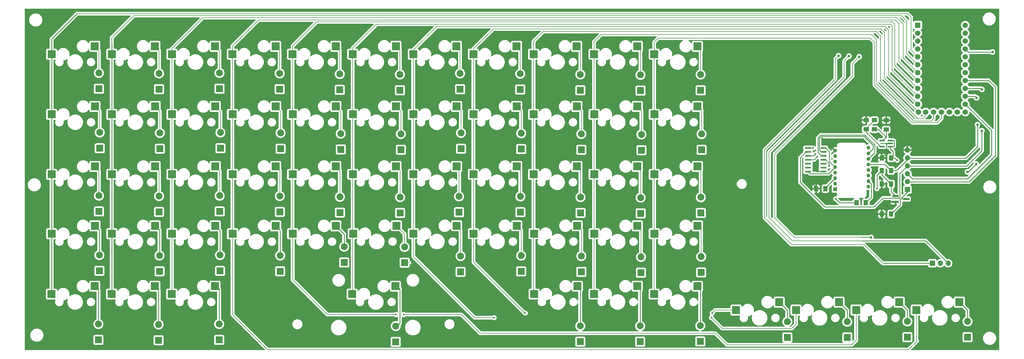
<source format=gbr>
G04 #@! TF.GenerationSoftware,KiCad,Pcbnew,(6.0.7)*
G04 #@! TF.CreationDate,2022-12-18T23:36:24-08:00*
G04 #@! TF.ProjectId,openot rev2,6f70656e-6f74-4207-9265-76322e6b6963,rev?*
G04 #@! TF.SameCoordinates,Original*
G04 #@! TF.FileFunction,Copper,L2,Bot*
G04 #@! TF.FilePolarity,Positive*
%FSLAX46Y46*%
G04 Gerber Fmt 4.6, Leading zero omitted, Abs format (unit mm)*
G04 Created by KiCad (PCBNEW (6.0.7)) date 2022-12-18 23:36:24*
%MOMM*%
%LPD*%
G01*
G04 APERTURE LIST*
G04 Aperture macros list*
%AMRoundRect*
0 Rectangle with rounded corners*
0 $1 Rounding radius*
0 $2 $3 $4 $5 $6 $7 $8 $9 X,Y pos of 4 corners*
0 Add a 4 corners polygon primitive as box body*
4,1,4,$2,$3,$4,$5,$6,$7,$8,$9,$2,$3,0*
0 Add four circle primitives for the rounded corners*
1,1,$1+$1,$2,$3*
1,1,$1+$1,$4,$5*
1,1,$1+$1,$6,$7*
1,1,$1+$1,$8,$9*
0 Add four rect primitives between the rounded corners*
20,1,$1+$1,$2,$3,$4,$5,0*
20,1,$1+$1,$4,$5,$6,$7,0*
20,1,$1+$1,$6,$7,$8,$9,0*
20,1,$1+$1,$8,$9,$2,$3,0*%
G04 Aperture macros list end*
G04 #@! TA.AperFunction,SMDPad,CuDef*
%ADD10R,2.550000X2.500000*%
G04 #@! TD*
G04 #@! TA.AperFunction,ComponentPad*
%ADD11R,2.200000X2.200000*%
G04 #@! TD*
G04 #@! TA.AperFunction,ComponentPad*
%ADD12O,2.200000X2.200000*%
G04 #@! TD*
G04 #@! TA.AperFunction,ComponentPad*
%ADD13R,1.752600X1.752600*%
G04 #@! TD*
G04 #@! TA.AperFunction,ComponentPad*
%ADD14C,1.752600*%
G04 #@! TD*
G04 #@! TA.AperFunction,ComponentPad*
%ADD15R,1.700000X1.700000*%
G04 #@! TD*
G04 #@! TA.AperFunction,ComponentPad*
%ADD16O,1.700000X1.700000*%
G04 #@! TD*
G04 #@! TA.AperFunction,ComponentPad*
%ADD17R,1.200000X1.200000*%
G04 #@! TD*
G04 #@! TA.AperFunction,ComponentPad*
%ADD18C,1.200000*%
G04 #@! TD*
G04 #@! TA.AperFunction,SMDPad,CuDef*
%ADD19RoundRect,0.250001X-0.462499X-0.624999X0.462499X-0.624999X0.462499X0.624999X-0.462499X0.624999X0*%
G04 #@! TD*
G04 #@! TA.AperFunction,SMDPad,CuDef*
%ADD20R,1.970000X0.600000*%
G04 #@! TD*
G04 #@! TA.AperFunction,SMDPad,CuDef*
%ADD21RoundRect,0.250001X0.462499X0.624999X-0.462499X0.624999X-0.462499X-0.624999X0.462499X-0.624999X0*%
G04 #@! TD*
G04 #@! TA.AperFunction,SMDPad,CuDef*
%ADD22R,2.000000X0.650000*%
G04 #@! TD*
G04 #@! TA.AperFunction,SMDPad,CuDef*
%ADD23R,1.800000X0.600000*%
G04 #@! TD*
G04 #@! TA.AperFunction,SMDPad,CuDef*
%ADD24RoundRect,0.250001X-0.624999X0.462499X-0.624999X-0.462499X0.624999X-0.462499X0.624999X0.462499X0*%
G04 #@! TD*
G04 #@! TA.AperFunction,SMDPad,CuDef*
%ADD25RoundRect,0.250001X0.624999X-0.462499X0.624999X0.462499X-0.624999X0.462499X-0.624999X-0.462499X0*%
G04 #@! TD*
G04 #@! TA.AperFunction,ViaPad*
%ADD26C,0.600000*%
G04 #@! TD*
G04 #@! TA.AperFunction,ViaPad*
%ADD27C,0.800000*%
G04 #@! TD*
G04 #@! TA.AperFunction,Conductor*
%ADD28C,0.200000*%
G04 #@! TD*
G04 #@! TA.AperFunction,Conductor*
%ADD29C,0.250000*%
G04 #@! TD*
G04 APERTURE END LIST*
D10*
X161343800Y-128613600D03*
X147493800Y-131153600D03*
D11*
X183400000Y-159572183D03*
D12*
X183400000Y-154492183D03*
D10*
X122578533Y-89942285D03*
X108728533Y-92482285D03*
X122558000Y-167120000D03*
X108708000Y-169660000D03*
D11*
X85437267Y-162190298D03*
D12*
X85437267Y-157110298D03*
D10*
X238686800Y-128613600D03*
X224836800Y-131153600D03*
D11*
X239869267Y-143561315D03*
D12*
X239869267Y-138481315D03*
D11*
X162623000Y-103964817D03*
D12*
X162623000Y-98884817D03*
D10*
X238864600Y-167120000D03*
X225014600Y-169660000D03*
X200083667Y-147676115D03*
X186233667Y-150216115D03*
D11*
X85564267Y-122769498D03*
D12*
X85564267Y-117689498D03*
D11*
X239813600Y-184990817D03*
D12*
X239813600Y-179910817D03*
D11*
X85280000Y-103620000D03*
D12*
X85280000Y-98540000D03*
D11*
X181957267Y-143561315D03*
D12*
X181957267Y-138481315D03*
D10*
X84000800Y-109309600D03*
X70150800Y-111849600D03*
X180647800Y-109309600D03*
X166797800Y-111849600D03*
X180470000Y-167120000D03*
X166620000Y-169660000D03*
D11*
X278604267Y-162698298D03*
D12*
X278604267Y-157618298D03*
D11*
X143349267Y-143216498D03*
D12*
X143349267Y-138136498D03*
D11*
X104868267Y-122896498D03*
D12*
X104868267Y-117816498D03*
D11*
X164020000Y-159500000D03*
D12*
X164020000Y-154420000D03*
D10*
X277371000Y-167120000D03*
X263521000Y-169660000D03*
D11*
X201393134Y-162496830D03*
D12*
X201393134Y-157416830D03*
D10*
X83970533Y-89942285D03*
X70120533Y-92482285D03*
X142039800Y-109309600D03*
X128189800Y-111849600D03*
D11*
X85310267Y-143089498D03*
D12*
X85310267Y-138009498D03*
D10*
X103254000Y-167120000D03*
X89404000Y-169660000D03*
D11*
X123888000Y-184392000D03*
D12*
X123888000Y-179312000D03*
D11*
X220535000Y-103874000D03*
D12*
X220535000Y-98794000D03*
D11*
X364095800Y-183539182D03*
D12*
X364095800Y-178459182D03*
D11*
X220819267Y-123023498D03*
D12*
X220819267Y-117943498D03*
D10*
X103304800Y-128613600D03*
X89454800Y-131153600D03*
X122608800Y-147714400D03*
X108758800Y-150254400D03*
X84000800Y-147714400D03*
X70150800Y-150254400D03*
D11*
X104457000Y-184519000D03*
D12*
X104457000Y-179439000D03*
D10*
X258117800Y-147714400D03*
X244267800Y-150254400D03*
X103304800Y-147714400D03*
X89454800Y-150254400D03*
D11*
X162653267Y-143434315D03*
D12*
X162653267Y-138354315D03*
D13*
X348142683Y-83151434D03*
D14*
X348142683Y-85691434D03*
X348142683Y-88231434D03*
X348142683Y-90771434D03*
X348142683Y-93311434D03*
X348142683Y-95851434D03*
X348142683Y-98391434D03*
X348142683Y-100931434D03*
X348142683Y-103471434D03*
X348142683Y-106011434D03*
X348142683Y-108551434D03*
X348371283Y-111091434D03*
X363382683Y-111091434D03*
X363382683Y-108551434D03*
X363382683Y-106011434D03*
X363382683Y-103471434D03*
X363382683Y-100931434D03*
X363382683Y-98391434D03*
X363382683Y-95851434D03*
X363382683Y-93311434D03*
X363382683Y-90771434D03*
X363382683Y-88231434D03*
X363382683Y-85691434D03*
X363382683Y-83151434D03*
X350682683Y-111091434D03*
X353222683Y-111091434D03*
X355762683Y-111091434D03*
X358302683Y-111091434D03*
X360842683Y-111091434D03*
D11*
X85153000Y-184392000D03*
D12*
X85153000Y-179312000D03*
D10*
X180779667Y-147676115D03*
X166929667Y-150216115D03*
D11*
X344791800Y-183539182D03*
D12*
X344791800Y-178459182D03*
D10*
X361495801Y-172250801D03*
X347645801Y-174790801D03*
X200048533Y-89942285D03*
X186198533Y-92482285D03*
D11*
X306260000Y-183630000D03*
D12*
X306260000Y-178550000D03*
D11*
X278447000Y-104128000D03*
D12*
X278447000Y-99048000D03*
D10*
X161313533Y-89942285D03*
X147463533Y-92482285D03*
D11*
X278731267Y-123277498D03*
D12*
X278731267Y-118197498D03*
D10*
X238686800Y-109309600D03*
X224836800Y-111849600D03*
X200078800Y-109309600D03*
X186228800Y-111849600D03*
D11*
X220565267Y-143343498D03*
D12*
X220565267Y-138263498D03*
D11*
X124172267Y-162190298D03*
D12*
X124172267Y-157110298D03*
D11*
X124015000Y-103620000D03*
D12*
X124015000Y-98540000D03*
D10*
X200078800Y-128613600D03*
X186228800Y-131153600D03*
D11*
X240123267Y-123241315D03*
D12*
X240123267Y-118161315D03*
D10*
X142009533Y-89942285D03*
X128159533Y-92482285D03*
X142039800Y-147714400D03*
X128189800Y-150254400D03*
X258117800Y-109309600D03*
X244267800Y-111849600D03*
X122608800Y-109309600D03*
X108758800Y-111849600D03*
X277421800Y-109309600D03*
X263571800Y-111849600D03*
X277391533Y-89942285D03*
X263541533Y-92482285D03*
D11*
X325487801Y-183629999D03*
D12*
X325487801Y-178549999D03*
D11*
X143603267Y-122896498D03*
D12*
X143603267Y-117816498D03*
D11*
X259143000Y-104218817D03*
D12*
X259143000Y-99138817D03*
D10*
X238656533Y-89942285D03*
X224806533Y-92482285D03*
D11*
X143319000Y-103747000D03*
D12*
X143319000Y-98667000D03*
D10*
X238818667Y-147676115D03*
X224968667Y-150216115D03*
X277421800Y-147714400D03*
X263571800Y-150254400D03*
D11*
X239839000Y-104091817D03*
D12*
X239839000Y-99011817D03*
D15*
X352816283Y-159757834D03*
D16*
X355356283Y-159757834D03*
X357896283Y-159757834D03*
D11*
X104614267Y-143216498D03*
D12*
X104614267Y-138136498D03*
D11*
X259300267Y-162789115D03*
D12*
X259300267Y-157709115D03*
D10*
X122608800Y-128613600D03*
X108758800Y-131153600D03*
D11*
X104584000Y-103747000D03*
D12*
X104584000Y-98667000D03*
D11*
X201231000Y-103747000D03*
D12*
X201231000Y-98667000D03*
D10*
X161343800Y-109309600D03*
X147493800Y-111849600D03*
X180617533Y-89942285D03*
X166767533Y-92482285D03*
X342191801Y-172250801D03*
X328341801Y-174790801D03*
D11*
X182211267Y-123241315D03*
D12*
X182211267Y-118161315D03*
D16*
X344840683Y-123334234D03*
X344840683Y-125874234D03*
X344840683Y-128414234D03*
X344840683Y-130954234D03*
X344840683Y-133494234D03*
D15*
X344840683Y-136034234D03*
D11*
X278477267Y-143597498D03*
D12*
X278477267Y-138517498D03*
D11*
X201515267Y-122896498D03*
D12*
X201515267Y-117816498D03*
D11*
X240128134Y-162496830D03*
D12*
X240128134Y-157416830D03*
D11*
X124045267Y-143089498D03*
D12*
X124045267Y-138009498D03*
D11*
X143476267Y-162317298D03*
D12*
X143476267Y-157237298D03*
D11*
X124299267Y-122769498D03*
D12*
X124299267Y-117689498D03*
D10*
X142039800Y-128613600D03*
X128189800Y-131153600D03*
X322887800Y-172250801D03*
X309037800Y-174790801D03*
X219387667Y-147676115D03*
X205537667Y-150216115D03*
X219352533Y-89942285D03*
X205502533Y-92482285D03*
D11*
X181927000Y-104091817D03*
D12*
X181927000Y-99011817D03*
D10*
X258067000Y-167120000D03*
X244217000Y-169660000D03*
X103274533Y-89942285D03*
X89424533Y-92482285D03*
X83950000Y-167120000D03*
X70100000Y-169660000D03*
X303660000Y-172250800D03*
X289810000Y-174790800D03*
D11*
X278320000Y-184900000D03*
D12*
X278320000Y-179820000D03*
D11*
X220824134Y-162369830D03*
D12*
X220824134Y-157289830D03*
D11*
X200900000Y-143322183D03*
D12*
X200900000Y-138242183D03*
D10*
X258117800Y-128613600D03*
X244267800Y-131153600D03*
X180647800Y-128613600D03*
X166797800Y-131153600D03*
X103304800Y-109309600D03*
X89454800Y-111849600D03*
D11*
X259016000Y-184990817D03*
D12*
X259016000Y-179910817D03*
D11*
X259427267Y-123368315D03*
D12*
X259427267Y-118288315D03*
D10*
X277421800Y-128613600D03*
X263571800Y-131153600D03*
X219382800Y-109309600D03*
X205532800Y-111849600D03*
X161343800Y-147714400D03*
X147493800Y-150254400D03*
D11*
X104741267Y-162317298D03*
D12*
X104741267Y-157237298D03*
D10*
X84000800Y-128613600D03*
X70150800Y-131153600D03*
D11*
X162907267Y-123114315D03*
D12*
X162907267Y-118034315D03*
D11*
X259173267Y-143688315D03*
D12*
X259173267Y-138608315D03*
D11*
X180580800Y-185029102D03*
D12*
X180580800Y-179949102D03*
D10*
X258087533Y-89942285D03*
X244237533Y-92482285D03*
X219382800Y-128613600D03*
X205532800Y-131153600D03*
D17*
X321576683Y-135952234D03*
D18*
X321576683Y-134172234D03*
X321576683Y-132392234D03*
X321576683Y-130612234D03*
X321576683Y-128832234D03*
X321576683Y-127052234D03*
X321576683Y-125272234D03*
X321576683Y-123492234D03*
X332276683Y-122602234D03*
X332276683Y-124382234D03*
X332276683Y-126162234D03*
X332276683Y-127942234D03*
X332276683Y-129722234D03*
X332276683Y-131502234D03*
X332276683Y-133282234D03*
X332276683Y-135062234D03*
D19*
X336588183Y-129928234D03*
X339563183Y-129928234D03*
D20*
X317840683Y-122674234D03*
X317840683Y-123944234D03*
X317840683Y-125214234D03*
X317840683Y-126484234D03*
X317840683Y-127754234D03*
X317840683Y-129024234D03*
X317840683Y-130294234D03*
X312890683Y-130294234D03*
X312890683Y-129024234D03*
X312890683Y-127754234D03*
X312890683Y-126484234D03*
X312890683Y-125214234D03*
X312890683Y-123944234D03*
X312890683Y-122674234D03*
D21*
X318481183Y-135770234D03*
X315506183Y-135770234D03*
D22*
X341005683Y-140034234D03*
X341005683Y-138134234D03*
X344425683Y-139084234D03*
D21*
X339563183Y-143898234D03*
X336588183Y-143898234D03*
D23*
X339315683Y-120284234D03*
X339315683Y-121234234D03*
X339315683Y-122184234D03*
X336715683Y-122184234D03*
X336715683Y-120284234D03*
D21*
X339563183Y-125864234D03*
X336588183Y-125864234D03*
D24*
X334215683Y-113696734D03*
X334215683Y-116671734D03*
D25*
X338015683Y-116721734D03*
X338015683Y-113746734D03*
X331565683Y-116671734D03*
X331565683Y-113696734D03*
D21*
X339563183Y-134246234D03*
X336588183Y-134246234D03*
D19*
X328478183Y-140284234D03*
X331453183Y-140284234D03*
D26*
X183150000Y-176250000D03*
X180650000Y-176250000D03*
X282150000Y-175750000D03*
X222150000Y-175750000D03*
X212150000Y-177250000D03*
X281900000Y-177250000D03*
D27*
X329346683Y-93311434D03*
X322691883Y-93006634D03*
X326044683Y-93108234D03*
X333156683Y-151426634D03*
X366278283Y-121708634D03*
D26*
X335765683Y-123934234D03*
X311865683Y-138134234D03*
X317465683Y-119584234D03*
X334615683Y-130034234D03*
X315665683Y-130184234D03*
X314199683Y-133992234D03*
D27*
X364043083Y-130344634D03*
X372120283Y-91787434D03*
D26*
X314565683Y-122684234D03*
D27*
X366887883Y-127804634D03*
D26*
X341514673Y-126626234D03*
X335027683Y-135770234D03*
X315865683Y-125484234D03*
X315265683Y-124584234D03*
D27*
X368716683Y-103827034D03*
X368716683Y-117136634D03*
D26*
X321778447Y-138996998D03*
X337965683Y-119134234D03*
D27*
X366989483Y-106519434D03*
X367294283Y-115155434D03*
D26*
X319665683Y-128484234D03*
D28*
X207650000Y-182250000D02*
X201650000Y-176250000D01*
X326900000Y-186000000D02*
X286900000Y-186000000D01*
X286900000Y-186000000D02*
X283150000Y-182250000D01*
X328341801Y-184558199D02*
X326900000Y-186000000D01*
X328341801Y-174790801D02*
X328341801Y-184558199D01*
X283150000Y-182250000D02*
X207650000Y-182250000D01*
X201650000Y-176250000D02*
X183150000Y-176250000D01*
X158650000Y-176250000D02*
X180650000Y-176250000D01*
X221900000Y-175750000D02*
X222150000Y-175750000D01*
X147493800Y-150254400D02*
X147493800Y-165093800D01*
X147493800Y-165093800D02*
X158650000Y-176250000D01*
X345150000Y-187500000D02*
X347900000Y-184750000D01*
X347645801Y-184495801D02*
X347645801Y-174790801D01*
X139400000Y-187500000D02*
X345150000Y-187500000D01*
X128189800Y-176289800D02*
X139400000Y-187500000D01*
X347900000Y-184750000D02*
X347645801Y-184495801D01*
X128189800Y-150254400D02*
X128189800Y-176289800D01*
X186233667Y-150216115D02*
X186233667Y-157583667D01*
X205900000Y-177250000D02*
X212150000Y-177250000D01*
X212150000Y-177250000D02*
X211900000Y-177250000D01*
X186233667Y-157583667D02*
X205900000Y-177250000D01*
X205537667Y-159387667D02*
X221900000Y-175750000D01*
X205537667Y-150216115D02*
X205537667Y-159387667D01*
X183400000Y-159572183D02*
X184972183Y-159572183D01*
X285400000Y-180750000D02*
X281900000Y-177250000D01*
X307650000Y-180750000D02*
X285400000Y-180750000D01*
X309037800Y-179362200D02*
X307650000Y-180750000D01*
X309037800Y-174790801D02*
X309037800Y-179362200D01*
X283109200Y-174790800D02*
X282150000Y-175750000D01*
X289810000Y-174790800D02*
X283109200Y-174790800D01*
X263541533Y-169639467D02*
X263521000Y-169660000D01*
X263541533Y-92482285D02*
X263541533Y-169639467D01*
X244237533Y-169639467D02*
X244217000Y-169660000D01*
X244237533Y-92482285D02*
X244237533Y-169639467D01*
X224806533Y-169451933D02*
X225014600Y-169660000D01*
X224806533Y-92482285D02*
X224806533Y-169451933D01*
X205502533Y-92482285D02*
X205502533Y-150180981D01*
X205502533Y-150180981D02*
X205537667Y-150216115D01*
X186198533Y-150180981D02*
X186233667Y-150216115D01*
X186198533Y-92482285D02*
X186198533Y-150180981D01*
X166767533Y-92482285D02*
X166767533Y-169512467D01*
X166767533Y-169512467D02*
X166620000Y-169660000D01*
X147463533Y-150224133D02*
X147493800Y-150254400D01*
X147463533Y-92482285D02*
X147463533Y-150224133D01*
X128159533Y-150224133D02*
X128189800Y-150254400D01*
X128159533Y-92482285D02*
X128159533Y-150224133D01*
X108728533Y-169639467D02*
X108708000Y-169660000D01*
X108728533Y-92482285D02*
X108728533Y-169639467D01*
D29*
X89424533Y-169639467D02*
X89404000Y-169660000D01*
X89424533Y-92482285D02*
X89424533Y-169639467D01*
X70120533Y-169639467D02*
X70100000Y-169660000D01*
X70120533Y-92482285D02*
X70120533Y-169639467D01*
D28*
X334883883Y-87825034D02*
X334325083Y-87266234D01*
X183400000Y-154492183D02*
X183400000Y-150296448D01*
D29*
X333156683Y-151426634D02*
X333105883Y-151375834D01*
D28*
X240123267Y-110746067D02*
X238686800Y-109309600D01*
D29*
X344791800Y-178459182D02*
X344791800Y-174850800D01*
D28*
X342884883Y-80078034D02*
X96530283Y-80078034D01*
X337576283Y-81475034D02*
X340929083Y-81475034D01*
X348142683Y-100931434D02*
X342097483Y-94886234D01*
X352460683Y-113987034D02*
X346872683Y-113987034D01*
X240128134Y-148985582D02*
X238818667Y-147676115D01*
X155204283Y-82110034D02*
X147463533Y-89850784D01*
X259427267Y-110619067D02*
X258117800Y-109309600D01*
D29*
X278320000Y-179820000D02*
X278320000Y-168069000D01*
D28*
X348142683Y-95851434D02*
X344535883Y-92244634D01*
D29*
X325487801Y-178549999D02*
X325487801Y-174850802D01*
D28*
X302270283Y-124502634D02*
X302219483Y-124502634D01*
X327162283Y-99610634D02*
X302270283Y-124502634D01*
X259427267Y-118288315D02*
X259427267Y-110619067D01*
X104614267Y-129923067D02*
X103304800Y-128613600D01*
X278477267Y-129669067D02*
X277421800Y-128613600D01*
X200900000Y-129434800D02*
X200078800Y-128613600D01*
X181957267Y-138481315D02*
X181957267Y-129923067D01*
X118686966Y-80713034D02*
X108728533Y-90671467D01*
D29*
X70120533Y-92482285D02*
X70120533Y-89720533D01*
X164020000Y-150390600D02*
X161343800Y-147714400D01*
D28*
X85310267Y-138009498D02*
X85310267Y-129923067D01*
X239839000Y-91124752D02*
X238656533Y-89942285D01*
X354391083Y-114545834D02*
X346364683Y-114545834D01*
X327162283Y-95495834D02*
X327162283Y-99610634D01*
X143603267Y-117816498D02*
X143603267Y-110873067D01*
X124015000Y-98540000D02*
X124015000Y-91378752D01*
X345958283Y-80509834D02*
X345958283Y-91127034D01*
X201393134Y-157416830D02*
X201393134Y-148985582D01*
X340929083Y-81475034D02*
X342097483Y-82643434D01*
D29*
X123020000Y-167120000D02*
X123900000Y-168000000D01*
X181020000Y-167120000D02*
X181900000Y-168000000D01*
X143476267Y-157237298D02*
X143476267Y-149150867D01*
D28*
X220824134Y-149112582D02*
X219387667Y-147676115D01*
X104614267Y-138136498D02*
X104614267Y-129923067D01*
X201515267Y-110746067D02*
X200078800Y-109309600D01*
X85564267Y-117689498D02*
X85564267Y-110873067D01*
X162653267Y-129923067D02*
X161343800Y-128613600D01*
X264832966Y-87317034D02*
X263541533Y-88608467D01*
X336204683Y-86504234D02*
X334934683Y-85234234D01*
X344891483Y-79443034D02*
X345958283Y-80509834D01*
X324469883Y-99915434D02*
X300390683Y-123994634D01*
X136535283Y-81475034D02*
X128159533Y-89850784D01*
X220565267Y-138263498D02*
X220565267Y-129796067D01*
X201231000Y-91124752D02*
X200048533Y-89942285D01*
X174381283Y-82872034D02*
X166767533Y-90485784D01*
D29*
X83950000Y-167120000D02*
X84020000Y-167120000D01*
X104457000Y-168323000D02*
X103254000Y-167120000D01*
D28*
X259173267Y-129669067D02*
X258117800Y-128613600D01*
X342097483Y-82643434D02*
X342097483Y-87113834D01*
X181957267Y-129923067D02*
X180647800Y-128613600D01*
X305783131Y-81475034D02*
X305775483Y-81475034D01*
X326044683Y-93108234D02*
X324469883Y-94683034D01*
X307858283Y-152493434D02*
X330159483Y-152493434D01*
X227915766Y-85234234D02*
X224806533Y-88343467D01*
X296580683Y-86148634D02*
X246501366Y-86148634D01*
X240123267Y-118161315D02*
X240123267Y-110746067D01*
X307604283Y-153712634D02*
X330870683Y-153712634D01*
X340776683Y-82846634D02*
X340776683Y-96105434D01*
X305775483Y-81475034D02*
X305064283Y-81475034D01*
D29*
X357896283Y-159757834D02*
X350631883Y-152493434D01*
D28*
X181927000Y-99011817D02*
X181927000Y-91251752D01*
D29*
X239813600Y-168086400D02*
X239813600Y-179910817D01*
X333105883Y-151375834D02*
X330007083Y-151375834D01*
D28*
X220565267Y-129796067D02*
X219382800Y-128613600D01*
X337703283Y-83634034D02*
X193685283Y-83634034D01*
X344535883Y-81729034D02*
X342884883Y-80078034D01*
X342097483Y-87113834D02*
X342097483Y-86047034D01*
X350682683Y-111091434D02*
X350682683Y-112259834D01*
D29*
X181900000Y-168000000D02*
X181900000Y-179000000D01*
D28*
X339862283Y-83354634D02*
X339862283Y-97731034D01*
X78242283Y-79443034D02*
X79206966Y-79443034D01*
D29*
X258900000Y-167953000D02*
X258900000Y-168000000D01*
D28*
X124299267Y-111000067D02*
X122608800Y-109309600D01*
X334934683Y-85234234D02*
X227915766Y-85234234D01*
X224806533Y-88343467D02*
X224806533Y-92482285D01*
D29*
X258067000Y-167120000D02*
X258900000Y-167953000D01*
X85153000Y-168253000D02*
X85153000Y-179312000D01*
D28*
X334274283Y-102455434D02*
X334274283Y-88688634D01*
X124045267Y-130050067D02*
X122608800Y-128613600D01*
X143349267Y-129923067D02*
X142039800Y-128613600D01*
X329346683Y-93311434D02*
X327162283Y-95495834D01*
X220819267Y-110746067D02*
X219382800Y-109309600D01*
X339862283Y-97731034D02*
X348142683Y-106011434D01*
D29*
X124172267Y-157110298D02*
X124172267Y-149277867D01*
X325487801Y-174850802D02*
X322887800Y-172250801D01*
X344791800Y-174850800D02*
X342191801Y-172250801D01*
D28*
X321675883Y-100525034D02*
X298917483Y-123283434D01*
D29*
X180950898Y-179949102D02*
X180580800Y-179949102D01*
D28*
X340776683Y-96105434D02*
X348142683Y-103471434D01*
X246501366Y-86148634D02*
X244237533Y-88412467D01*
X305064283Y-81475034D02*
X337525483Y-81475034D01*
X296580683Y-86148634D02*
X333207483Y-86148634D01*
X338693883Y-99102634D02*
X338693883Y-84624634D01*
X330870683Y-153712634D02*
X336915883Y-159757834D01*
X220819267Y-117943498D02*
X220819267Y-110746067D01*
X300390683Y-145025834D02*
X307858283Y-152493434D01*
X220535000Y-91124752D02*
X219352533Y-89942285D01*
X143319000Y-98667000D02*
X143319000Y-91251752D01*
D29*
X89424533Y-92482285D02*
X89424533Y-89024533D01*
D28*
X330159483Y-152493434D02*
X331124683Y-152493434D01*
X334883883Y-101998234D02*
X334883883Y-87825034D01*
X201231000Y-98667000D02*
X201231000Y-91124752D01*
D29*
X85437267Y-157110298D02*
X85437267Y-149150867D01*
D28*
X108728533Y-90671467D02*
X108728533Y-92482285D01*
X124045267Y-138009498D02*
X124045267Y-130050067D01*
X104584000Y-91251752D02*
X103274533Y-89942285D01*
D29*
X352816283Y-159757834D02*
X337373083Y-159757834D01*
X180470000Y-167120000D02*
X181020000Y-167120000D01*
D28*
X298917483Y-123283434D02*
X298917483Y-145025834D01*
X343418283Y-93667034D02*
X348142683Y-98391434D01*
D29*
X259016000Y-168116000D02*
X259016000Y-179910817D01*
X85437267Y-149150867D02*
X84000800Y-147714400D01*
D28*
X302219483Y-145178234D02*
X308417083Y-151375834D01*
X296580683Y-86148634D02*
X297291883Y-86148634D01*
X278447000Y-99048000D02*
X278447000Y-90997752D01*
X278731267Y-110619067D02*
X277421800Y-109309600D01*
X338693883Y-84624634D02*
X337703283Y-83634034D01*
X340040083Y-82110034D02*
X340776683Y-82846634D01*
X143319000Y-91251752D02*
X142009533Y-89942285D01*
X96530283Y-80078034D02*
X89424533Y-87183784D01*
X348142683Y-108551434D02*
X338693883Y-99102634D01*
X259143000Y-90997752D02*
X258087533Y-89942285D01*
X336204683Y-101185434D02*
X336204683Y-86504234D01*
D29*
X364095800Y-178459182D02*
X364095800Y-174850800D01*
D28*
X70120533Y-88529467D02*
X70120533Y-89720533D01*
X162623000Y-98884817D02*
X162623000Y-91251752D01*
D29*
X239900000Y-168000000D02*
X239813600Y-168086400D01*
X278320000Y-168069000D02*
X277371000Y-167120000D01*
X104741267Y-149150867D02*
X103304800Y-147714400D01*
D28*
X346872683Y-113987034D02*
X334883883Y-101998234D01*
X162907267Y-118034315D02*
X162907267Y-110873067D01*
X118686966Y-80713034D02*
X341386283Y-80713034D01*
X345958283Y-91127034D02*
X348142683Y-93311434D01*
X147463533Y-89850784D02*
X147463533Y-92482285D01*
X166767533Y-90485784D02*
X166767533Y-92482285D01*
X355762683Y-113174234D02*
X354391083Y-114545834D01*
X336915883Y-159757834D02*
X337373083Y-159757834D01*
X143349267Y-138136498D02*
X143349267Y-129923067D01*
X201393134Y-148985582D02*
X200083667Y-147676115D01*
D29*
X78242283Y-79443034D02*
X70120533Y-87564784D01*
D28*
X155204283Y-82110034D02*
X340040083Y-82110034D01*
X239869267Y-138481315D02*
X239869267Y-129796067D01*
X334274283Y-88688634D02*
X332902683Y-87317034D01*
X85310267Y-129923067D02*
X84000800Y-128613600D01*
X324469883Y-94683034D02*
X324469883Y-99915434D01*
D29*
X84020000Y-167120000D02*
X85153000Y-168253000D01*
D28*
X300390683Y-123994634D02*
X300390683Y-145025834D01*
D29*
X238864600Y-167120000D02*
X239020000Y-167120000D01*
X239020000Y-167120000D02*
X239900000Y-168000000D01*
D28*
X85280000Y-91251752D02*
X83970533Y-89942285D01*
X104584000Y-98667000D02*
X104584000Y-91251752D01*
D29*
X124172267Y-149277867D02*
X122608800Y-147714400D01*
D28*
X330007083Y-151375834D02*
X330921483Y-151375834D01*
X181927000Y-91251752D02*
X180617533Y-89942285D01*
X341386283Y-80713034D02*
X343418283Y-82745034D01*
X337474683Y-100194834D02*
X348371283Y-111091434D01*
X85564267Y-110873067D02*
X84000800Y-109309600D01*
D29*
X123900000Y-168000000D02*
X123888000Y-168012000D01*
D28*
X259143000Y-99138817D02*
X259143000Y-90997752D01*
X336382483Y-84396034D02*
X337474683Y-85488234D01*
X333207483Y-86148634D02*
X334883883Y-87825034D01*
X298917483Y-145025834D02*
X307604283Y-153712634D01*
X182211267Y-118161315D02*
X182211267Y-110873067D01*
X143603267Y-110873067D02*
X142039800Y-109309600D01*
X79206966Y-79443034D02*
X344891483Y-79443034D01*
X278731267Y-118197498D02*
X278731267Y-110619067D01*
D29*
X181900000Y-179000000D02*
X180950898Y-179949102D01*
D28*
X162907267Y-110873067D02*
X161343800Y-109309600D01*
X332902683Y-87317034D02*
X264832966Y-87317034D01*
X182211267Y-110873067D02*
X180647800Y-109309600D01*
D29*
X350631883Y-152493434D02*
X330159483Y-152493434D01*
D28*
X136535283Y-81475034D02*
X305064283Y-81475034D01*
X321675883Y-94022634D02*
X321675883Y-100525034D01*
X278447000Y-90997752D02*
X277391533Y-89942285D01*
X278477267Y-138517498D02*
X278477267Y-129669067D01*
X124299267Y-117689498D02*
X124299267Y-111000067D01*
X162623000Y-91251752D02*
X161313533Y-89942285D01*
D29*
X164020000Y-154420000D02*
X164020000Y-150390600D01*
D28*
X259173267Y-138608315D02*
X259173267Y-129669067D01*
X104868267Y-110873067D02*
X103304800Y-109309600D01*
D29*
X123888000Y-168012000D02*
X123888000Y-179312000D01*
D28*
X350682683Y-112259834D02*
X349819083Y-113123434D01*
X339379683Y-82872034D02*
X339862283Y-83354634D01*
X322691883Y-93006634D02*
X321675883Y-94022634D01*
D29*
X104741267Y-157237298D02*
X104741267Y-149150867D01*
D28*
X89424533Y-87183784D02*
X89424533Y-89024533D01*
X174381283Y-82872034D02*
X339379683Y-82872034D01*
X337474683Y-85488234D02*
X337474683Y-100194834D01*
X200900000Y-138242183D02*
X200900000Y-129434800D01*
X104868267Y-117816498D02*
X104868267Y-110873067D01*
X297291883Y-86148634D02*
X297756731Y-86148634D01*
D29*
X258900000Y-168000000D02*
X259016000Y-168116000D01*
D28*
X259300267Y-157709115D02*
X259300267Y-148896867D01*
D29*
X306260000Y-174850800D02*
X303660000Y-172250800D01*
D28*
X128159533Y-89850784D02*
X128159533Y-92482285D01*
X205502533Y-90765184D02*
X205502533Y-92482285D01*
X259300267Y-148896867D02*
X258117800Y-147714400D01*
D29*
X104457000Y-179439000D02*
X104457000Y-168323000D01*
D28*
X353222683Y-113225034D02*
X352460683Y-113987034D01*
X240128134Y-157416830D02*
X240128134Y-148985582D01*
X201515267Y-117816498D02*
X201515267Y-110746067D01*
X342097483Y-94886234D02*
X342097483Y-87113834D01*
X239869267Y-129796067D02*
X238686800Y-128613600D01*
D29*
X143476267Y-149150867D02*
X142039800Y-147714400D01*
D28*
X85280000Y-98540000D02*
X85280000Y-91251752D01*
X244237533Y-88412467D02*
X244237533Y-92482285D01*
D29*
X70120533Y-87564784D02*
X70120533Y-89720533D01*
D28*
X118628283Y-80713034D02*
X118686966Y-80713034D01*
X308417083Y-151375834D02*
X330007083Y-151375834D01*
D29*
X306260000Y-178550000D02*
X306260000Y-174850800D01*
D28*
X220824134Y-157289830D02*
X220824134Y-149112582D01*
X349819083Y-113123434D02*
X348142683Y-113123434D01*
X263541533Y-88608467D02*
X263541533Y-92482285D01*
X183400000Y-150296448D02*
X180779667Y-147676115D01*
D29*
X122558000Y-167120000D02*
X123020000Y-167120000D01*
D28*
X124015000Y-91378752D02*
X122578533Y-89942285D01*
X346364683Y-114545834D02*
X334274283Y-102455434D01*
D29*
X364095800Y-174850800D02*
X361495801Y-172250801D01*
D28*
X211871683Y-84396034D02*
X336382483Y-84396034D01*
X162653267Y-138354315D02*
X162653267Y-129923067D01*
X278604267Y-157618298D02*
X278604267Y-148896867D01*
X355762683Y-111091434D02*
X355762683Y-113174234D01*
X353222683Y-111091434D02*
X353222683Y-113225034D01*
X193685283Y-83634034D02*
X186198533Y-91120784D01*
X278604267Y-148896867D02*
X277421800Y-147714400D01*
X186198533Y-91120784D02*
X186198533Y-92482285D01*
X348142683Y-113123434D02*
X336204683Y-101185434D01*
X220535000Y-98794000D02*
X220535000Y-91124752D01*
X211871683Y-84396034D02*
X205502533Y-90765184D01*
X344535883Y-92244634D02*
X344535883Y-81729034D01*
X239839000Y-99011817D02*
X239839000Y-91124752D01*
X343418283Y-82745034D02*
X343418283Y-93667034D01*
X302219483Y-124502634D02*
X302219483Y-145178234D01*
D29*
X336588183Y-125864234D02*
X336588183Y-124756734D01*
X336588183Y-124756734D02*
X335765683Y-123934234D01*
X317840683Y-130294234D02*
X315775683Y-130294234D01*
X338015683Y-121684234D02*
X338465683Y-121234234D01*
X338465683Y-121234234D02*
X339315683Y-121234234D01*
D28*
X364589083Y-123397834D02*
X344399883Y-123397834D01*
X366278283Y-121708634D02*
X364589083Y-123397834D01*
D29*
X336588183Y-125864234D02*
X338015683Y-124436734D01*
X338015683Y-124436734D02*
X338015683Y-121684234D01*
X321576683Y-123492234D02*
X317668683Y-119584234D01*
X315506183Y-135770234D02*
X315506183Y-135298734D01*
X315775683Y-130294234D02*
X315665683Y-130184234D01*
X317668683Y-119584234D02*
X317465683Y-119584234D01*
X315506183Y-135298734D02*
X314199683Y-133992234D01*
X339315683Y-122884234D02*
X340240694Y-123809245D01*
X339315683Y-122184234D02*
X339315683Y-122884234D01*
X366887883Y-127804634D02*
X364347883Y-130344634D01*
X340465683Y-122184234D02*
X339315683Y-122184234D01*
X364347883Y-130344634D02*
X364043083Y-130344634D01*
X340540694Y-122109223D02*
X340465683Y-122184234D01*
X364398683Y-91787434D02*
X363382683Y-90771434D01*
X312900683Y-122684234D02*
X312890683Y-122674234D01*
X340540694Y-120359245D02*
X340540694Y-122109223D01*
X342558898Y-139127449D02*
X342883898Y-138802449D01*
X340240694Y-125186723D02*
X339563183Y-125864234D01*
X340465683Y-120284234D02*
X340540694Y-120359245D01*
X314565683Y-122684234D02*
X312900683Y-122684234D01*
X343165683Y-139084234D02*
X342883898Y-138802449D01*
X372120283Y-91787434D02*
X364398683Y-91787434D01*
X339563183Y-143898234D02*
X342558898Y-140902519D01*
X339315683Y-120284234D02*
X340465683Y-120284234D01*
X340752673Y-125864234D02*
X341514673Y-126626234D01*
X340240694Y-123809245D02*
X340240694Y-125186723D01*
X344840683Y-136845665D02*
X344840683Y-136034234D01*
X339277683Y-125578734D02*
X339563183Y-125864234D01*
X339563183Y-125864234D02*
X340752673Y-125864234D01*
X342883898Y-138802449D02*
X344840683Y-136845665D01*
X344425683Y-139084234D02*
X343165683Y-139084234D01*
X342558898Y-140902519D02*
X342558898Y-139127449D01*
X319489672Y-130919245D02*
X321576683Y-128832234D01*
X341000683Y-138134234D02*
X339563183Y-136696734D01*
X313515694Y-130919245D02*
X319489672Y-130919245D01*
X336588183Y-129928234D02*
X336588183Y-131271234D01*
X319765683Y-123914234D02*
X319765683Y-127021234D01*
X336588183Y-131271234D02*
X339563183Y-134246234D01*
X336588183Y-129928234D02*
X335027683Y-131488734D01*
X312890683Y-130294234D02*
X313515694Y-130919245D01*
X339563183Y-134246234D02*
X339563183Y-136696734D01*
X319765683Y-127021234D02*
X321576683Y-128832234D01*
X335027683Y-131488734D02*
X335027683Y-135770234D01*
X317840683Y-122674234D02*
X318525683Y-122674234D01*
X341005683Y-138134234D02*
X341000683Y-138134234D01*
X318525683Y-122674234D02*
X319765683Y-123914234D01*
X318481183Y-135487734D02*
X321576683Y-132392234D01*
X318481183Y-135770234D02*
X318481183Y-135487734D01*
X373085483Y-125061434D02*
X373085483Y-103115834D01*
X314865683Y-126484234D02*
X315865683Y-125484234D01*
X312890683Y-126484234D02*
X314865683Y-126484234D01*
X373085483Y-103115834D02*
X370901083Y-100931434D01*
X344399883Y-133557834D02*
X364589083Y-133557834D01*
X370901083Y-100931434D02*
X363382683Y-100931434D01*
X364589083Y-133557834D02*
X373085483Y-125061434D01*
X371815483Y-124858234D02*
X371815483Y-116984234D01*
X314635683Y-125214234D02*
X315265683Y-124584234D01*
X312890683Y-125214234D02*
X314635683Y-125214234D01*
X346415483Y-132529034D02*
X364144683Y-132529034D01*
X371815483Y-116984234D02*
X363382683Y-108551434D01*
X364144683Y-132529034D02*
X371815483Y-124858234D01*
X344840683Y-130954234D02*
X346415483Y-132529034D01*
X368716683Y-123588234D02*
X368716683Y-117136634D01*
X342330694Y-130924223D02*
X342330694Y-138719243D01*
X368716683Y-103827034D02*
X368361083Y-103471434D01*
X336939261Y-138784245D02*
X334089272Y-141634234D01*
X342330694Y-138719243D02*
X342265692Y-138784245D01*
X344399883Y-128477834D02*
X363827083Y-128477834D01*
X342265692Y-138784245D02*
X336939261Y-138784245D01*
X310389683Y-125760234D02*
X312205683Y-123944234D01*
X368462683Y-123842234D02*
X368716683Y-123588234D01*
X363827083Y-128477834D02*
X368462683Y-123842234D01*
X344840683Y-128414234D02*
X342330694Y-130924223D01*
X318285683Y-141634234D02*
X310389683Y-133738234D01*
X312205683Y-123944234D02*
X312890683Y-123944234D01*
X334089272Y-141634234D02*
X318285683Y-141634234D01*
X310389683Y-133738234D02*
X310389683Y-125760234D01*
X368361083Y-103471434D02*
X363382683Y-103471434D01*
X335503183Y-116671734D02*
X337965683Y-119134234D01*
X336715683Y-120284234D02*
X336815683Y-120284234D01*
X328478183Y-140284234D02*
X323065683Y-140284234D01*
X338015683Y-119084234D02*
X337965683Y-119134234D01*
X338015683Y-116721734D02*
X338015683Y-119084234D01*
X323065683Y-140284234D02*
X321778447Y-138996998D01*
X334215683Y-116671734D02*
X335503183Y-116671734D01*
X336815683Y-120284234D02*
X337965683Y-119134234D01*
X316530672Y-123319223D02*
X316530672Y-119594243D01*
X316530672Y-119594243D02*
X317165682Y-118959233D01*
X333757683Y-121800234D02*
X333757683Y-122901234D01*
X330916682Y-118959233D02*
X333757683Y-121800234D01*
X333757683Y-122901234D02*
X332276683Y-124382234D01*
X317165682Y-118959233D02*
X330916682Y-118959233D01*
X317155683Y-123944234D02*
X316530672Y-123319223D01*
X317840683Y-123944234D02*
X317155683Y-123944234D01*
X316065683Y-124124234D02*
X316065683Y-119422821D01*
X317155683Y-125214234D02*
X316065683Y-124124234D01*
X316979282Y-118509222D02*
X331103083Y-118509222D01*
X334265683Y-121671822D02*
X334265683Y-124173234D01*
X334265683Y-124173234D02*
X332276683Y-126162234D01*
X331103083Y-118509222D02*
X334265683Y-121671822D01*
X317840683Y-125214234D02*
X317155683Y-125214234D01*
X316065683Y-119422821D02*
X316979282Y-118509222D01*
X337577183Y-127942234D02*
X332276683Y-127942234D01*
X341336183Y-129928234D02*
X344840683Y-126423734D01*
X363573083Y-125937834D02*
X367294283Y-122216634D01*
X366481483Y-106011434D02*
X363382683Y-106011434D01*
X344399883Y-125937834D02*
X363573083Y-125937834D01*
X367294283Y-122216634D02*
X367294283Y-115155434D01*
X339563183Y-129928234D02*
X337577183Y-127942234D01*
X339563183Y-129928234D02*
X341336183Y-129928234D01*
X366989483Y-106519434D02*
X366481483Y-106011434D01*
X344840683Y-126423734D02*
X344840683Y-125874234D01*
X319665683Y-128484234D02*
X319665683Y-127624234D01*
X318525683Y-126484234D02*
X317840683Y-126484234D01*
X319665683Y-127624234D02*
X318525683Y-126484234D01*
X331565683Y-116671734D02*
X331565683Y-116346734D01*
X331565683Y-116671734D02*
X331565683Y-117569254D01*
X331565683Y-116346734D02*
X334215683Y-113696734D01*
X331565683Y-117569254D02*
X336180663Y-122184234D01*
X336180663Y-122184234D02*
X336715683Y-122184234D01*
X332276683Y-133282234D02*
X333201694Y-134207245D01*
X333201694Y-134207245D02*
X333201694Y-138535723D01*
X333201694Y-138535723D02*
X331453183Y-140284234D01*
G04 #@! TA.AperFunction,Conductor*
G36*
X374220904Y-77914136D02*
G01*
X374267397Y-77967792D01*
X374278783Y-78020134D01*
X374278783Y-187545934D01*
X374258781Y-187614055D01*
X374205125Y-187660548D01*
X374152783Y-187671934D01*
X346142805Y-187671934D01*
X346074684Y-187651932D01*
X346028191Y-187598276D01*
X346018087Y-187528002D01*
X346047581Y-187463422D01*
X346053710Y-187456839D01*
X348296223Y-185214326D01*
X348308614Y-185203458D01*
X348327443Y-185189010D01*
X348333988Y-185183988D01*
X348431524Y-185056876D01*
X348492838Y-184908851D01*
X348513751Y-184750000D01*
X348505499Y-184687316D01*
X362487300Y-184687316D01*
X362494055Y-184749498D01*
X362545185Y-184885887D01*
X362632539Y-185002443D01*
X362749095Y-185089797D01*
X362885484Y-185140927D01*
X362947666Y-185147682D01*
X365243934Y-185147682D01*
X365306116Y-185140927D01*
X365442505Y-185089797D01*
X365559061Y-185002443D01*
X365646415Y-184885887D01*
X365697545Y-184749498D01*
X365704300Y-184687316D01*
X365704300Y-184020537D01*
X369096626Y-184020537D01*
X369134151Y-184305568D01*
X369135284Y-184309708D01*
X369135284Y-184309710D01*
X369145740Y-184347929D01*
X369210012Y-184582870D01*
X369211696Y-184586818D01*
X369319823Y-184840316D01*
X369322806Y-184847310D01*
X369390409Y-184960266D01*
X369467932Y-185089797D01*
X369470444Y-185093995D01*
X369650196Y-185318362D01*
X369858734Y-185516257D01*
X370092200Y-185684020D01*
X370095995Y-185686029D01*
X370095996Y-185686030D01*
X370117752Y-185697549D01*
X370346275Y-185818546D01*
X370616256Y-185917345D01*
X370897147Y-185978589D01*
X370925724Y-185980838D01*
X371120165Y-185996141D01*
X371120174Y-185996141D01*
X371122622Y-185996334D01*
X371278154Y-185996334D01*
X371280290Y-185996188D01*
X371280301Y-185996188D01*
X371488431Y-185981999D01*
X371488437Y-185981998D01*
X371492708Y-185981707D01*
X371496903Y-185980838D01*
X371496905Y-185980838D01*
X371707485Y-185937229D01*
X371774225Y-185923408D01*
X372045226Y-185827441D01*
X372300695Y-185695584D01*
X372304196Y-185693123D01*
X372304200Y-185693121D01*
X372444580Y-185594460D01*
X372535906Y-185530275D01*
X372614286Y-185457440D01*
X372743362Y-185337495D01*
X372743364Y-185337492D01*
X372746505Y-185334574D01*
X372928596Y-185112102D01*
X373078810Y-184866976D01*
X373087266Y-184847714D01*
X373192640Y-184607664D01*
X373194366Y-184603732D01*
X373207337Y-184558199D01*
X373241983Y-184436571D01*
X373273127Y-184327240D01*
X373313634Y-184042618D01*
X373313728Y-184024785D01*
X373315118Y-183759417D01*
X373315118Y-183759410D01*
X373315140Y-183755131D01*
X373305565Y-183682397D01*
X373293619Y-183591664D01*
X373277615Y-183470100D01*
X373268489Y-183436739D01*
X373253600Y-183382317D01*
X373201754Y-183192798D01*
X373135773Y-183038109D01*
X373090646Y-182932310D01*
X373090644Y-182932306D01*
X373088960Y-182928358D01*
X372957362Y-182708474D01*
X372943526Y-182685355D01*
X372943523Y-182685351D01*
X372941322Y-182681673D01*
X372761570Y-182457306D01*
X372626222Y-182328866D01*
X372556141Y-182262361D01*
X372556138Y-182262359D01*
X372553032Y-182259411D01*
X372319566Y-182091648D01*
X372297726Y-182080084D01*
X372252484Y-182056130D01*
X372065491Y-181957122D01*
X371889428Y-181892692D01*
X371799541Y-181859798D01*
X371799539Y-181859797D01*
X371795510Y-181858323D01*
X371514619Y-181797079D01*
X371483568Y-181794635D01*
X371291601Y-181779527D01*
X371291592Y-181779527D01*
X371289144Y-181779334D01*
X371133612Y-181779334D01*
X371131476Y-181779480D01*
X371131465Y-181779480D01*
X370923335Y-181793669D01*
X370923329Y-181793670D01*
X370919058Y-181793961D01*
X370914863Y-181794830D01*
X370914861Y-181794830D01*
X370836842Y-181810987D01*
X370637541Y-181852260D01*
X370366540Y-181948227D01*
X370362731Y-181950193D01*
X370206116Y-182031028D01*
X370111071Y-182080084D01*
X370107570Y-182082545D01*
X370107566Y-182082547D01*
X370106778Y-182083101D01*
X369875860Y-182245393D01*
X369860775Y-182259411D01*
X369674587Y-182432428D01*
X369665261Y-182441094D01*
X369483170Y-182663566D01*
X369332956Y-182908692D01*
X369331230Y-182912625D01*
X369331229Y-182912626D01*
X369311575Y-182957400D01*
X369217400Y-183171936D01*
X369138639Y-183448428D01*
X369098132Y-183733050D01*
X369098110Y-183737339D01*
X369098109Y-183737346D01*
X369097357Y-183880968D01*
X369096626Y-184020537D01*
X365704300Y-184020537D01*
X365704300Y-182391048D01*
X365697545Y-182328866D01*
X365646415Y-182192477D01*
X365559061Y-182075921D01*
X365442505Y-181988567D01*
X365306116Y-181937437D01*
X365243934Y-181930682D01*
X362947666Y-181930682D01*
X362885484Y-181937437D01*
X362749095Y-181988567D01*
X362632539Y-182075921D01*
X362545185Y-182192477D01*
X362494055Y-182328866D01*
X362487300Y-182391048D01*
X362487300Y-184687316D01*
X348505499Y-184687316D01*
X348492838Y-184591149D01*
X348431524Y-184443124D01*
X348358478Y-184347929D01*
X348358474Y-184347925D01*
X348333987Y-184316013D01*
X348308625Y-184296552D01*
X348296234Y-184285685D01*
X348291206Y-184280657D01*
X348257180Y-184218345D01*
X348254301Y-184191562D01*
X348254301Y-176675301D01*
X348274303Y-176607180D01*
X348327959Y-176560687D01*
X348380301Y-176549301D01*
X348792678Y-176549301D01*
X348860799Y-176569303D01*
X348907292Y-176622959D01*
X348917396Y-176693233D01*
X348904995Y-176732404D01*
X348861724Y-176817513D01*
X348830003Y-176919671D01*
X348794896Y-177032731D01*
X348794895Y-177032737D01*
X348793312Y-177037834D01*
X348783089Y-177114969D01*
X348763702Y-177261247D01*
X348763001Y-177266533D01*
X348771655Y-177497069D01*
X348819029Y-177722851D01*
X348820987Y-177727810D01*
X348820988Y-177727812D01*
X348856331Y-177817306D01*
X348903768Y-177937423D01*
X348972936Y-178051408D01*
X349020679Y-178130086D01*
X349023448Y-178134650D01*
X349026944Y-178138679D01*
X349026945Y-178138680D01*
X349169993Y-178303528D01*
X349174648Y-178308893D01*
X349178778Y-178312279D01*
X349178779Y-178312280D01*
X349348916Y-178451785D01*
X349348922Y-178451789D01*
X349353044Y-178455169D01*
X349553536Y-178569295D01*
X349558552Y-178571116D01*
X349558557Y-178571118D01*
X349765376Y-178646190D01*
X349765380Y-178646191D01*
X349770391Y-178648010D01*
X349775640Y-178648959D01*
X349775643Y-178648960D01*
X349993324Y-178688323D01*
X349993331Y-178688324D01*
X349997408Y-178689061D01*
X350015145Y-178689897D01*
X350020093Y-178690131D01*
X350020100Y-178690131D01*
X350021581Y-178690201D01*
X350183726Y-178690201D01*
X350250682Y-178684520D01*
X350350363Y-178676062D01*
X350350367Y-178676061D01*
X350355674Y-178675611D01*
X350360829Y-178674273D01*
X350360835Y-178674272D01*
X350573804Y-178618996D01*
X350573808Y-178618995D01*
X350578973Y-178617654D01*
X350583839Y-178615462D01*
X350583842Y-178615461D01*
X350784450Y-178525094D01*
X350784452Y-178525093D01*
X350789316Y-178522902D01*
X350793736Y-178519926D01*
X350793740Y-178519924D01*
X350928739Y-178429036D01*
X350980686Y-178394063D01*
X351147613Y-178234823D01*
X351195023Y-178171102D01*
X351282138Y-178054015D01*
X351282140Y-178054012D01*
X351285322Y-178049735D01*
X351340106Y-177941983D01*
X351387459Y-177848847D01*
X351387459Y-177848846D01*
X351389878Y-177844089D01*
X351429145Y-177717631D01*
X351456706Y-177628871D01*
X351456707Y-177628865D01*
X351458290Y-177623768D01*
X351476777Y-177484280D01*
X351487901Y-177400354D01*
X351487901Y-177400349D01*
X351488601Y-177395069D01*
X351479947Y-177164533D01*
X351433905Y-176945099D01*
X351439492Y-176874324D01*
X351482457Y-176817804D01*
X351548430Y-176793533D01*
X351593058Y-176790413D01*
X351671629Y-176784919D01*
X351671635Y-176784918D01*
X351676013Y-176784612D01*
X351950771Y-176726210D01*
X351954900Y-176724707D01*
X351954904Y-176724706D01*
X352210582Y-176631647D01*
X352210586Y-176631645D01*
X352214727Y-176630138D01*
X352462743Y-176498265D01*
X352472172Y-176491415D01*
X352621486Y-176382932D01*
X352647128Y-176364302D01*
X352713996Y-176340443D01*
X352783148Y-176356524D01*
X352832628Y-176407438D01*
X352846727Y-176477021D01*
X352838341Y-176512621D01*
X352821171Y-176555988D01*
X352742865Y-176860971D01*
X352703401Y-177173363D01*
X352703401Y-177488239D01*
X352742865Y-177800631D01*
X352821171Y-178105614D01*
X352937085Y-178398378D01*
X352938987Y-178401837D01*
X352938988Y-178401840D01*
X353086868Y-178670832D01*
X353088777Y-178674305D01*
X353273856Y-178929045D01*
X353489403Y-179158579D01*
X353732019Y-179359288D01*
X353823018Y-179417038D01*
X353994529Y-179525882D01*
X353997877Y-179528007D01*
X354001456Y-179529691D01*
X354001463Y-179529695D01*
X354279195Y-179660385D01*
X354279199Y-179660387D01*
X354282785Y-179662074D01*
X354286555Y-179663299D01*
X354286558Y-179663300D01*
X354404513Y-179701626D01*
X354582249Y-179759376D01*
X354891547Y-179818378D01*
X354985101Y-179824264D01*
X355125159Y-179833076D01*
X355125175Y-179833077D01*
X355127154Y-179833201D01*
X355284448Y-179833201D01*
X355286427Y-179833077D01*
X355286443Y-179833076D01*
X355426501Y-179824264D01*
X355520055Y-179818378D01*
X355829353Y-179759376D01*
X356007089Y-179701626D01*
X356125044Y-179663300D01*
X356125047Y-179663299D01*
X356128817Y-179662074D01*
X356132403Y-179660387D01*
X356132407Y-179660385D01*
X356410139Y-179529695D01*
X356410146Y-179529691D01*
X356413725Y-179528007D01*
X356417074Y-179525882D01*
X356588584Y-179417038D01*
X356679583Y-179359288D01*
X356922199Y-179158579D01*
X357137746Y-178929045D01*
X357322825Y-178674305D01*
X357324735Y-178670832D01*
X357472614Y-178401840D01*
X357472615Y-178401837D01*
X357474517Y-178398378D01*
X357590431Y-178105614D01*
X357668737Y-177800631D01*
X357708201Y-177488239D01*
X357708201Y-177266533D01*
X358923001Y-177266533D01*
X358931655Y-177497069D01*
X358979029Y-177722851D01*
X358980987Y-177727810D01*
X358980988Y-177727812D01*
X359016331Y-177817306D01*
X359063768Y-177937423D01*
X359132936Y-178051408D01*
X359180679Y-178130086D01*
X359183448Y-178134650D01*
X359186944Y-178138679D01*
X359186945Y-178138680D01*
X359329993Y-178303528D01*
X359334648Y-178308893D01*
X359338778Y-178312279D01*
X359338779Y-178312280D01*
X359508916Y-178451785D01*
X359508922Y-178451789D01*
X359513044Y-178455169D01*
X359713536Y-178569295D01*
X359718552Y-178571116D01*
X359718557Y-178571118D01*
X359925376Y-178646190D01*
X359925380Y-178646191D01*
X359930391Y-178648010D01*
X359935640Y-178648959D01*
X359935643Y-178648960D01*
X360153324Y-178688323D01*
X360153331Y-178688324D01*
X360157408Y-178689061D01*
X360175145Y-178689897D01*
X360180093Y-178690131D01*
X360180100Y-178690131D01*
X360181581Y-178690201D01*
X360343726Y-178690201D01*
X360410682Y-178684520D01*
X360510363Y-178676062D01*
X360510367Y-178676061D01*
X360515674Y-178675611D01*
X360520829Y-178674273D01*
X360520835Y-178674272D01*
X360733804Y-178618996D01*
X360733808Y-178618995D01*
X360738973Y-178617654D01*
X360743839Y-178615462D01*
X360743842Y-178615461D01*
X360944450Y-178525094D01*
X360944452Y-178525093D01*
X360949316Y-178522902D01*
X360953736Y-178519926D01*
X360953740Y-178519924D01*
X361088739Y-178429036D01*
X361140686Y-178394063D01*
X361307613Y-178234823D01*
X361355023Y-178171102D01*
X361442138Y-178054015D01*
X361442140Y-178054012D01*
X361445322Y-178049735D01*
X361500106Y-177941983D01*
X361547459Y-177848847D01*
X361547459Y-177848846D01*
X361549878Y-177844089D01*
X361589145Y-177717631D01*
X361616706Y-177628871D01*
X361616707Y-177628865D01*
X361618290Y-177623768D01*
X361636777Y-177484280D01*
X361647901Y-177400354D01*
X361647901Y-177400349D01*
X361648601Y-177395069D01*
X361639947Y-177164533D01*
X361592573Y-176938751D01*
X361590614Y-176933789D01*
X361544693Y-176817512D01*
X361507834Y-176724179D01*
X361408092Y-176559809D01*
X361390923Y-176531515D01*
X361390922Y-176531514D01*
X361388154Y-176526952D01*
X361379962Y-176517512D01*
X361240454Y-176356742D01*
X361240452Y-176356740D01*
X361236954Y-176352709D01*
X361170218Y-176297989D01*
X361062686Y-176209817D01*
X361062680Y-176209813D01*
X361058558Y-176206433D01*
X360858066Y-176092307D01*
X360853050Y-176090486D01*
X360853045Y-176090484D01*
X360646226Y-176015412D01*
X360646222Y-176015411D01*
X360641211Y-176013592D01*
X360635962Y-176012643D01*
X360635959Y-176012642D01*
X360418278Y-175973279D01*
X360418271Y-175973278D01*
X360414194Y-175972541D01*
X360396457Y-175971705D01*
X360391509Y-175971471D01*
X360391502Y-175971471D01*
X360390021Y-175971401D01*
X360227876Y-175971401D01*
X360160920Y-175977082D01*
X360061239Y-175985540D01*
X360061235Y-175985541D01*
X360055928Y-175985991D01*
X360050773Y-175987329D01*
X360050767Y-175987330D01*
X359837798Y-176042606D01*
X359837794Y-176042607D01*
X359832629Y-176043948D01*
X359827763Y-176046140D01*
X359827760Y-176046141D01*
X359674201Y-176115314D01*
X359622286Y-176138700D01*
X359617866Y-176141676D01*
X359617862Y-176141678D01*
X359555019Y-176183987D01*
X359430916Y-176267539D01*
X359263989Y-176426779D01*
X359260802Y-176431063D01*
X359260801Y-176431064D01*
X359131263Y-176605170D01*
X359126280Y-176611867D01*
X359118043Y-176628068D01*
X359059676Y-176742868D01*
X359021724Y-176817513D01*
X358990003Y-176919671D01*
X358954896Y-177032731D01*
X358954895Y-177032737D01*
X358953312Y-177037834D01*
X358943089Y-177114969D01*
X358923702Y-177261247D01*
X358923001Y-177266533D01*
X357708201Y-177266533D01*
X357708201Y-177173363D01*
X357668737Y-176860971D01*
X357590431Y-176555988D01*
X357577175Y-176522506D01*
X357552523Y-176460243D01*
X357474517Y-176263224D01*
X357465281Y-176246424D01*
X357324734Y-175990769D01*
X357324732Y-175990766D01*
X357322825Y-175987297D01*
X357137746Y-175732557D01*
X356922199Y-175503023D01*
X356679583Y-175302314D01*
X356413725Y-175133595D01*
X356410146Y-175131911D01*
X356410139Y-175131907D01*
X356132407Y-175001217D01*
X356132403Y-175001215D01*
X356128817Y-174999528D01*
X355829353Y-174902226D01*
X355520055Y-174843224D01*
X355426501Y-174837338D01*
X355286443Y-174828526D01*
X355286427Y-174828525D01*
X355284448Y-174828401D01*
X355127154Y-174828401D01*
X355125175Y-174828525D01*
X355125159Y-174828526D01*
X354985101Y-174837338D01*
X354891547Y-174843224D01*
X354582249Y-174902226D01*
X354282785Y-174999528D01*
X354279199Y-175001215D01*
X354279195Y-175001217D01*
X354001463Y-175131907D01*
X354001456Y-175131911D01*
X353997877Y-175133595D01*
X353732019Y-175302314D01*
X353598250Y-175412977D01*
X353531214Y-175468434D01*
X353465977Y-175496444D01*
X353395952Y-175484737D01*
X353343372Y-175437030D01*
X353324932Y-175368470D01*
X353328642Y-175340867D01*
X353377554Y-175144694D01*
X353377555Y-175144689D01*
X353378618Y-175140425D01*
X353379514Y-175131907D01*
X353407520Y-174865437D01*
X353407520Y-174865434D01*
X353407979Y-174861068D01*
X353407356Y-174843223D01*
X353398330Y-174584740D01*
X353398329Y-174584734D01*
X353398176Y-174580343D01*
X353397413Y-174576012D01*
X353362412Y-174377514D01*
X353349399Y-174303714D01*
X353262598Y-174036566D01*
X353260668Y-174032607D01*
X353199980Y-173908181D01*
X353139461Y-173784099D01*
X353137006Y-173780460D01*
X353137003Y-173780454D01*
X353027774Y-173618516D01*
X352982386Y-173551225D01*
X352978323Y-173546712D01*
X352839110Y-173392101D01*
X352794430Y-173342479D01*
X352775993Y-173327008D01*
X352697504Y-173261148D01*
X352579251Y-173161922D01*
X352341037Y-173013070D01*
X352084426Y-172898819D01*
X351932977Y-172855392D01*
X351818638Y-172822606D01*
X351818637Y-172822606D01*
X351814411Y-172821394D01*
X351810061Y-172820783D01*
X351810058Y-172820782D01*
X351707111Y-172806314D01*
X351536249Y-172782301D01*
X351325655Y-172782301D01*
X351323469Y-172782454D01*
X351323465Y-172782454D01*
X351119974Y-172796683D01*
X351119969Y-172796684D01*
X351115589Y-172796990D01*
X350840831Y-172855392D01*
X350836702Y-172856895D01*
X350836698Y-172856896D01*
X350581020Y-172949955D01*
X350581016Y-172949957D01*
X350576875Y-172951464D01*
X350328859Y-173083337D01*
X350325300Y-173085923D01*
X350325298Y-173085924D01*
X350105174Y-173245853D01*
X350101609Y-173248443D01*
X350098445Y-173251499D01*
X350098442Y-173251501D01*
X350009665Y-173337232D01*
X349899549Y-173443570D01*
X349726613Y-173664919D01*
X349724417Y-173668723D01*
X349724412Y-173668730D01*
X349664420Y-173772640D01*
X349613037Y-173821633D01*
X349543324Y-173835069D01*
X349477413Y-173808683D01*
X349436231Y-173750850D01*
X349429301Y-173709640D01*
X349429301Y-173492667D01*
X349422546Y-173430485D01*
X349371416Y-173294096D01*
X349284062Y-173177540D01*
X349167506Y-173090186D01*
X349031117Y-173039056D01*
X348968935Y-173032301D01*
X346322667Y-173032301D01*
X346260485Y-173039056D01*
X346124096Y-173090186D01*
X346007540Y-173177540D01*
X345920186Y-173294096D01*
X345869056Y-173430485D01*
X345862301Y-173492667D01*
X345862301Y-176088935D01*
X345869056Y-176151117D01*
X345920186Y-176287506D01*
X346007540Y-176404062D01*
X346124096Y-176491416D01*
X346260485Y-176542546D01*
X346322667Y-176549301D01*
X346911301Y-176549301D01*
X346979422Y-176569303D01*
X347025915Y-176622959D01*
X347037301Y-176675301D01*
X347037301Y-184447665D01*
X347036223Y-184464108D01*
X347032051Y-184495801D01*
X347037301Y-184535681D01*
X347037301Y-184535686D01*
X347047386Y-184612288D01*
X347052276Y-184649433D01*
X347052963Y-184654652D01*
X347052149Y-184654759D01*
X347050621Y-184719022D01*
X347019698Y-184769753D01*
X344934856Y-186854595D01*
X344872544Y-186888621D01*
X344845761Y-186891500D01*
X139704239Y-186891500D01*
X139636118Y-186871498D01*
X139615144Y-186854595D01*
X138937785Y-186177236D01*
X178972300Y-186177236D01*
X178979055Y-186239418D01*
X179030185Y-186375807D01*
X179117539Y-186492363D01*
X179234095Y-186579717D01*
X179370484Y-186630847D01*
X179432666Y-186637602D01*
X181728934Y-186637602D01*
X181791116Y-186630847D01*
X181927505Y-186579717D01*
X182044061Y-186492363D01*
X182131415Y-186375807D01*
X182182545Y-186239418D01*
X182189300Y-186177236D01*
X182189300Y-186138951D01*
X238205100Y-186138951D01*
X238211855Y-186201133D01*
X238262985Y-186337522D01*
X238350339Y-186454078D01*
X238466895Y-186541432D01*
X238603284Y-186592562D01*
X238665466Y-186599317D01*
X240961734Y-186599317D01*
X241023916Y-186592562D01*
X241160305Y-186541432D01*
X241276861Y-186454078D01*
X241364215Y-186337522D01*
X241415345Y-186201133D01*
X241422100Y-186138951D01*
X257407500Y-186138951D01*
X257414255Y-186201133D01*
X257465385Y-186337522D01*
X257552739Y-186454078D01*
X257669295Y-186541432D01*
X257805684Y-186592562D01*
X257867866Y-186599317D01*
X260164134Y-186599317D01*
X260226316Y-186592562D01*
X260362705Y-186541432D01*
X260479261Y-186454078D01*
X260566615Y-186337522D01*
X260617745Y-186201133D01*
X260624500Y-186138951D01*
X260624500Y-186048134D01*
X276711500Y-186048134D01*
X276718255Y-186110316D01*
X276769385Y-186246705D01*
X276856739Y-186363261D01*
X276973295Y-186450615D01*
X277109684Y-186501745D01*
X277171866Y-186508500D01*
X279468134Y-186508500D01*
X279530316Y-186501745D01*
X279666705Y-186450615D01*
X279783261Y-186363261D01*
X279870615Y-186246705D01*
X279921745Y-186110316D01*
X279928500Y-186048134D01*
X279928500Y-183751866D01*
X279921745Y-183689684D01*
X279870615Y-183553295D01*
X279783261Y-183436739D01*
X279666705Y-183349385D01*
X279530316Y-183298255D01*
X279468134Y-183291500D01*
X277171866Y-183291500D01*
X277109684Y-183298255D01*
X276973295Y-183349385D01*
X276856739Y-183436739D01*
X276769385Y-183553295D01*
X276718255Y-183689684D01*
X276711500Y-183751866D01*
X276711500Y-186048134D01*
X260624500Y-186048134D01*
X260624500Y-183842683D01*
X260617745Y-183780501D01*
X260566615Y-183644112D01*
X260479261Y-183527556D01*
X260362705Y-183440202D01*
X260226316Y-183389072D01*
X260164134Y-183382317D01*
X257867866Y-183382317D01*
X257805684Y-183389072D01*
X257669295Y-183440202D01*
X257552739Y-183527556D01*
X257465385Y-183644112D01*
X257414255Y-183780501D01*
X257407500Y-183842683D01*
X257407500Y-186138951D01*
X241422100Y-186138951D01*
X241422100Y-183842683D01*
X241415345Y-183780501D01*
X241364215Y-183644112D01*
X241276861Y-183527556D01*
X241160305Y-183440202D01*
X241023916Y-183389072D01*
X240961734Y-183382317D01*
X238665466Y-183382317D01*
X238603284Y-183389072D01*
X238466895Y-183440202D01*
X238350339Y-183527556D01*
X238262985Y-183644112D01*
X238211855Y-183780501D01*
X238205100Y-183842683D01*
X238205100Y-186138951D01*
X182189300Y-186138951D01*
X182189300Y-183880968D01*
X182182545Y-183818786D01*
X182131415Y-183682397D01*
X182044061Y-183565841D01*
X181927505Y-183478487D01*
X181791116Y-183427357D01*
X181728934Y-183420602D01*
X179432666Y-183420602D01*
X179370484Y-183427357D01*
X179234095Y-183478487D01*
X179117539Y-183565841D01*
X179030185Y-183682397D01*
X178979055Y-183818786D01*
X178972300Y-183880968D01*
X178972300Y-186177236D01*
X138937785Y-186177236D01*
X132125081Y-179364532D01*
X147399993Y-179364532D01*
X147419858Y-179616935D01*
X147421012Y-179621742D01*
X147421013Y-179621748D01*
X147454055Y-179759376D01*
X147478962Y-179863123D01*
X147480855Y-179867694D01*
X147480856Y-179867696D01*
X147565649Y-180072403D01*
X147575851Y-180097034D01*
X147708139Y-180312908D01*
X147872569Y-180505430D01*
X148065091Y-180669860D01*
X148280965Y-180802148D01*
X148285535Y-180804041D01*
X148285539Y-180804043D01*
X148510303Y-180897143D01*
X148514876Y-180899037D01*
X148537440Y-180904454D01*
X148756251Y-180956986D01*
X148756257Y-180956987D01*
X148761064Y-180958141D01*
X148860883Y-180965997D01*
X148947812Y-180972839D01*
X148947819Y-180972839D01*
X148950268Y-180973032D01*
X149076666Y-180973032D01*
X149079115Y-180972839D01*
X149079122Y-180972839D01*
X149166051Y-180965997D01*
X149265870Y-180958141D01*
X149270677Y-180956987D01*
X149270683Y-180956986D01*
X149489494Y-180904454D01*
X149512058Y-180899037D01*
X149516631Y-180897143D01*
X149741395Y-180804043D01*
X149741399Y-180804041D01*
X149745969Y-180802148D01*
X149961843Y-180669860D01*
X150029075Y-180612438D01*
X159777600Y-180612438D01*
X159817064Y-180924830D01*
X159895370Y-181229813D01*
X160011284Y-181522577D01*
X160013186Y-181526036D01*
X160013187Y-181526039D01*
X160089952Y-181665673D01*
X160162976Y-181798504D01*
X160265932Y-181940211D01*
X160301065Y-181988567D01*
X160348055Y-182053244D01*
X160563602Y-182282778D01*
X160806218Y-182483487D01*
X161072076Y-182652206D01*
X161075655Y-182653890D01*
X161075662Y-182653894D01*
X161353394Y-182784584D01*
X161353398Y-182784586D01*
X161356984Y-182786273D01*
X161656448Y-182883575D01*
X161965746Y-182942577D01*
X162059300Y-182948463D01*
X162199358Y-182957275D01*
X162199374Y-182957276D01*
X162201353Y-182957400D01*
X162358647Y-182957400D01*
X162360626Y-182957276D01*
X162360642Y-182957275D01*
X162500700Y-182948463D01*
X162594254Y-182942577D01*
X162903552Y-182883575D01*
X163203016Y-182786273D01*
X163206602Y-182784586D01*
X163206606Y-182784584D01*
X163484338Y-182653894D01*
X163484345Y-182653890D01*
X163487924Y-182652206D01*
X163753782Y-182483487D01*
X163996398Y-182282778D01*
X164211945Y-182053244D01*
X164258936Y-181988567D01*
X164294068Y-181940211D01*
X164397024Y-181798504D01*
X164470049Y-181665673D01*
X164546813Y-181526039D01*
X164546814Y-181526036D01*
X164548716Y-181522577D01*
X164664630Y-181229813D01*
X164742936Y-180924830D01*
X164782400Y-180612438D01*
X164782400Y-180297562D01*
X164742936Y-179985170D01*
X164664630Y-179680187D01*
X164548716Y-179387423D01*
X164534415Y-179361409D01*
X164398933Y-179114968D01*
X164398931Y-179114965D01*
X164397024Y-179111496D01*
X164222747Y-178871624D01*
X164214273Y-178859960D01*
X164214272Y-178859958D01*
X164211945Y-178856756D01*
X163996398Y-178627222D01*
X163753782Y-178426513D01*
X163558418Y-178302531D01*
X163491271Y-178259918D01*
X163491270Y-178259918D01*
X163487924Y-178257794D01*
X163484345Y-178256110D01*
X163484338Y-178256106D01*
X163206606Y-178125416D01*
X163206602Y-178125414D01*
X163203016Y-178123727D01*
X162903552Y-178026425D01*
X162594254Y-177967423D01*
X162500700Y-177961537D01*
X162360642Y-177952725D01*
X162360626Y-177952724D01*
X162358647Y-177952600D01*
X162201353Y-177952600D01*
X162199374Y-177952724D01*
X162199358Y-177952725D01*
X162059300Y-177961537D01*
X161965746Y-177967423D01*
X161656448Y-178026425D01*
X161356984Y-178123727D01*
X161353398Y-178125414D01*
X161353394Y-178125416D01*
X161075662Y-178256106D01*
X161075655Y-178256110D01*
X161072076Y-178257794D01*
X161068730Y-178259918D01*
X161068729Y-178259918D01*
X161001582Y-178302531D01*
X160806218Y-178426513D01*
X160563602Y-178627222D01*
X160348055Y-178856756D01*
X160345728Y-178859958D01*
X160345727Y-178859960D01*
X160337253Y-178871624D01*
X160162976Y-179111496D01*
X160161069Y-179114965D01*
X160161067Y-179114968D01*
X160025585Y-179361409D01*
X160011284Y-179387423D01*
X159895370Y-179680187D01*
X159817064Y-179985170D01*
X159777600Y-180297562D01*
X159777600Y-180612438D01*
X150029075Y-180612438D01*
X150154365Y-180505430D01*
X150318795Y-180312908D01*
X150451083Y-180097034D01*
X150461286Y-180072403D01*
X150546078Y-179867696D01*
X150546079Y-179867694D01*
X150547972Y-179863123D01*
X150572879Y-179759376D01*
X150605921Y-179621748D01*
X150605922Y-179621742D01*
X150607076Y-179616935D01*
X150626941Y-179364532D01*
X150607076Y-179112129D01*
X150597467Y-179072101D01*
X150563122Y-178929045D01*
X150547972Y-178865941D01*
X150545495Y-178859960D01*
X150452978Y-178636604D01*
X150452976Y-178636600D01*
X150451083Y-178632030D01*
X150318795Y-178416156D01*
X150163921Y-178234823D01*
X150157573Y-178227390D01*
X150154365Y-178223634D01*
X149961843Y-178059204D01*
X149745969Y-177926916D01*
X149741399Y-177925023D01*
X149741395Y-177925021D01*
X149516631Y-177831921D01*
X149516629Y-177831920D01*
X149512058Y-177830027D01*
X149414148Y-177806521D01*
X149270683Y-177772078D01*
X149270677Y-177772077D01*
X149265870Y-177770923D01*
X149166051Y-177763067D01*
X149079122Y-177756225D01*
X149079115Y-177756225D01*
X149076666Y-177756032D01*
X148950268Y-177756032D01*
X148947819Y-177756225D01*
X148947812Y-177756225D01*
X148860883Y-177763067D01*
X148761064Y-177770923D01*
X148756257Y-177772077D01*
X148756251Y-177772078D01*
X148612786Y-177806521D01*
X148514876Y-177830027D01*
X148510305Y-177831920D01*
X148510303Y-177831921D01*
X148285539Y-177925021D01*
X148285535Y-177925023D01*
X148280965Y-177926916D01*
X148065091Y-178059204D01*
X147872569Y-178223634D01*
X147869361Y-178227390D01*
X147863013Y-178234823D01*
X147708139Y-178416156D01*
X147575851Y-178632030D01*
X147573958Y-178636600D01*
X147573956Y-178636604D01*
X147481439Y-178859960D01*
X147478962Y-178865941D01*
X147463812Y-178929045D01*
X147429468Y-179072101D01*
X147419858Y-179112129D01*
X147399993Y-179364532D01*
X132125081Y-179364532D01*
X128835205Y-176074656D01*
X128801179Y-176012344D01*
X128798300Y-175985561D01*
X128798300Y-163465432D01*
X141867767Y-163465432D01*
X141874522Y-163527614D01*
X141925652Y-163664003D01*
X142013006Y-163780559D01*
X142129562Y-163867913D01*
X142265951Y-163919043D01*
X142328133Y-163925798D01*
X144624401Y-163925798D01*
X144686583Y-163919043D01*
X144822972Y-163867913D01*
X144939528Y-163780559D01*
X145026882Y-163664003D01*
X145078012Y-163527614D01*
X145084767Y-163465432D01*
X145084767Y-161169164D01*
X145078012Y-161106982D01*
X145026882Y-160970593D01*
X144939528Y-160854037D01*
X144822972Y-160766683D01*
X144686583Y-160715553D01*
X144624401Y-160708798D01*
X142328133Y-160708798D01*
X142265951Y-160715553D01*
X142129562Y-160766683D01*
X142013006Y-160854037D01*
X141925652Y-160970593D01*
X141874522Y-161106982D01*
X141867767Y-161169164D01*
X141867767Y-163465432D01*
X128798300Y-163465432D01*
X128798300Y-152138900D01*
X128818302Y-152070779D01*
X128871958Y-152024286D01*
X128924300Y-152012900D01*
X129336677Y-152012900D01*
X129404798Y-152032902D01*
X129451291Y-152086558D01*
X129461395Y-152156832D01*
X129448994Y-152196003D01*
X129405723Y-152281112D01*
X129393420Y-152320735D01*
X129338895Y-152496330D01*
X129338894Y-152496336D01*
X129337311Y-152501433D01*
X129325593Y-152589847D01*
X129311368Y-152697178D01*
X129307000Y-152730132D01*
X129315654Y-152960668D01*
X129363028Y-153186450D01*
X129364986Y-153191409D01*
X129364987Y-153191411D01*
X129393745Y-153264230D01*
X129447767Y-153401022D01*
X129567447Y-153598249D01*
X129570944Y-153602279D01*
X129657568Y-153702104D01*
X129718647Y-153772492D01*
X129722778Y-153775879D01*
X129892915Y-153915384D01*
X129892921Y-153915388D01*
X129897043Y-153918768D01*
X130097535Y-154032894D01*
X130102551Y-154034715D01*
X130102556Y-154034717D01*
X130309375Y-154109789D01*
X130309379Y-154109790D01*
X130314390Y-154111609D01*
X130319639Y-154112558D01*
X130319642Y-154112559D01*
X130537323Y-154151922D01*
X130537330Y-154151923D01*
X130541407Y-154152660D01*
X130559144Y-154153496D01*
X130564092Y-154153730D01*
X130564099Y-154153730D01*
X130565580Y-154153800D01*
X130727725Y-154153800D01*
X130794681Y-154148119D01*
X130894362Y-154139661D01*
X130894366Y-154139660D01*
X130899673Y-154139210D01*
X130904828Y-154137872D01*
X130904834Y-154137871D01*
X131117803Y-154082595D01*
X131117807Y-154082594D01*
X131122972Y-154081253D01*
X131127838Y-154079061D01*
X131127841Y-154079060D01*
X131328449Y-153988693D01*
X131333315Y-153986501D01*
X131337735Y-153983525D01*
X131337739Y-153983523D01*
X131438948Y-153915384D01*
X131524685Y-153857662D01*
X131691612Y-153698422D01*
X131769538Y-153593686D01*
X131826137Y-153517614D01*
X131826139Y-153517611D01*
X131829321Y-153513334D01*
X131884105Y-153405583D01*
X131931458Y-153312446D01*
X131931458Y-153312445D01*
X131933877Y-153307688D01*
X131981870Y-153153126D01*
X132000705Y-153092470D01*
X132000706Y-153092464D01*
X132002289Y-153087367D01*
X132023768Y-152925306D01*
X132031900Y-152863953D01*
X132031900Y-152863948D01*
X132032600Y-152858668D01*
X132023946Y-152628132D01*
X131977904Y-152408698D01*
X131983491Y-152337923D01*
X132026456Y-152281403D01*
X132092429Y-152257132D01*
X132137057Y-152254012D01*
X132215628Y-152248518D01*
X132215634Y-152248517D01*
X132220012Y-152248211D01*
X132494770Y-152189809D01*
X132498899Y-152188306D01*
X132498903Y-152188305D01*
X132754581Y-152095246D01*
X132754585Y-152095244D01*
X132758726Y-152093737D01*
X133006742Y-151961864D01*
X133025500Y-151948236D01*
X133153534Y-151855214D01*
X133191127Y-151827901D01*
X133257995Y-151804042D01*
X133327147Y-151820123D01*
X133376627Y-151871037D01*
X133390726Y-151940620D01*
X133382340Y-151976220D01*
X133365170Y-152019587D01*
X133286864Y-152324570D01*
X133247400Y-152636962D01*
X133247400Y-152951838D01*
X133286864Y-153264230D01*
X133365170Y-153569213D01*
X133481084Y-153861977D01*
X133482986Y-153865436D01*
X133482987Y-153865439D01*
X133620468Y-154115515D01*
X133632776Y-154137904D01*
X133745449Y-154292985D01*
X133787712Y-154351155D01*
X133817855Y-154392644D01*
X134033402Y-154622178D01*
X134276018Y-154822887D01*
X134541876Y-154991606D01*
X134545455Y-154993290D01*
X134545462Y-154993294D01*
X134823194Y-155123984D01*
X134823198Y-155123986D01*
X134826784Y-155125673D01*
X135126248Y-155222975D01*
X135435546Y-155281977D01*
X135529100Y-155287863D01*
X135669158Y-155296675D01*
X135669174Y-155296676D01*
X135671153Y-155296800D01*
X135828447Y-155296800D01*
X135830426Y-155296676D01*
X135830442Y-155296675D01*
X135970500Y-155287863D01*
X136064054Y-155281977D01*
X136373352Y-155222975D01*
X136672816Y-155125673D01*
X136676402Y-155123986D01*
X136676406Y-155123984D01*
X136954138Y-154993294D01*
X136954145Y-154993290D01*
X136957724Y-154991606D01*
X137223582Y-154822887D01*
X137466198Y-154622178D01*
X137681745Y-154392644D01*
X137711889Y-154351155D01*
X137754151Y-154292985D01*
X137866824Y-154137904D01*
X137879133Y-154115515D01*
X138016613Y-153865439D01*
X138016614Y-153865436D01*
X138018516Y-153861977D01*
X138134430Y-153569213D01*
X138212736Y-153264230D01*
X138252200Y-152951838D01*
X138252200Y-152730132D01*
X139467000Y-152730132D01*
X139475654Y-152960668D01*
X139523028Y-153186450D01*
X139524986Y-153191409D01*
X139524987Y-153191411D01*
X139553745Y-153264230D01*
X139607767Y-153401022D01*
X139727447Y-153598249D01*
X139730944Y-153602279D01*
X139817568Y-153702104D01*
X139878647Y-153772492D01*
X139882778Y-153775879D01*
X140052915Y-153915384D01*
X140052921Y-153915388D01*
X140057043Y-153918768D01*
X140257535Y-154032894D01*
X140262551Y-154034715D01*
X140262556Y-154034717D01*
X140469375Y-154109789D01*
X140469379Y-154109790D01*
X140474390Y-154111609D01*
X140479639Y-154112558D01*
X140479642Y-154112559D01*
X140697323Y-154151922D01*
X140697330Y-154151923D01*
X140701407Y-154152660D01*
X140719144Y-154153496D01*
X140724092Y-154153730D01*
X140724099Y-154153730D01*
X140725580Y-154153800D01*
X140887725Y-154153800D01*
X140954681Y-154148119D01*
X141054362Y-154139661D01*
X141054366Y-154139660D01*
X141059673Y-154139210D01*
X141064828Y-154137872D01*
X141064834Y-154137871D01*
X141277803Y-154082595D01*
X141277807Y-154082594D01*
X141282972Y-154081253D01*
X141287838Y-154079061D01*
X141287841Y-154079060D01*
X141488449Y-153988693D01*
X141493315Y-153986501D01*
X141497735Y-153983525D01*
X141497739Y-153983523D01*
X141598948Y-153915384D01*
X141684685Y-153857662D01*
X141851612Y-153698422D01*
X141929538Y-153593686D01*
X141986137Y-153517614D01*
X141986139Y-153517611D01*
X141989321Y-153513334D01*
X142044105Y-153405583D01*
X142091458Y-153312446D01*
X142091458Y-153312445D01*
X142093877Y-153307688D01*
X142141870Y-153153126D01*
X142160705Y-153092470D01*
X142160706Y-153092464D01*
X142162289Y-153087367D01*
X142183768Y-152925306D01*
X142191900Y-152863953D01*
X142191900Y-152863948D01*
X142192600Y-152858668D01*
X142183946Y-152628132D01*
X142136572Y-152402350D01*
X142121453Y-152364065D01*
X142088693Y-152281112D01*
X142051833Y-152187778D01*
X141963331Y-152041931D01*
X141934922Y-151995114D01*
X141934921Y-151995113D01*
X141932153Y-151990551D01*
X141927443Y-151985123D01*
X141784453Y-151820341D01*
X141784451Y-151820339D01*
X141780953Y-151816308D01*
X141734261Y-151778023D01*
X141606685Y-151673416D01*
X141606679Y-151673412D01*
X141602557Y-151670032D01*
X141402065Y-151555906D01*
X141397049Y-151554085D01*
X141397044Y-151554083D01*
X141190225Y-151479011D01*
X141190221Y-151479010D01*
X141185210Y-151477191D01*
X141179961Y-151476242D01*
X141179958Y-151476241D01*
X140962277Y-151436878D01*
X140962270Y-151436877D01*
X140958193Y-151436140D01*
X140940456Y-151435304D01*
X140935508Y-151435070D01*
X140935501Y-151435070D01*
X140934020Y-151435000D01*
X140771875Y-151435000D01*
X140704919Y-151440681D01*
X140605238Y-151449139D01*
X140605234Y-151449140D01*
X140599927Y-151449590D01*
X140594772Y-151450928D01*
X140594766Y-151450929D01*
X140381797Y-151506205D01*
X140381793Y-151506206D01*
X140376628Y-151507547D01*
X140371762Y-151509739D01*
X140371759Y-151509740D01*
X140263407Y-151558549D01*
X140166285Y-151602299D01*
X140161865Y-151605275D01*
X140161861Y-151605277D01*
X140117518Y-151635131D01*
X139974915Y-151731138D01*
X139807988Y-151890378D01*
X139785211Y-151920992D01*
X139685170Y-152055452D01*
X139670279Y-152075466D01*
X139667864Y-152080216D01*
X139613177Y-152187778D01*
X139565723Y-152281112D01*
X139553420Y-152320735D01*
X139498895Y-152496330D01*
X139498894Y-152496336D01*
X139497311Y-152501433D01*
X139485593Y-152589847D01*
X139471368Y-152697178D01*
X139467000Y-152730132D01*
X138252200Y-152730132D01*
X138252200Y-152636962D01*
X138212736Y-152324570D01*
X138134430Y-152019587D01*
X138018516Y-151726823D01*
X138016613Y-151723361D01*
X137868733Y-151454368D01*
X137868731Y-151454365D01*
X137866824Y-151450896D01*
X137681745Y-151196156D01*
X137466198Y-150966622D01*
X137223582Y-150765913D01*
X137009467Y-150630031D01*
X136961071Y-150599318D01*
X136961070Y-150599318D01*
X136957724Y-150597194D01*
X136954145Y-150595510D01*
X136954138Y-150595506D01*
X136676406Y-150464816D01*
X136676402Y-150464814D01*
X136672816Y-150463127D01*
X136655517Y-150457506D01*
X136544140Y-150421318D01*
X136373352Y-150365825D01*
X136064054Y-150306823D01*
X135970500Y-150300937D01*
X135830442Y-150292125D01*
X135830426Y-150292124D01*
X135828447Y-150292000D01*
X135671153Y-150292000D01*
X135669174Y-150292124D01*
X135669158Y-150292125D01*
X135529100Y-150300937D01*
X135435546Y-150306823D01*
X135126248Y-150365825D01*
X134955460Y-150421318D01*
X134844084Y-150457506D01*
X134826784Y-150463127D01*
X134823198Y-150464814D01*
X134823194Y-150464816D01*
X134545462Y-150595506D01*
X134545455Y-150595510D01*
X134541876Y-150597194D01*
X134538530Y-150599318D01*
X134538529Y-150599318D01*
X134490133Y-150630031D01*
X134276018Y-150765913D01*
X134196049Y-150832069D01*
X134075213Y-150932033D01*
X134009976Y-150960043D01*
X133939951Y-150948336D01*
X133887371Y-150900629D01*
X133868931Y-150832069D01*
X133872641Y-150804466D01*
X133921553Y-150608293D01*
X133921554Y-150608288D01*
X133922617Y-150604024D01*
X133923513Y-150595506D01*
X133951519Y-150329036D01*
X133951519Y-150329033D01*
X133951978Y-150324667D01*
X133951355Y-150306823D01*
X133942329Y-150048339D01*
X133942328Y-150048333D01*
X133942175Y-150043942D01*
X133941006Y-150037307D01*
X133894160Y-149771636D01*
X133893398Y-149767313D01*
X133806597Y-149500165D01*
X133803550Y-149493916D01*
X133736592Y-149356634D01*
X133683460Y-149247698D01*
X133681005Y-149244059D01*
X133681002Y-149244053D01*
X133591264Y-149111011D01*
X133526385Y-149014824D01*
X133521247Y-149009117D01*
X133344965Y-148813337D01*
X133338429Y-148806078D01*
X133334374Y-148802675D01*
X133205189Y-148694276D01*
X133123250Y-148625521D01*
X132885036Y-148476669D01*
X132628425Y-148362418D01*
X132358410Y-148284993D01*
X132354060Y-148284382D01*
X132354057Y-148284381D01*
X132251110Y-148269913D01*
X132080248Y-148245900D01*
X131869654Y-148245900D01*
X131867468Y-148246053D01*
X131867464Y-148246053D01*
X131663973Y-148260282D01*
X131663968Y-148260283D01*
X131659588Y-148260589D01*
X131384830Y-148318991D01*
X131380701Y-148320494D01*
X131380697Y-148320495D01*
X131125019Y-148413554D01*
X131125015Y-148413556D01*
X131120874Y-148415063D01*
X130872858Y-148546936D01*
X130869299Y-148549522D01*
X130869297Y-148549523D01*
X130650196Y-148708709D01*
X130645608Y-148712042D01*
X130642444Y-148715098D01*
X130642441Y-148715100D01*
X130557051Y-148797560D01*
X130443548Y-148907169D01*
X130322870Y-149061631D01*
X130277994Y-149119070D01*
X130270612Y-149128518D01*
X130268416Y-149132322D01*
X130268411Y-149132329D01*
X130208419Y-149236239D01*
X130157036Y-149285232D01*
X130087323Y-149298668D01*
X130021412Y-149272282D01*
X129980230Y-149214449D01*
X129973300Y-149173239D01*
X129973300Y-148956266D01*
X129966545Y-148894084D01*
X129915415Y-148757695D01*
X129828061Y-148641139D01*
X129711505Y-148553785D01*
X129575116Y-148502655D01*
X129512934Y-148495900D01*
X128894033Y-148495900D01*
X128825912Y-148475898D01*
X128779419Y-148422242D01*
X128768033Y-148369900D01*
X128768033Y-147644133D01*
X136277622Y-147644133D01*
X136277775Y-147648521D01*
X136277775Y-147648527D01*
X136285935Y-147882176D01*
X136287425Y-147924858D01*
X136336202Y-148201487D01*
X136423003Y-148468635D01*
X136424931Y-148472588D01*
X136424933Y-148472593D01*
X136468058Y-148561012D01*
X136546140Y-148721102D01*
X136548595Y-148724741D01*
X136548598Y-148724747D01*
X136605058Y-148808452D01*
X136703215Y-148953976D01*
X136706160Y-148957247D01*
X136706161Y-148957248D01*
X136773363Y-149031883D01*
X136891171Y-149162722D01*
X136894533Y-149165543D01*
X136894534Y-149165544D01*
X136909351Y-149177977D01*
X137106350Y-149343279D01*
X137344564Y-149492131D01*
X137396944Y-149515452D01*
X137573228Y-149593939D01*
X137601175Y-149606382D01*
X137871190Y-149683807D01*
X137875540Y-149684418D01*
X137875543Y-149684419D01*
X137978490Y-149698887D01*
X138149352Y-149722900D01*
X138359946Y-149722900D01*
X138362132Y-149722747D01*
X138362136Y-149722747D01*
X138565627Y-149708518D01*
X138565632Y-149708517D01*
X138570012Y-149708211D01*
X138844770Y-149649809D01*
X138848899Y-149648306D01*
X138848903Y-149648305D01*
X139104581Y-149555246D01*
X139104585Y-149555244D01*
X139108726Y-149553737D01*
X139356742Y-149421864D01*
X139373582Y-149409629D01*
X139580429Y-149259347D01*
X139580432Y-149259344D01*
X139583992Y-149256758D01*
X139589282Y-149251650D01*
X139691994Y-149152462D01*
X139786052Y-149061631D01*
X139958988Y-148840282D01*
X139961184Y-148836478D01*
X139961189Y-148836471D01*
X140021181Y-148732561D01*
X140072564Y-148683568D01*
X140142277Y-148670132D01*
X140208188Y-148696518D01*
X140249370Y-148754351D01*
X140256300Y-148795561D01*
X140256300Y-149012534D01*
X140263055Y-149074716D01*
X140314185Y-149211105D01*
X140401539Y-149327661D01*
X140518095Y-149415015D01*
X140654484Y-149466145D01*
X140716666Y-149472900D01*
X142716767Y-149472900D01*
X142784888Y-149492902D01*
X142831381Y-149546558D01*
X142842767Y-149598900D01*
X142842767Y-155674483D01*
X142822765Y-155742604D01*
X142764987Y-155790891D01*
X142749006Y-155797511D01*
X142743765Y-155799682D01*
X142527891Y-155931970D01*
X142335369Y-156096400D01*
X142170939Y-156288922D01*
X142038651Y-156504796D01*
X142036758Y-156509366D01*
X142036756Y-156509370D01*
X141968508Y-156674136D01*
X141941762Y-156738707D01*
X141940607Y-156743519D01*
X141898661Y-156918239D01*
X141882658Y-156984895D01*
X141862793Y-157237298D01*
X141882658Y-157489701D01*
X141883812Y-157494508D01*
X141883813Y-157494514D01*
X141921446Y-157651266D01*
X141941762Y-157735889D01*
X141943655Y-157740460D01*
X141943656Y-157740462D01*
X142033177Y-157956584D01*
X142038651Y-157969800D01*
X142170939Y-158185674D01*
X142335369Y-158378196D01*
X142527891Y-158542626D01*
X142743765Y-158674914D01*
X142748335Y-158676807D01*
X142748339Y-158676809D01*
X142960537Y-158764704D01*
X142977676Y-158771803D01*
X143053968Y-158790119D01*
X143219051Y-158829752D01*
X143219057Y-158829753D01*
X143223864Y-158830907D01*
X143476267Y-158850772D01*
X143728670Y-158830907D01*
X143733477Y-158829753D01*
X143733483Y-158829752D01*
X143898566Y-158790119D01*
X143974858Y-158771803D01*
X143991997Y-158764704D01*
X144204195Y-158676809D01*
X144204199Y-158676807D01*
X144208769Y-158674914D01*
X144424643Y-158542626D01*
X144617165Y-158378196D01*
X144781595Y-158185674D01*
X144913883Y-157969800D01*
X144919358Y-157956584D01*
X145008878Y-157740462D01*
X145008879Y-157740460D01*
X145010772Y-157735889D01*
X145031088Y-157651266D01*
X145068721Y-157494514D01*
X145068722Y-157494508D01*
X145069876Y-157489701D01*
X145089741Y-157237298D01*
X145069876Y-156984895D01*
X145053874Y-156918239D01*
X145011927Y-156743519D01*
X145010772Y-156738707D01*
X144984026Y-156674136D01*
X144915778Y-156509370D01*
X144915776Y-156509366D01*
X144913883Y-156504796D01*
X144781595Y-156288922D01*
X144617165Y-156096400D01*
X144424643Y-155931970D01*
X144208769Y-155799682D01*
X144203528Y-155797511D01*
X144187547Y-155790891D01*
X144132267Y-155746342D01*
X144109767Y-155674483D01*
X144109767Y-149229634D01*
X144110294Y-149218451D01*
X144111969Y-149210958D01*
X144109829Y-149142881D01*
X144109767Y-149138922D01*
X144109767Y-149111011D01*
X144109262Y-149107011D01*
X144108329Y-149095168D01*
X144107189Y-149058896D01*
X144106940Y-149050977D01*
X144101289Y-149031525D01*
X144097281Y-149012173D01*
X144095734Y-148999930D01*
X144094741Y-148992070D01*
X144091823Y-148984699D01*
X144078467Y-148950964D01*
X144074622Y-148939737D01*
X144071374Y-148928557D01*
X144062285Y-148897274D01*
X144057202Y-148888678D01*
X144051974Y-148879839D01*
X144043279Y-148862091D01*
X144035819Y-148843250D01*
X144009831Y-148807480D01*
X144003315Y-148797560D01*
X143984847Y-148766332D01*
X143984845Y-148766329D01*
X143980809Y-148759505D01*
X143966488Y-148745184D01*
X143953647Y-148730150D01*
X143951953Y-148727818D01*
X143941739Y-148713760D01*
X143907662Y-148685569D01*
X143898883Y-148677579D01*
X143860205Y-148638901D01*
X143826179Y-148576589D01*
X143823300Y-148549806D01*
X143823300Y-146416266D01*
X143816545Y-146354084D01*
X143765415Y-146217695D01*
X143678061Y-146101139D01*
X143561505Y-146013785D01*
X143425116Y-145962655D01*
X143362934Y-145955900D01*
X140716666Y-145955900D01*
X140654484Y-145962655D01*
X140518095Y-146013785D01*
X140401539Y-146101139D01*
X140314185Y-146217695D01*
X140263055Y-146354084D01*
X140256300Y-146416266D01*
X140256300Y-146625944D01*
X140236298Y-146694065D01*
X140182642Y-146740558D01*
X140112368Y-146750662D01*
X140047788Y-146721168D01*
X140025841Y-146696402D01*
X139927249Y-146550233D01*
X139876385Y-146474824D01*
X139688429Y-146266078D01*
X139473250Y-146085521D01*
X139235036Y-145936669D01*
X138978425Y-145822418D01*
X138708410Y-145744993D01*
X138704060Y-145744382D01*
X138704057Y-145744381D01*
X138601110Y-145729913D01*
X138430248Y-145705900D01*
X138219654Y-145705900D01*
X138217468Y-145706053D01*
X138217464Y-145706053D01*
X138013973Y-145720282D01*
X138013968Y-145720283D01*
X138009588Y-145720589D01*
X137734830Y-145778991D01*
X137730701Y-145780494D01*
X137730697Y-145780495D01*
X137475019Y-145873554D01*
X137475015Y-145873556D01*
X137470874Y-145875063D01*
X137222858Y-146006936D01*
X137219299Y-146009522D01*
X137219297Y-146009523D01*
X137051867Y-146131168D01*
X136995608Y-146172042D01*
X136793548Y-146367169D01*
X136620612Y-146588518D01*
X136618416Y-146592322D01*
X136618411Y-146592329D01*
X136526998Y-146750662D01*
X136480164Y-146831781D01*
X136374938Y-147092224D01*
X136373873Y-147096497D01*
X136373872Y-147096499D01*
X136316529Y-147326491D01*
X136306983Y-147364776D01*
X136277622Y-147644133D01*
X128768033Y-147644133D01*
X128768033Y-144364632D01*
X141740767Y-144364632D01*
X141747522Y-144426814D01*
X141798652Y-144563203D01*
X141886006Y-144679759D01*
X142002562Y-144767113D01*
X142138951Y-144818243D01*
X142201133Y-144824998D01*
X144497401Y-144824998D01*
X144559583Y-144818243D01*
X144695972Y-144767113D01*
X144812528Y-144679759D01*
X144899882Y-144563203D01*
X144951012Y-144426814D01*
X144957767Y-144364632D01*
X144957767Y-142068364D01*
X144951012Y-142006182D01*
X144899882Y-141869793D01*
X144812528Y-141753237D01*
X144695972Y-141665883D01*
X144559583Y-141614753D01*
X144497401Y-141607998D01*
X142201133Y-141607998D01*
X142138951Y-141614753D01*
X142002562Y-141665883D01*
X141886006Y-141753237D01*
X141798652Y-141869793D01*
X141747522Y-142006182D01*
X141740767Y-142068364D01*
X141740767Y-144364632D01*
X128768033Y-144364632D01*
X128768033Y-133038100D01*
X128788035Y-132969979D01*
X128841691Y-132923486D01*
X128894033Y-132912100D01*
X129336677Y-132912100D01*
X129404798Y-132932102D01*
X129451291Y-132985758D01*
X129461395Y-133056032D01*
X129448994Y-133095203D01*
X129405723Y-133180312D01*
X129374646Y-133280396D01*
X129338895Y-133395530D01*
X129338894Y-133395536D01*
X129337311Y-133400633D01*
X129329383Y-133460453D01*
X129307746Y-133623707D01*
X129307000Y-133629332D01*
X129307200Y-133634662D01*
X129307200Y-133634663D01*
X129308576Y-133671327D01*
X129315654Y-133859868D01*
X129363028Y-134085650D01*
X129364986Y-134090609D01*
X129364987Y-134090611D01*
X129392402Y-134160030D01*
X129447767Y-134300222D01*
X129518517Y-134416814D01*
X129547311Y-134464265D01*
X129567447Y-134497449D01*
X129570944Y-134501479D01*
X129713558Y-134665827D01*
X129718647Y-134671692D01*
X129731815Y-134682489D01*
X129892915Y-134814584D01*
X129892921Y-134814588D01*
X129897043Y-134817968D01*
X130097535Y-134932094D01*
X130102551Y-134933915D01*
X130102556Y-134933917D01*
X130309375Y-135008989D01*
X130309379Y-135008990D01*
X130314390Y-135010809D01*
X130319639Y-135011758D01*
X130319642Y-135011759D01*
X130537323Y-135051122D01*
X130537330Y-135051123D01*
X130541407Y-135051860D01*
X130559144Y-135052696D01*
X130564092Y-135052930D01*
X130564099Y-135052930D01*
X130565580Y-135053000D01*
X130727725Y-135053000D01*
X130794681Y-135047319D01*
X130894362Y-135038861D01*
X130894366Y-135038860D01*
X130899673Y-135038410D01*
X130904828Y-135037072D01*
X130904834Y-135037071D01*
X131117803Y-134981795D01*
X131117807Y-134981794D01*
X131122972Y-134980453D01*
X131127838Y-134978261D01*
X131127841Y-134978260D01*
X131328449Y-134887893D01*
X131333315Y-134885701D01*
X131337735Y-134882725D01*
X131337739Y-134882723D01*
X131448793Y-134807956D01*
X131524685Y-134756862D01*
X131691612Y-134597622D01*
X131756327Y-134510642D01*
X131826137Y-134416814D01*
X131826139Y-134416811D01*
X131829321Y-134412534D01*
X131884897Y-134303224D01*
X131931458Y-134211646D01*
X131931458Y-134211645D01*
X131933877Y-134206888D01*
X131973143Y-134080431D01*
X132000705Y-133991670D01*
X132000706Y-133991664D01*
X132002289Y-133986567D01*
X132018390Y-133865086D01*
X132031900Y-133763153D01*
X132031900Y-133763148D01*
X132032600Y-133757868D01*
X132031861Y-133738168D01*
X132026411Y-133593011D01*
X132023946Y-133527332D01*
X131977904Y-133307898D01*
X131983491Y-133237123D01*
X132026456Y-133180603D01*
X132092429Y-133156332D01*
X132138454Y-133153114D01*
X132215628Y-133147718D01*
X132215634Y-133147717D01*
X132220012Y-133147411D01*
X132494770Y-133089009D01*
X132498899Y-133087506D01*
X132498903Y-133087505D01*
X132754581Y-132994446D01*
X132754585Y-132994444D01*
X132758726Y-132992937D01*
X133006742Y-132861064D01*
X133191127Y-132727101D01*
X133257995Y-132703242D01*
X133327147Y-132719323D01*
X133376627Y-132770237D01*
X133390726Y-132839820D01*
X133382340Y-132875420D01*
X133365170Y-132918787D01*
X133286864Y-133223770D01*
X133247400Y-133536162D01*
X133247400Y-133851038D01*
X133286864Y-134163430D01*
X133365170Y-134468413D01*
X133366623Y-134472082D01*
X133366623Y-134472083D01*
X133381890Y-134510642D01*
X133481084Y-134761177D01*
X133482986Y-134764636D01*
X133482987Y-134764639D01*
X133630313Y-135032623D01*
X133632776Y-135037104D01*
X133677085Y-135098090D01*
X133798249Y-135264858D01*
X133817855Y-135291844D01*
X134033402Y-135521378D01*
X134276018Y-135722087D01*
X134541876Y-135890806D01*
X134545455Y-135892490D01*
X134545462Y-135892494D01*
X134823194Y-136023184D01*
X134823198Y-136023186D01*
X134826784Y-136024873D01*
X135126248Y-136122175D01*
X135435546Y-136181177D01*
X135529100Y-136187063D01*
X135669158Y-136195875D01*
X135669174Y-136195876D01*
X135671153Y-136196000D01*
X135828447Y-136196000D01*
X135830426Y-136195876D01*
X135830442Y-136195875D01*
X135970500Y-136187063D01*
X136064054Y-136181177D01*
X136373352Y-136122175D01*
X136672816Y-136024873D01*
X136676402Y-136023186D01*
X136676406Y-136023184D01*
X136954138Y-135892494D01*
X136954145Y-135892490D01*
X136957724Y-135890806D01*
X137223582Y-135722087D01*
X137466198Y-135521378D01*
X137681745Y-135291844D01*
X137701352Y-135264858D01*
X137822515Y-135098090D01*
X137866824Y-135037104D01*
X137869288Y-135032623D01*
X138016613Y-134764639D01*
X138016614Y-134764636D01*
X138018516Y-134761177D01*
X138117710Y-134510642D01*
X138132977Y-134472083D01*
X138132977Y-134472082D01*
X138134430Y-134468413D01*
X138212736Y-134163430D01*
X138252200Y-133851038D01*
X138252200Y-133629332D01*
X139467000Y-133629332D01*
X139467200Y-133634662D01*
X139467200Y-133634663D01*
X139468576Y-133671327D01*
X139475654Y-133859868D01*
X139523028Y-134085650D01*
X139524986Y-134090609D01*
X139524987Y-134090611D01*
X139552402Y-134160030D01*
X139607767Y-134300222D01*
X139678517Y-134416814D01*
X139707311Y-134464265D01*
X139727447Y-134497449D01*
X139730944Y-134501479D01*
X139873558Y-134665827D01*
X139878647Y-134671692D01*
X139891815Y-134682489D01*
X140052915Y-134814584D01*
X140052921Y-134814588D01*
X140057043Y-134817968D01*
X140257535Y-134932094D01*
X140262551Y-134933915D01*
X140262556Y-134933917D01*
X140469375Y-135008989D01*
X140469379Y-135008990D01*
X140474390Y-135010809D01*
X140479639Y-135011758D01*
X140479642Y-135011759D01*
X140697323Y-135051122D01*
X140697330Y-135051123D01*
X140701407Y-135051860D01*
X140719144Y-135052696D01*
X140724092Y-135052930D01*
X140724099Y-135052930D01*
X140725580Y-135053000D01*
X140887725Y-135053000D01*
X140954681Y-135047319D01*
X141054362Y-135038861D01*
X141054366Y-135038860D01*
X141059673Y-135038410D01*
X141064828Y-135037072D01*
X141064834Y-135037071D01*
X141277803Y-134981795D01*
X141277807Y-134981794D01*
X141282972Y-134980453D01*
X141287838Y-134978261D01*
X141287841Y-134978260D01*
X141488449Y-134887893D01*
X141493315Y-134885701D01*
X141497735Y-134882725D01*
X141497739Y-134882723D01*
X141608793Y-134807956D01*
X141684685Y-134756862D01*
X141851612Y-134597622D01*
X141916327Y-134510642D01*
X141986137Y-134416814D01*
X141986139Y-134416811D01*
X141989321Y-134412534D01*
X142044897Y-134303224D01*
X142091458Y-134211646D01*
X142091458Y-134211645D01*
X142093877Y-134206888D01*
X142133143Y-134080431D01*
X142160705Y-133991670D01*
X142160706Y-133991664D01*
X142162289Y-133986567D01*
X142178390Y-133865086D01*
X142191900Y-133763153D01*
X142191900Y-133763148D01*
X142192600Y-133757868D01*
X142191861Y-133738168D01*
X142186411Y-133593011D01*
X142183946Y-133527332D01*
X142136572Y-133301550D01*
X142132429Y-133291058D01*
X142088693Y-133180312D01*
X142051833Y-133086978D01*
X141932153Y-132889751D01*
X141919718Y-132875421D01*
X141784453Y-132719541D01*
X141784451Y-132719539D01*
X141780953Y-132715508D01*
X141738818Y-132680960D01*
X141606685Y-132572616D01*
X141606679Y-132572612D01*
X141602557Y-132569232D01*
X141402065Y-132455106D01*
X141397049Y-132453285D01*
X141397044Y-132453283D01*
X141190225Y-132378211D01*
X141190221Y-132378210D01*
X141185210Y-132376391D01*
X141179961Y-132375442D01*
X141179958Y-132375441D01*
X140962277Y-132336078D01*
X140962270Y-132336077D01*
X140958193Y-132335340D01*
X140940456Y-132334504D01*
X140935508Y-132334270D01*
X140935501Y-132334270D01*
X140934020Y-132334200D01*
X140771875Y-132334200D01*
X140704919Y-132339881D01*
X140605238Y-132348339D01*
X140605234Y-132348340D01*
X140599927Y-132348790D01*
X140594772Y-132350128D01*
X140594766Y-132350129D01*
X140381797Y-132405405D01*
X140381793Y-132405406D01*
X140376628Y-132406747D01*
X140371762Y-132408939D01*
X140371759Y-132408940D01*
X140171151Y-132499307D01*
X140166285Y-132501499D01*
X140161865Y-132504475D01*
X140161861Y-132504477D01*
X140113417Y-132537092D01*
X139974915Y-132630338D01*
X139807988Y-132789578D01*
X139804800Y-132793863D01*
X139675875Y-132967145D01*
X139670279Y-132974666D01*
X139667864Y-132979416D01*
X139613177Y-133086978D01*
X139565723Y-133180312D01*
X139534646Y-133280396D01*
X139498895Y-133395530D01*
X139498894Y-133395536D01*
X139497311Y-133400633D01*
X139489383Y-133460453D01*
X139467746Y-133623707D01*
X139467000Y-133629332D01*
X138252200Y-133629332D01*
X138252200Y-133536162D01*
X138212736Y-133223770D01*
X138134430Y-132918787D01*
X138018516Y-132626023D01*
X138016613Y-132622561D01*
X137868733Y-132353568D01*
X137868731Y-132353565D01*
X137866824Y-132350096D01*
X137681745Y-132095356D01*
X137466198Y-131865822D01*
X137223582Y-131665113D01*
X136957724Y-131496394D01*
X136954145Y-131494710D01*
X136954138Y-131494706D01*
X136676406Y-131364016D01*
X136676402Y-131364014D01*
X136672816Y-131362327D01*
X136622789Y-131346072D01*
X136377128Y-131266252D01*
X136377129Y-131266252D01*
X136373352Y-131265025D01*
X136064054Y-131206023D01*
X135970500Y-131200137D01*
X135830442Y-131191325D01*
X135830426Y-131191324D01*
X135828447Y-131191200D01*
X135671153Y-131191200D01*
X135669174Y-131191324D01*
X135669158Y-131191325D01*
X135529100Y-131200137D01*
X135435546Y-131206023D01*
X135126248Y-131265025D01*
X135122471Y-131266252D01*
X135122472Y-131266252D01*
X134876812Y-131346072D01*
X134826784Y-131362327D01*
X134823198Y-131364014D01*
X134823194Y-131364016D01*
X134545462Y-131494706D01*
X134545455Y-131494710D01*
X134541876Y-131496394D01*
X134276018Y-131665113D01*
X134076237Y-131830386D01*
X134075213Y-131831233D01*
X134009976Y-131859243D01*
X133939951Y-131847536D01*
X133887371Y-131799829D01*
X133868931Y-131731269D01*
X133872641Y-131703666D01*
X133921553Y-131507493D01*
X133921554Y-131507488D01*
X133922617Y-131503224D01*
X133923110Y-131498539D01*
X133951519Y-131228236D01*
X133951519Y-131228233D01*
X133951978Y-131223867D01*
X133951666Y-131214932D01*
X133942329Y-130947539D01*
X133942328Y-130947533D01*
X133942175Y-130943142D01*
X133940994Y-130936440D01*
X133901881Y-130714623D01*
X133893398Y-130666513D01*
X133806597Y-130399365D01*
X133803550Y-130393116D01*
X133735370Y-130253329D01*
X133683460Y-130146898D01*
X133681005Y-130143259D01*
X133681002Y-130143253D01*
X133600735Y-130024253D01*
X133526385Y-129914024D01*
X133521247Y-129908317D01*
X133372346Y-129742947D01*
X133338429Y-129705278D01*
X133294355Y-129668295D01*
X133241503Y-129623947D01*
X133123250Y-129524721D01*
X132885036Y-129375869D01*
X132667587Y-129279054D01*
X132632439Y-129263405D01*
X132632437Y-129263404D01*
X132628425Y-129261618D01*
X132358410Y-129184193D01*
X132354060Y-129183582D01*
X132354057Y-129183581D01*
X132251110Y-129169113D01*
X132080248Y-129145100D01*
X131869654Y-129145100D01*
X131867468Y-129145253D01*
X131867464Y-129145253D01*
X131663973Y-129159482D01*
X131663968Y-129159483D01*
X131659588Y-129159789D01*
X131384830Y-129218191D01*
X131380701Y-129219694D01*
X131380697Y-129219695D01*
X131125019Y-129312754D01*
X131125015Y-129312756D01*
X131120874Y-129314263D01*
X130872858Y-129446136D01*
X130869299Y-129448722D01*
X130869297Y-129448723D01*
X130662579Y-129598912D01*
X130645608Y-129611242D01*
X130642444Y-129614298D01*
X130642441Y-129614300D01*
X130554251Y-129699464D01*
X130443548Y-129806369D01*
X130308391Y-129979363D01*
X130284313Y-130010182D01*
X130270612Y-130027718D01*
X130268416Y-130031522D01*
X130268411Y-130031529D01*
X130208419Y-130135439D01*
X130157036Y-130184432D01*
X130087323Y-130197868D01*
X130021412Y-130171482D01*
X129980230Y-130113649D01*
X129973300Y-130072439D01*
X129973300Y-129855466D01*
X129966545Y-129793284D01*
X129915415Y-129656895D01*
X129828061Y-129540339D01*
X129711505Y-129452985D01*
X129575116Y-129401855D01*
X129512934Y-129395100D01*
X128894033Y-129395100D01*
X128825912Y-129375098D01*
X128779419Y-129321442D01*
X128768033Y-129269100D01*
X128768033Y-128543333D01*
X136277622Y-128543333D01*
X136277775Y-128547721D01*
X136277775Y-128547727D01*
X136287270Y-128819616D01*
X136287425Y-128824058D01*
X136288187Y-128828381D01*
X136288188Y-128828388D01*
X136309273Y-128947965D01*
X136336202Y-129100687D01*
X136423003Y-129367835D01*
X136424931Y-129371788D01*
X136424933Y-129371793D01*
X136467177Y-129458405D01*
X136546140Y-129620302D01*
X136548595Y-129623941D01*
X136548598Y-129623947D01*
X136591462Y-129687495D01*
X136703215Y-129853176D01*
X136706160Y-129856447D01*
X136706161Y-129856448D01*
X136730237Y-129883187D01*
X136891171Y-130061922D01*
X137106350Y-130242479D01*
X137344564Y-130391331D01*
X137601175Y-130505582D01*
X137674422Y-130526585D01*
X137795241Y-130561229D01*
X137871190Y-130583007D01*
X137875540Y-130583618D01*
X137875543Y-130583619D01*
X137978490Y-130598087D01*
X138149352Y-130622100D01*
X138359946Y-130622100D01*
X138362132Y-130621947D01*
X138362136Y-130621947D01*
X138565627Y-130607718D01*
X138565632Y-130607717D01*
X138570012Y-130607411D01*
X138844770Y-130549009D01*
X138848899Y-130547506D01*
X138848903Y-130547505D01*
X139104581Y-130454446D01*
X139104585Y-130454444D01*
X139108726Y-130452937D01*
X139356742Y-130321064D01*
X139405355Y-130285745D01*
X139580429Y-130158547D01*
X139580432Y-130158544D01*
X139583992Y-130155958D01*
X139589282Y-130150850D01*
X139716788Y-130027718D01*
X139786052Y-129960831D01*
X139958988Y-129739482D01*
X139961184Y-129735678D01*
X139961189Y-129735671D01*
X140021181Y-129631761D01*
X140072564Y-129582768D01*
X140142277Y-129569332D01*
X140208188Y-129595718D01*
X140249370Y-129653551D01*
X140256300Y-129694761D01*
X140256300Y-129911734D01*
X140263055Y-129973916D01*
X140314185Y-130110305D01*
X140401539Y-130226861D01*
X140518095Y-130314215D01*
X140654484Y-130365345D01*
X140716666Y-130372100D01*
X142614767Y-130372100D01*
X142682888Y-130392102D01*
X142729381Y-130445758D01*
X142740767Y-130498100D01*
X142740767Y-136563328D01*
X142720765Y-136631449D01*
X142662985Y-136679737D01*
X142621339Y-136696987D01*
X142621335Y-136696989D01*
X142616765Y-136698882D01*
X142400891Y-136831170D01*
X142277150Y-136936855D01*
X142218797Y-136986694D01*
X142208369Y-136995600D01*
X142043939Y-137188122D01*
X141911651Y-137403996D01*
X141909758Y-137408566D01*
X141909756Y-137408570D01*
X141841508Y-137573336D01*
X141814762Y-137637907D01*
X141798229Y-137706774D01*
X141783395Y-137768563D01*
X141755658Y-137884095D01*
X141735793Y-138136498D01*
X141755658Y-138388901D01*
X141756812Y-138393708D01*
X141756813Y-138393714D01*
X141785370Y-138512662D01*
X141814762Y-138635089D01*
X141816655Y-138639660D01*
X141816656Y-138639662D01*
X141908240Y-138860764D01*
X141911651Y-138869000D01*
X142043939Y-139084874D01*
X142208369Y-139277396D01*
X142400891Y-139441826D01*
X142616765Y-139574114D01*
X142621335Y-139576007D01*
X142621339Y-139576009D01*
X142835126Y-139664562D01*
X142850676Y-139671003D01*
X142895208Y-139681694D01*
X143092051Y-139728952D01*
X143092057Y-139728953D01*
X143096864Y-139730107D01*
X143349267Y-139749972D01*
X143601670Y-139730107D01*
X143606477Y-139728953D01*
X143606483Y-139728952D01*
X143803326Y-139681694D01*
X143847858Y-139671003D01*
X143863408Y-139664562D01*
X144077195Y-139576009D01*
X144077199Y-139576007D01*
X144081769Y-139574114D01*
X144297643Y-139441826D01*
X144490165Y-139277396D01*
X144654595Y-139084874D01*
X144786883Y-138869000D01*
X144790295Y-138860764D01*
X144881878Y-138639662D01*
X144881879Y-138639660D01*
X144883772Y-138635089D01*
X144913164Y-138512662D01*
X144941721Y-138393714D01*
X144941722Y-138393708D01*
X144942876Y-138388901D01*
X144962741Y-138136498D01*
X144942876Y-137884095D01*
X144915140Y-137768563D01*
X144900305Y-137706774D01*
X144883772Y-137637907D01*
X144857026Y-137573336D01*
X144788778Y-137408570D01*
X144788776Y-137408566D01*
X144786883Y-137403996D01*
X144654595Y-137188122D01*
X144490165Y-136995600D01*
X144479738Y-136986694D01*
X144421384Y-136936855D01*
X144297643Y-136831170D01*
X144081769Y-136698882D01*
X144077199Y-136696989D01*
X144077195Y-136696987D01*
X144035549Y-136679737D01*
X143980268Y-136635189D01*
X143957767Y-136563328D01*
X143957767Y-129971203D01*
X143958845Y-129954757D01*
X143961939Y-129931255D01*
X143963017Y-129923067D01*
X143957767Y-129883187D01*
X143957767Y-129883182D01*
X143952635Y-129844203D01*
X143943183Y-129772403D01*
X143943182Y-129772401D01*
X143942105Y-129764217D01*
X143938777Y-129756182D01*
X143880791Y-129616191D01*
X143865082Y-129595718D01*
X143849338Y-129575201D01*
X143823737Y-129508981D01*
X143823300Y-129498497D01*
X143823300Y-127315466D01*
X143816545Y-127253284D01*
X143765415Y-127116895D01*
X143678061Y-127000339D01*
X143561505Y-126912985D01*
X143425116Y-126861855D01*
X143362934Y-126855100D01*
X140716666Y-126855100D01*
X140654484Y-126861855D01*
X140518095Y-126912985D01*
X140401539Y-127000339D01*
X140314185Y-127116895D01*
X140263055Y-127253284D01*
X140256300Y-127315466D01*
X140256300Y-127525144D01*
X140236298Y-127593265D01*
X140182642Y-127639758D01*
X140112368Y-127649862D01*
X140047788Y-127620368D01*
X140025841Y-127595602D01*
X139953072Y-127487718D01*
X139876385Y-127374024D01*
X139852125Y-127347080D01*
X139691366Y-127168540D01*
X139688429Y-127165278D01*
X139473250Y-126984721D01*
X139235036Y-126835869D01*
X139050091Y-126753526D01*
X138982439Y-126723405D01*
X138982437Y-126723404D01*
X138978425Y-126721618D01*
X138735417Y-126651937D01*
X138712637Y-126645405D01*
X138712636Y-126645405D01*
X138708410Y-126644193D01*
X138704060Y-126643582D01*
X138704057Y-126643581D01*
X138601110Y-126629113D01*
X138430248Y-126605100D01*
X138219654Y-126605100D01*
X138217468Y-126605253D01*
X138217464Y-126605253D01*
X138013973Y-126619482D01*
X138013968Y-126619483D01*
X138009588Y-126619789D01*
X137734830Y-126678191D01*
X137730701Y-126679694D01*
X137730697Y-126679695D01*
X137475019Y-126772754D01*
X137475015Y-126772756D01*
X137470874Y-126774263D01*
X137222858Y-126906136D01*
X137219299Y-126908722D01*
X137219297Y-126908723D01*
X137011163Y-127059941D01*
X136995608Y-127071242D01*
X136992444Y-127074298D01*
X136992441Y-127074300D01*
X136909832Y-127154075D01*
X136793548Y-127266369D01*
X136651457Y-127448238D01*
X136637503Y-127466099D01*
X136620612Y-127487718D01*
X136618416Y-127491522D01*
X136618411Y-127491529D01*
X136526998Y-127649862D01*
X136480164Y-127730981D01*
X136374938Y-127991424D01*
X136373873Y-127995697D01*
X136373872Y-127995699D01*
X136331773Y-128164550D01*
X136306983Y-128263976D01*
X136306524Y-128268344D01*
X136306523Y-128268349D01*
X136279577Y-128524732D01*
X136277622Y-128543333D01*
X128768033Y-128543333D01*
X128768033Y-124044632D01*
X141994767Y-124044632D01*
X142001522Y-124106814D01*
X142052652Y-124243203D01*
X142140006Y-124359759D01*
X142256562Y-124447113D01*
X142392951Y-124498243D01*
X142455133Y-124504998D01*
X144751401Y-124504998D01*
X144813583Y-124498243D01*
X144949972Y-124447113D01*
X145066528Y-124359759D01*
X145153882Y-124243203D01*
X145205012Y-124106814D01*
X145211767Y-124044632D01*
X145211767Y-121748364D01*
X145205012Y-121686182D01*
X145153882Y-121549793D01*
X145066528Y-121433237D01*
X144949972Y-121345883D01*
X144813583Y-121294753D01*
X144751401Y-121287998D01*
X142455133Y-121287998D01*
X142392951Y-121294753D01*
X142256562Y-121345883D01*
X142140006Y-121433237D01*
X142052652Y-121549793D01*
X142001522Y-121686182D01*
X141994767Y-121748364D01*
X141994767Y-124044632D01*
X128768033Y-124044632D01*
X128768033Y-113734100D01*
X128788035Y-113665979D01*
X128841691Y-113619486D01*
X128894033Y-113608100D01*
X129336677Y-113608100D01*
X129404798Y-113628102D01*
X129451291Y-113681758D01*
X129461395Y-113752032D01*
X129448994Y-113791203D01*
X129405723Y-113876312D01*
X129393420Y-113915935D01*
X129338895Y-114091530D01*
X129338894Y-114091536D01*
X129337311Y-114096633D01*
X129336610Y-114101925D01*
X129309396Y-114307256D01*
X129307000Y-114325332D01*
X129307200Y-114330662D01*
X129307200Y-114330663D01*
X129308243Y-114358437D01*
X129315654Y-114555868D01*
X129363028Y-114781650D01*
X129364986Y-114786609D01*
X129364987Y-114786611D01*
X129393745Y-114859430D01*
X129447767Y-114996222D01*
X129567447Y-115193449D01*
X129570944Y-115197479D01*
X129704718Y-115351640D01*
X129718647Y-115367692D01*
X129722778Y-115371079D01*
X129892915Y-115510584D01*
X129892921Y-115510588D01*
X129897043Y-115513968D01*
X130097535Y-115628094D01*
X130102551Y-115629915D01*
X130102556Y-115629917D01*
X130309375Y-115704989D01*
X130309379Y-115704990D01*
X130314390Y-115706809D01*
X130319639Y-115707758D01*
X130319642Y-115707759D01*
X130537323Y-115747122D01*
X130537330Y-115747123D01*
X130541407Y-115747860D01*
X130559144Y-115748696D01*
X130564092Y-115748930D01*
X130564099Y-115748930D01*
X130565580Y-115749000D01*
X130727725Y-115749000D01*
X130794681Y-115743319D01*
X130894362Y-115734861D01*
X130894366Y-115734860D01*
X130899673Y-115734410D01*
X130904828Y-115733072D01*
X130904834Y-115733071D01*
X131117803Y-115677795D01*
X131117807Y-115677794D01*
X131122972Y-115676453D01*
X131127838Y-115674261D01*
X131127841Y-115674260D01*
X131328449Y-115583893D01*
X131333315Y-115581701D01*
X131337735Y-115578725D01*
X131337739Y-115578723D01*
X131453078Y-115501071D01*
X131524685Y-115452862D01*
X131691612Y-115293622D01*
X131769538Y-115188886D01*
X131826137Y-115112814D01*
X131826139Y-115112811D01*
X131829321Y-115108534D01*
X131884105Y-115000783D01*
X131931458Y-114907646D01*
X131931458Y-114907645D01*
X131933877Y-114902888D01*
X132000465Y-114688442D01*
X132000705Y-114687670D01*
X132000706Y-114687664D01*
X132002289Y-114682567D01*
X132023038Y-114526017D01*
X132031900Y-114459153D01*
X132031900Y-114459148D01*
X132032600Y-114453868D01*
X132023946Y-114223332D01*
X131977904Y-114003898D01*
X131983491Y-113933123D01*
X132026456Y-113876603D01*
X132092429Y-113852332D01*
X132137057Y-113849212D01*
X132215628Y-113843718D01*
X132215634Y-113843717D01*
X132220012Y-113843411D01*
X132494770Y-113785009D01*
X132498899Y-113783506D01*
X132498903Y-113783505D01*
X132754581Y-113690446D01*
X132754585Y-113690444D01*
X132758726Y-113688937D01*
X133006742Y-113557064D01*
X133191127Y-113423101D01*
X133257995Y-113399242D01*
X133327147Y-113415323D01*
X133376627Y-113466237D01*
X133390726Y-113535820D01*
X133382340Y-113571420D01*
X133365170Y-113614787D01*
X133286864Y-113919770D01*
X133247400Y-114232162D01*
X133247400Y-114547038D01*
X133286864Y-114859430D01*
X133365170Y-115164413D01*
X133481084Y-115457177D01*
X133482986Y-115460636D01*
X133482987Y-115460639D01*
X133617320Y-115704989D01*
X133632776Y-115733104D01*
X133817855Y-115987844D01*
X134033402Y-116217378D01*
X134276018Y-116418087D01*
X134541876Y-116586806D01*
X134545455Y-116588490D01*
X134545462Y-116588494D01*
X134823194Y-116719184D01*
X134823198Y-116719186D01*
X134826784Y-116720873D01*
X134830556Y-116722099D01*
X134830557Y-116722099D01*
X134851756Y-116728987D01*
X135126248Y-116818175D01*
X135435546Y-116877177D01*
X135529100Y-116883063D01*
X135669158Y-116891875D01*
X135669174Y-116891876D01*
X135671153Y-116892000D01*
X135828447Y-116892000D01*
X135830426Y-116891876D01*
X135830442Y-116891875D01*
X135970500Y-116883063D01*
X136064054Y-116877177D01*
X136373352Y-116818175D01*
X136647844Y-116728987D01*
X136669043Y-116722099D01*
X136669044Y-116722099D01*
X136672816Y-116720873D01*
X136676402Y-116719186D01*
X136676406Y-116719184D01*
X136954138Y-116588494D01*
X136954145Y-116588490D01*
X136957724Y-116586806D01*
X137223582Y-116418087D01*
X137466198Y-116217378D01*
X137681745Y-115987844D01*
X137866824Y-115733104D01*
X137882281Y-115704989D01*
X138016613Y-115460639D01*
X138016614Y-115460636D01*
X138018516Y-115457177D01*
X138134430Y-115164413D01*
X138212736Y-114859430D01*
X138252200Y-114547038D01*
X138252200Y-114325332D01*
X139467000Y-114325332D01*
X139467200Y-114330662D01*
X139467200Y-114330663D01*
X139468243Y-114358437D01*
X139475654Y-114555868D01*
X139523028Y-114781650D01*
X139524986Y-114786609D01*
X139524987Y-114786611D01*
X139553745Y-114859430D01*
X139607767Y-114996222D01*
X139727447Y-115193449D01*
X139730944Y-115197479D01*
X139864718Y-115351640D01*
X139878647Y-115367692D01*
X139882778Y-115371079D01*
X140052915Y-115510584D01*
X140052921Y-115510588D01*
X140057043Y-115513968D01*
X140257535Y-115628094D01*
X140262551Y-115629915D01*
X140262556Y-115629917D01*
X140469375Y-115704989D01*
X140469379Y-115704990D01*
X140474390Y-115706809D01*
X140479639Y-115707758D01*
X140479642Y-115707759D01*
X140697323Y-115747122D01*
X140697330Y-115747123D01*
X140701407Y-115747860D01*
X140719144Y-115748696D01*
X140724092Y-115748930D01*
X140724099Y-115748930D01*
X140725580Y-115749000D01*
X140887725Y-115749000D01*
X140954681Y-115743319D01*
X141054362Y-115734861D01*
X141054366Y-115734860D01*
X141059673Y-115734410D01*
X141064828Y-115733072D01*
X141064834Y-115733071D01*
X141277803Y-115677795D01*
X141277807Y-115677794D01*
X141282972Y-115676453D01*
X141287838Y-115674261D01*
X141287841Y-115674260D01*
X141488449Y-115583893D01*
X141493315Y-115581701D01*
X141497735Y-115578725D01*
X141497739Y-115578723D01*
X141613078Y-115501071D01*
X141684685Y-115452862D01*
X141851612Y-115293622D01*
X141929538Y-115188886D01*
X141986137Y-115112814D01*
X141986139Y-115112811D01*
X141989321Y-115108534D01*
X142044105Y-115000783D01*
X142091458Y-114907646D01*
X142091458Y-114907645D01*
X142093877Y-114902888D01*
X142160465Y-114688442D01*
X142160705Y-114687670D01*
X142160706Y-114687664D01*
X142162289Y-114682567D01*
X142183038Y-114526017D01*
X142191900Y-114459153D01*
X142191900Y-114459148D01*
X142192600Y-114453868D01*
X142183946Y-114223332D01*
X142136572Y-113997550D01*
X142125238Y-113968849D01*
X142088693Y-113876312D01*
X142051833Y-113782978D01*
X141932153Y-113585751D01*
X141848946Y-113489863D01*
X141784453Y-113415541D01*
X141784451Y-113415539D01*
X141780953Y-113411508D01*
X141716344Y-113358532D01*
X141606685Y-113268616D01*
X141606679Y-113268612D01*
X141602557Y-113265232D01*
X141402065Y-113151106D01*
X141397049Y-113149285D01*
X141397044Y-113149283D01*
X141190225Y-113074211D01*
X141190221Y-113074210D01*
X141185210Y-113072391D01*
X141179961Y-113071442D01*
X141179958Y-113071441D01*
X140962277Y-113032078D01*
X140962270Y-113032077D01*
X140958193Y-113031340D01*
X140940456Y-113030504D01*
X140935508Y-113030270D01*
X140935501Y-113030270D01*
X140934020Y-113030200D01*
X140771875Y-113030200D01*
X140704919Y-113035881D01*
X140605238Y-113044339D01*
X140605234Y-113044340D01*
X140599927Y-113044790D01*
X140594772Y-113046128D01*
X140594766Y-113046129D01*
X140381797Y-113101405D01*
X140381793Y-113101406D01*
X140376628Y-113102747D01*
X140371762Y-113104939D01*
X140371759Y-113104940D01*
X140189392Y-113187090D01*
X140166285Y-113197499D01*
X140161865Y-113200475D01*
X140161861Y-113200477D01*
X140069600Y-113262592D01*
X139974915Y-113326338D01*
X139807988Y-113485578D01*
X139804804Y-113489858D01*
X139804800Y-113489863D01*
X139675204Y-113664047D01*
X139670279Y-113670666D01*
X139667864Y-113675416D01*
X139613177Y-113782978D01*
X139565723Y-113876312D01*
X139553420Y-113915935D01*
X139498895Y-114091530D01*
X139498894Y-114091536D01*
X139497311Y-114096633D01*
X139496610Y-114101925D01*
X139469396Y-114307256D01*
X139467000Y-114325332D01*
X138252200Y-114325332D01*
X138252200Y-114232162D01*
X138212736Y-113919770D01*
X138134430Y-113614787D01*
X138018516Y-113322023D01*
X138016613Y-113318561D01*
X137868733Y-113049568D01*
X137868731Y-113049565D01*
X137866824Y-113046096D01*
X137681745Y-112791356D01*
X137466198Y-112561822D01*
X137223582Y-112361113D01*
X136957724Y-112192394D01*
X136954145Y-112190710D01*
X136954138Y-112190706D01*
X136676406Y-112060016D01*
X136676402Y-112060014D01*
X136672816Y-112058327D01*
X136373352Y-111961025D01*
X136064054Y-111902023D01*
X135970500Y-111896137D01*
X135830442Y-111887325D01*
X135830426Y-111887324D01*
X135828447Y-111887200D01*
X135671153Y-111887200D01*
X135669174Y-111887324D01*
X135669158Y-111887325D01*
X135529100Y-111896137D01*
X135435546Y-111902023D01*
X135126248Y-111961025D01*
X134826784Y-112058327D01*
X134823198Y-112060014D01*
X134823194Y-112060016D01*
X134545462Y-112190706D01*
X134545455Y-112190710D01*
X134541876Y-112192394D01*
X134276018Y-112361113D01*
X134121910Y-112488602D01*
X134075213Y-112527233D01*
X134009976Y-112555243D01*
X133939951Y-112543536D01*
X133887371Y-112495829D01*
X133868931Y-112427269D01*
X133872641Y-112399666D01*
X133921553Y-112203493D01*
X133921554Y-112203488D01*
X133922617Y-112199224D01*
X133923513Y-112190706D01*
X133951519Y-111924236D01*
X133951519Y-111924233D01*
X133951978Y-111919867D01*
X133951355Y-111902023D01*
X133942329Y-111643539D01*
X133942328Y-111643533D01*
X133942175Y-111639142D01*
X133935796Y-111602960D01*
X133894160Y-111366836D01*
X133893398Y-111362513D01*
X133806597Y-111095365D01*
X133803550Y-111089116D01*
X133740667Y-110960189D01*
X133683460Y-110842898D01*
X133681005Y-110839259D01*
X133681002Y-110839253D01*
X133591517Y-110706587D01*
X133526385Y-110610024D01*
X133521247Y-110604317D01*
X133341366Y-110404540D01*
X133338429Y-110401278D01*
X133123250Y-110220721D01*
X132885036Y-110071869D01*
X132628425Y-109957618D01*
X132358410Y-109880193D01*
X132354060Y-109879582D01*
X132354057Y-109879581D01*
X132209399Y-109859251D01*
X132080248Y-109841100D01*
X131869654Y-109841100D01*
X131867468Y-109841253D01*
X131867464Y-109841253D01*
X131663973Y-109855482D01*
X131663968Y-109855483D01*
X131659588Y-109855789D01*
X131384830Y-109914191D01*
X131380701Y-109915694D01*
X131380697Y-109915695D01*
X131125019Y-110008754D01*
X131125015Y-110008756D01*
X131120874Y-110010263D01*
X130872858Y-110142136D01*
X130869299Y-110144722D01*
X130869297Y-110144723D01*
X130680698Y-110281748D01*
X130645608Y-110307242D01*
X130642444Y-110310298D01*
X130642441Y-110310300D01*
X130553665Y-110396031D01*
X130443548Y-110502369D01*
X130320482Y-110659887D01*
X130284313Y-110706182D01*
X130270612Y-110723718D01*
X130268416Y-110727522D01*
X130268411Y-110727529D01*
X130208419Y-110831439D01*
X130157036Y-110880432D01*
X130087323Y-110893868D01*
X130021412Y-110867482D01*
X129980230Y-110809649D01*
X129973300Y-110768439D01*
X129973300Y-110551466D01*
X129966545Y-110489284D01*
X129915415Y-110352895D01*
X129828061Y-110236339D01*
X129711505Y-110148985D01*
X129575116Y-110097855D01*
X129512934Y-110091100D01*
X128894033Y-110091100D01*
X128825912Y-110071098D01*
X128779419Y-110017442D01*
X128768033Y-109965100D01*
X128768033Y-109239333D01*
X136277622Y-109239333D01*
X136277775Y-109243721D01*
X136277775Y-109243727D01*
X136285177Y-109455674D01*
X136287425Y-109520058D01*
X136288187Y-109524381D01*
X136288188Y-109524388D01*
X136309696Y-109646365D01*
X136336202Y-109796687D01*
X136423003Y-110063835D01*
X136424931Y-110067788D01*
X136424933Y-110067793D01*
X136479837Y-110180361D01*
X136546140Y-110316302D01*
X136548595Y-110319941D01*
X136548598Y-110319947D01*
X136601553Y-110398456D01*
X136703215Y-110549176D01*
X136706160Y-110552447D01*
X136706161Y-110552448D01*
X136730237Y-110579187D01*
X136891171Y-110757922D01*
X137106350Y-110938479D01*
X137344564Y-111087331D01*
X137601175Y-111201582D01*
X137605403Y-111202794D01*
X137605402Y-111202794D01*
X137866015Y-111277523D01*
X137871190Y-111279007D01*
X137875540Y-111279618D01*
X137875543Y-111279619D01*
X137978490Y-111294087D01*
X138149352Y-111318100D01*
X138359946Y-111318100D01*
X138362132Y-111317947D01*
X138362136Y-111317947D01*
X138565627Y-111303718D01*
X138565632Y-111303717D01*
X138570012Y-111303411D01*
X138844770Y-111245009D01*
X138848899Y-111243506D01*
X138848903Y-111243505D01*
X139104581Y-111150446D01*
X139104585Y-111150444D01*
X139108726Y-111148937D01*
X139356742Y-111017064D01*
X139373582Y-111004829D01*
X139580429Y-110854547D01*
X139580432Y-110854544D01*
X139583992Y-110851958D01*
X139589282Y-110846850D01*
X139718148Y-110722405D01*
X139786052Y-110656831D01*
X139958988Y-110435482D01*
X139961184Y-110431678D01*
X139961189Y-110431671D01*
X140021181Y-110327761D01*
X140072564Y-110278768D01*
X140142277Y-110265332D01*
X140208188Y-110291718D01*
X140249370Y-110349551D01*
X140256300Y-110390761D01*
X140256300Y-110607734D01*
X140263055Y-110669916D01*
X140314185Y-110806305D01*
X140401539Y-110922861D01*
X140518095Y-111010215D01*
X140654484Y-111061345D01*
X140716666Y-111068100D01*
X142868767Y-111068100D01*
X142936888Y-111088102D01*
X142983381Y-111141758D01*
X142994767Y-111194100D01*
X142994767Y-116243328D01*
X142974765Y-116311449D01*
X142916985Y-116359737D01*
X142875339Y-116376987D01*
X142875335Y-116376989D01*
X142870765Y-116378882D01*
X142654891Y-116511170D01*
X142462369Y-116675600D01*
X142297939Y-116868122D01*
X142165651Y-117083996D01*
X142163758Y-117088566D01*
X142163756Y-117088570D01*
X142095508Y-117253336D01*
X142068762Y-117317907D01*
X142067607Y-117322719D01*
X142021706Y-117513913D01*
X142009658Y-117564095D01*
X141989793Y-117816498D01*
X142009658Y-118068901D01*
X142010812Y-118073708D01*
X142010813Y-118073714D01*
X142039370Y-118192662D01*
X142068762Y-118315089D01*
X142070655Y-118319660D01*
X142070656Y-118319662D01*
X142160879Y-118537479D01*
X142165651Y-118549000D01*
X142297939Y-118764874D01*
X142429720Y-118919169D01*
X142453768Y-118947325D01*
X142462369Y-118957396D01*
X142654891Y-119121826D01*
X142870765Y-119254114D01*
X142875335Y-119256007D01*
X142875339Y-119256009D01*
X143083484Y-119342225D01*
X143104676Y-119351003D01*
X143154835Y-119363045D01*
X143346051Y-119408952D01*
X143346057Y-119408953D01*
X143350864Y-119410107D01*
X143603267Y-119429972D01*
X143855670Y-119410107D01*
X143860477Y-119408953D01*
X143860483Y-119408952D01*
X144051699Y-119363045D01*
X144101858Y-119351003D01*
X144123050Y-119342225D01*
X144331195Y-119256009D01*
X144331199Y-119256007D01*
X144335769Y-119254114D01*
X144551643Y-119121826D01*
X144744165Y-118957396D01*
X144752767Y-118947325D01*
X144776814Y-118919169D01*
X144908595Y-118764874D01*
X145040883Y-118549000D01*
X145045656Y-118537479D01*
X145135878Y-118319662D01*
X145135879Y-118319660D01*
X145137772Y-118315089D01*
X145167164Y-118192662D01*
X145195721Y-118073714D01*
X145195722Y-118073708D01*
X145196876Y-118068901D01*
X145216741Y-117816498D01*
X145196876Y-117564095D01*
X145184829Y-117513913D01*
X145138927Y-117322719D01*
X145137772Y-117317907D01*
X145111026Y-117253336D01*
X145042778Y-117088570D01*
X145042776Y-117088566D01*
X145040883Y-117083996D01*
X144908595Y-116868122D01*
X144744165Y-116675600D01*
X144551643Y-116511170D01*
X144335769Y-116378882D01*
X144331199Y-116376989D01*
X144331195Y-116376987D01*
X144289549Y-116359737D01*
X144234268Y-116315189D01*
X144211767Y-116243328D01*
X144211767Y-110921203D01*
X144212845Y-110904757D01*
X144215939Y-110881255D01*
X144217017Y-110873067D01*
X144211767Y-110833189D01*
X144211767Y-110833182D01*
X144196105Y-110714217D01*
X144187397Y-110693192D01*
X144143500Y-110587217D01*
X144137951Y-110573820D01*
X144134791Y-110566191D01*
X144120886Y-110548069D01*
X144061750Y-110471003D01*
X144061744Y-110470995D01*
X144061741Y-110470992D01*
X144037254Y-110439080D01*
X144027599Y-110431671D01*
X144011888Y-110419615D01*
X143999497Y-110408748D01*
X143860205Y-110269456D01*
X143826179Y-110207144D01*
X143823300Y-110180361D01*
X143823300Y-108011466D01*
X143816545Y-107949284D01*
X143765415Y-107812895D01*
X143678061Y-107696339D01*
X143561505Y-107608985D01*
X143425116Y-107557855D01*
X143362934Y-107551100D01*
X140716666Y-107551100D01*
X140654484Y-107557855D01*
X140518095Y-107608985D01*
X140401539Y-107696339D01*
X140314185Y-107812895D01*
X140263055Y-107949284D01*
X140256300Y-108011466D01*
X140256300Y-108221144D01*
X140236298Y-108289265D01*
X140182642Y-108335758D01*
X140112368Y-108345862D01*
X140047788Y-108316368D01*
X140025841Y-108291602D01*
X139899053Y-108103631D01*
X139876385Y-108070024D01*
X139688429Y-107861278D01*
X139473250Y-107680721D01*
X139235036Y-107531869D01*
X139001595Y-107427934D01*
X138982439Y-107419405D01*
X138982437Y-107419404D01*
X138978425Y-107417618D01*
X138708410Y-107340193D01*
X138704060Y-107339582D01*
X138704057Y-107339581D01*
X138601110Y-107325113D01*
X138430248Y-107301100D01*
X138219654Y-107301100D01*
X138217468Y-107301253D01*
X138217464Y-107301253D01*
X138013973Y-107315482D01*
X138013968Y-107315483D01*
X138009588Y-107315789D01*
X137734830Y-107374191D01*
X137730701Y-107375694D01*
X137730697Y-107375695D01*
X137475019Y-107468754D01*
X137475015Y-107468756D01*
X137470874Y-107470263D01*
X137222858Y-107602136D01*
X137219299Y-107604722D01*
X137219297Y-107604723D01*
X137083192Y-107703609D01*
X136995608Y-107767242D01*
X136793548Y-107962369D01*
X136620612Y-108183718D01*
X136618416Y-108187522D01*
X136618411Y-108187529D01*
X136529321Y-108341838D01*
X136480164Y-108426981D01*
X136374938Y-108687424D01*
X136373873Y-108691697D01*
X136373872Y-108691699D01*
X136361914Y-108739662D01*
X136306983Y-108959976D01*
X136306524Y-108964344D01*
X136306523Y-108964349D01*
X136278081Y-109234964D01*
X136277622Y-109239333D01*
X128768033Y-109239333D01*
X128768033Y-104895134D01*
X141710500Y-104895134D01*
X141717255Y-104957316D01*
X141768385Y-105093705D01*
X141855739Y-105210261D01*
X141972295Y-105297615D01*
X142108684Y-105348745D01*
X142170866Y-105355500D01*
X144467134Y-105355500D01*
X144529316Y-105348745D01*
X144665705Y-105297615D01*
X144782261Y-105210261D01*
X144869615Y-105093705D01*
X144920745Y-104957316D01*
X144927500Y-104895134D01*
X144927500Y-102598866D01*
X144920745Y-102536684D01*
X144869615Y-102400295D01*
X144782261Y-102283739D01*
X144665705Y-102196385D01*
X144529316Y-102145255D01*
X144467134Y-102138500D01*
X142170866Y-102138500D01*
X142108684Y-102145255D01*
X141972295Y-102196385D01*
X141855739Y-102283739D01*
X141768385Y-102400295D01*
X141717255Y-102536684D01*
X141710500Y-102598866D01*
X141710500Y-104895134D01*
X128768033Y-104895134D01*
X128768033Y-94366785D01*
X128788035Y-94298664D01*
X128841691Y-94252171D01*
X128894033Y-94240785D01*
X129306410Y-94240785D01*
X129374531Y-94260787D01*
X129421024Y-94314443D01*
X129431128Y-94384717D01*
X129418727Y-94423888D01*
X129375456Y-94508997D01*
X129349407Y-94592889D01*
X129308628Y-94724215D01*
X129308627Y-94724221D01*
X129307044Y-94729318D01*
X129306343Y-94734610D01*
X129279773Y-94935083D01*
X129276733Y-94958017D01*
X129285387Y-95188553D01*
X129332761Y-95414335D01*
X129334719Y-95419294D01*
X129334720Y-95419296D01*
X129363478Y-95492115D01*
X129417500Y-95628907D01*
X129537180Y-95826134D01*
X129540677Y-95830164D01*
X129656913Y-95964114D01*
X129688380Y-96000377D01*
X129692511Y-96003764D01*
X129862648Y-96143269D01*
X129862654Y-96143273D01*
X129866776Y-96146653D01*
X130067268Y-96260779D01*
X130072284Y-96262600D01*
X130072289Y-96262602D01*
X130279108Y-96337674D01*
X130279112Y-96337675D01*
X130284123Y-96339494D01*
X130289372Y-96340443D01*
X130289375Y-96340444D01*
X130507056Y-96379807D01*
X130507063Y-96379808D01*
X130511140Y-96380545D01*
X130528877Y-96381381D01*
X130533825Y-96381615D01*
X130533832Y-96381615D01*
X130535313Y-96381685D01*
X130697458Y-96381685D01*
X130764414Y-96376004D01*
X130864095Y-96367546D01*
X130864099Y-96367545D01*
X130869406Y-96367095D01*
X130874561Y-96365757D01*
X130874567Y-96365756D01*
X131087536Y-96310480D01*
X131087540Y-96310479D01*
X131092705Y-96309138D01*
X131097571Y-96306946D01*
X131097574Y-96306945D01*
X131298182Y-96216578D01*
X131303048Y-96214386D01*
X131307468Y-96211410D01*
X131307472Y-96211408D01*
X131482866Y-96093324D01*
X131494418Y-96085547D01*
X131661345Y-95926307D01*
X131738475Y-95822640D01*
X131795870Y-95745499D01*
X131795872Y-95745496D01*
X131799054Y-95741219D01*
X131855786Y-95629636D01*
X131901191Y-95540331D01*
X131901191Y-95540330D01*
X131903610Y-95535573D01*
X131941256Y-95414335D01*
X131970438Y-95320355D01*
X131970439Y-95320349D01*
X131972022Y-95315252D01*
X131991304Y-95169767D01*
X132001633Y-95091838D01*
X132001633Y-95091833D01*
X132002333Y-95086553D01*
X131993679Y-94856017D01*
X131947637Y-94636583D01*
X131953224Y-94565808D01*
X131996189Y-94509288D01*
X132062162Y-94485017D01*
X132106790Y-94481897D01*
X132185361Y-94476403D01*
X132185367Y-94476402D01*
X132189745Y-94476096D01*
X132464503Y-94417694D01*
X132468632Y-94416191D01*
X132468636Y-94416190D01*
X132724314Y-94323131D01*
X132724318Y-94323129D01*
X132728459Y-94321622D01*
X132976475Y-94189749D01*
X133055812Y-94132108D01*
X133140236Y-94070770D01*
X133160860Y-94055786D01*
X133227728Y-94031927D01*
X133296880Y-94048008D01*
X133346360Y-94098922D01*
X133360459Y-94168505D01*
X133352073Y-94204105D01*
X133334903Y-94247472D01*
X133256597Y-94552455D01*
X133217133Y-94864847D01*
X133217133Y-95179723D01*
X133256597Y-95492115D01*
X133334903Y-95797098D01*
X133450817Y-96089862D01*
X133452719Y-96093321D01*
X133452720Y-96093324D01*
X133587053Y-96337674D01*
X133602509Y-96365789D01*
X133787588Y-96620529D01*
X134003135Y-96850063D01*
X134245751Y-97050772D01*
X134354870Y-97120021D01*
X134505494Y-97215610D01*
X134511609Y-97219491D01*
X134515188Y-97221175D01*
X134515195Y-97221179D01*
X134792927Y-97351869D01*
X134792931Y-97351871D01*
X134796517Y-97353558D01*
X134800289Y-97354784D01*
X134800290Y-97354784D01*
X134821489Y-97361672D01*
X135095981Y-97450860D01*
X135405279Y-97509862D01*
X135498833Y-97515748D01*
X135638891Y-97524560D01*
X135638907Y-97524561D01*
X135640886Y-97524685D01*
X135798180Y-97524685D01*
X135800159Y-97524561D01*
X135800175Y-97524560D01*
X135940233Y-97515748D01*
X136033787Y-97509862D01*
X136343085Y-97450860D01*
X136617577Y-97361672D01*
X136638776Y-97354784D01*
X136638777Y-97354784D01*
X136642549Y-97353558D01*
X136646135Y-97351871D01*
X136646139Y-97351869D01*
X136923871Y-97221179D01*
X136923878Y-97221175D01*
X136927457Y-97219491D01*
X136933573Y-97215610D01*
X137084196Y-97120021D01*
X137193315Y-97050772D01*
X137435931Y-96850063D01*
X137651478Y-96620529D01*
X137836557Y-96365789D01*
X137852014Y-96337674D01*
X137986346Y-96093324D01*
X137986347Y-96093321D01*
X137988249Y-96089862D01*
X138104163Y-95797098D01*
X138182469Y-95492115D01*
X138221933Y-95179723D01*
X138221933Y-94958017D01*
X139436733Y-94958017D01*
X139445387Y-95188553D01*
X139492761Y-95414335D01*
X139494719Y-95419294D01*
X139494720Y-95419296D01*
X139523478Y-95492115D01*
X139577500Y-95628907D01*
X139697180Y-95826134D01*
X139700677Y-95830164D01*
X139816913Y-95964114D01*
X139848380Y-96000377D01*
X139852511Y-96003764D01*
X140022648Y-96143269D01*
X140022654Y-96143273D01*
X140026776Y-96146653D01*
X140227268Y-96260779D01*
X140232284Y-96262600D01*
X140232289Y-96262602D01*
X140439108Y-96337674D01*
X140439112Y-96337675D01*
X140444123Y-96339494D01*
X140449372Y-96340443D01*
X140449375Y-96340444D01*
X140667056Y-96379807D01*
X140667063Y-96379808D01*
X140671140Y-96380545D01*
X140688877Y-96381381D01*
X140693825Y-96381615D01*
X140693832Y-96381615D01*
X140695313Y-96381685D01*
X140857458Y-96381685D01*
X140924414Y-96376004D01*
X141024095Y-96367546D01*
X141024099Y-96367545D01*
X141029406Y-96367095D01*
X141034561Y-96365757D01*
X141034567Y-96365756D01*
X141247536Y-96310480D01*
X141247540Y-96310479D01*
X141252705Y-96309138D01*
X141257571Y-96306946D01*
X141257574Y-96306945D01*
X141458182Y-96216578D01*
X141463048Y-96214386D01*
X141467468Y-96211410D01*
X141467472Y-96211408D01*
X141642866Y-96093324D01*
X141654418Y-96085547D01*
X141821345Y-95926307D01*
X141898475Y-95822640D01*
X141955870Y-95745499D01*
X141955872Y-95745496D01*
X141959054Y-95741219D01*
X142015786Y-95629636D01*
X142061191Y-95540331D01*
X142061191Y-95540330D01*
X142063610Y-95535573D01*
X142101256Y-95414335D01*
X142130438Y-95320355D01*
X142130439Y-95320349D01*
X142132022Y-95315252D01*
X142151304Y-95169767D01*
X142161633Y-95091838D01*
X142161633Y-95091833D01*
X142162333Y-95086553D01*
X142153679Y-94856017D01*
X142106305Y-94630235D01*
X142086475Y-94580021D01*
X142056846Y-94504998D01*
X142021566Y-94415663D01*
X141901886Y-94218436D01*
X141871050Y-94182900D01*
X141754186Y-94048226D01*
X141754184Y-94048224D01*
X141750686Y-94044193D01*
X141684959Y-93990300D01*
X141576418Y-93901301D01*
X141576412Y-93901297D01*
X141572290Y-93897917D01*
X141371798Y-93783791D01*
X141366782Y-93781970D01*
X141366777Y-93781968D01*
X141159958Y-93706896D01*
X141159954Y-93706895D01*
X141154943Y-93705076D01*
X141149694Y-93704127D01*
X141149691Y-93704126D01*
X140932010Y-93664763D01*
X140932003Y-93664762D01*
X140927926Y-93664025D01*
X140910189Y-93663189D01*
X140905241Y-93662955D01*
X140905234Y-93662955D01*
X140903753Y-93662885D01*
X140741608Y-93662885D01*
X140692711Y-93667034D01*
X140574971Y-93677024D01*
X140574967Y-93677025D01*
X140569660Y-93677475D01*
X140564505Y-93678813D01*
X140564499Y-93678814D01*
X140351530Y-93734090D01*
X140351526Y-93734091D01*
X140346361Y-93735432D01*
X140341495Y-93737624D01*
X140341492Y-93737625D01*
X140216630Y-93793871D01*
X140136018Y-93830184D01*
X140131598Y-93833160D01*
X140131594Y-93833162D01*
X140073944Y-93871975D01*
X139944648Y-93959023D01*
X139777721Y-94118263D01*
X139767982Y-94131353D01*
X139656670Y-94280962D01*
X139640012Y-94303351D01*
X139637597Y-94308101D01*
X139582910Y-94415663D01*
X139535456Y-94508997D01*
X139509407Y-94592889D01*
X139468628Y-94724215D01*
X139468627Y-94724221D01*
X139467044Y-94729318D01*
X139466343Y-94734610D01*
X139439773Y-94935083D01*
X139436733Y-94958017D01*
X138221933Y-94958017D01*
X138221933Y-94864847D01*
X138182469Y-94552455D01*
X138104163Y-94247472D01*
X137988249Y-93954708D01*
X137959293Y-93902037D01*
X137838466Y-93682253D01*
X137838464Y-93682250D01*
X137836557Y-93678781D01*
X137687416Y-93473505D01*
X137653806Y-93427245D01*
X137653805Y-93427243D01*
X137651478Y-93424041D01*
X137435931Y-93194507D01*
X137193315Y-92993798D01*
X136938219Y-92831909D01*
X136930804Y-92827203D01*
X136930803Y-92827203D01*
X136927457Y-92825079D01*
X136923878Y-92823395D01*
X136923871Y-92823391D01*
X136646139Y-92692701D01*
X136646135Y-92692699D01*
X136642549Y-92691012D01*
X136343085Y-92593710D01*
X136033787Y-92534708D01*
X135940233Y-92528822D01*
X135800175Y-92520010D01*
X135800159Y-92520009D01*
X135798180Y-92519885D01*
X135640886Y-92519885D01*
X135638907Y-92520009D01*
X135638891Y-92520010D01*
X135498833Y-92528822D01*
X135405279Y-92534708D01*
X135095981Y-92593710D01*
X134796517Y-92691012D01*
X134792931Y-92692699D01*
X134792927Y-92692701D01*
X134515195Y-92823391D01*
X134515188Y-92823395D01*
X134511609Y-92825079D01*
X134508263Y-92827203D01*
X134508262Y-92827203D01*
X134500847Y-92831909D01*
X134245751Y-92993798D01*
X134107331Y-93108309D01*
X134044946Y-93159918D01*
X133979709Y-93187928D01*
X133909684Y-93176221D01*
X133857104Y-93128514D01*
X133838664Y-93059954D01*
X133842374Y-93032351D01*
X133891286Y-92836178D01*
X133891287Y-92836173D01*
X133892350Y-92831909D01*
X133892873Y-92826941D01*
X133921252Y-92556921D01*
X133921252Y-92556918D01*
X133921711Y-92552552D01*
X133921558Y-92548158D01*
X133912062Y-92276224D01*
X133912061Y-92276218D01*
X133911908Y-92271827D01*
X133906198Y-92239440D01*
X133869360Y-92030525D01*
X133863131Y-91995198D01*
X133776330Y-91728050D01*
X133773283Y-91721801D01*
X133704358Y-91580486D01*
X133653193Y-91475583D01*
X133650738Y-91471944D01*
X133650735Y-91471938D01*
X133570468Y-91352938D01*
X133496118Y-91242709D01*
X133490980Y-91237002D01*
X133375337Y-91108568D01*
X133308162Y-91033963D01*
X133092983Y-90853406D01*
X132854769Y-90704554D01*
X132598158Y-90590303D01*
X132443525Y-90545963D01*
X132332370Y-90514090D01*
X132332369Y-90514090D01*
X132328143Y-90512878D01*
X132323793Y-90512267D01*
X132323790Y-90512266D01*
X132193619Y-90493972D01*
X132049981Y-90473785D01*
X131839387Y-90473785D01*
X131837201Y-90473938D01*
X131837197Y-90473938D01*
X131633706Y-90488167D01*
X131633701Y-90488168D01*
X131629321Y-90488474D01*
X131354563Y-90546876D01*
X131350434Y-90548379D01*
X131350430Y-90548380D01*
X131094752Y-90641439D01*
X131094748Y-90641441D01*
X131090607Y-90642948D01*
X130842591Y-90774821D01*
X130839032Y-90777407D01*
X130839030Y-90777408D01*
X130640945Y-90921325D01*
X130615341Y-90939927D01*
X130612177Y-90942983D01*
X130612174Y-90942985D01*
X130523984Y-91028149D01*
X130413281Y-91135054D01*
X130290215Y-91292572D01*
X130254046Y-91338867D01*
X130240345Y-91356403D01*
X130238149Y-91360207D01*
X130238144Y-91360214D01*
X130178152Y-91464124D01*
X130126769Y-91513117D01*
X130057056Y-91526553D01*
X129991145Y-91500167D01*
X129949963Y-91442334D01*
X129943033Y-91401124D01*
X129943033Y-91184151D01*
X129936278Y-91121969D01*
X129885148Y-90985580D01*
X129797794Y-90869024D01*
X129681238Y-90781670D01*
X129544849Y-90730540D01*
X129482667Y-90723785D01*
X128894033Y-90723785D01*
X128825912Y-90703783D01*
X128779419Y-90650127D01*
X128768033Y-90597785D01*
X128768033Y-90155023D01*
X128788035Y-90086902D01*
X128804938Y-90065928D01*
X128998848Y-89872018D01*
X136247355Y-89872018D01*
X136247508Y-89876406D01*
X136247508Y-89876412D01*
X136255999Y-90119540D01*
X136257158Y-90152743D01*
X136257920Y-90157066D01*
X136257921Y-90157073D01*
X136284306Y-90306710D01*
X136305935Y-90429372D01*
X136392736Y-90696520D01*
X136394664Y-90700473D01*
X136394666Y-90700478D01*
X136449570Y-90813046D01*
X136515873Y-90948987D01*
X136518328Y-90952626D01*
X136518331Y-90952632D01*
X136550414Y-91000197D01*
X136672948Y-91181861D01*
X136675893Y-91185132D01*
X136675894Y-91185133D01*
X136699970Y-91211872D01*
X136860904Y-91390607D01*
X137076083Y-91571164D01*
X137314297Y-91720016D01*
X137421013Y-91767529D01*
X137559348Y-91829120D01*
X137570908Y-91834267D01*
X137840923Y-91911692D01*
X137845273Y-91912303D01*
X137845276Y-91912304D01*
X137948223Y-91926772D01*
X138119085Y-91950785D01*
X138329679Y-91950785D01*
X138331865Y-91950632D01*
X138331869Y-91950632D01*
X138535360Y-91936403D01*
X138535365Y-91936402D01*
X138539745Y-91936096D01*
X138814503Y-91877694D01*
X138818632Y-91876191D01*
X138818636Y-91876190D01*
X139074314Y-91783131D01*
X139074318Y-91783129D01*
X139078459Y-91781622D01*
X139326475Y-91649749D01*
X139343315Y-91637514D01*
X139550162Y-91487232D01*
X139550165Y-91487229D01*
X139553725Y-91484643D01*
X139559015Y-91479535D01*
X139686521Y-91356403D01*
X139755785Y-91289516D01*
X139915674Y-91084867D01*
X139926014Y-91071632D01*
X139926015Y-91071631D01*
X139928721Y-91068167D01*
X139930917Y-91064363D01*
X139930922Y-91064356D01*
X139990914Y-90960446D01*
X140042297Y-90911453D01*
X140112010Y-90898017D01*
X140177921Y-90924403D01*
X140219103Y-90982236D01*
X140226033Y-91023446D01*
X140226033Y-91240419D01*
X140232788Y-91302601D01*
X140283918Y-91438990D01*
X140371272Y-91555546D01*
X140487828Y-91642900D01*
X140624217Y-91694030D01*
X140686399Y-91700785D01*
X142584500Y-91700785D01*
X142652621Y-91720787D01*
X142699114Y-91774443D01*
X142710500Y-91826785D01*
X142710500Y-97093830D01*
X142690498Y-97161951D01*
X142632718Y-97210239D01*
X142591072Y-97227489D01*
X142591068Y-97227491D01*
X142586498Y-97229384D01*
X142370624Y-97361672D01*
X142178102Y-97526102D01*
X142013672Y-97718624D01*
X141881384Y-97934498D01*
X141879491Y-97939068D01*
X141879489Y-97939072D01*
X141797838Y-98136196D01*
X141784495Y-98168409D01*
X141779206Y-98190441D01*
X141730952Y-98391434D01*
X141725391Y-98414597D01*
X141705526Y-98667000D01*
X141725391Y-98919403D01*
X141726545Y-98924210D01*
X141726546Y-98924216D01*
X141755103Y-99043164D01*
X141784495Y-99165591D01*
X141786388Y-99170162D01*
X141786389Y-99170164D01*
X141876612Y-99387981D01*
X141881384Y-99399502D01*
X142013672Y-99615376D01*
X142178102Y-99807898D01*
X142370624Y-99972328D01*
X142586498Y-100104616D01*
X142591068Y-100106509D01*
X142591072Y-100106511D01*
X142815836Y-100199611D01*
X142820409Y-100201505D01*
X142905032Y-100221821D01*
X143061784Y-100259454D01*
X143061790Y-100259455D01*
X143066597Y-100260609D01*
X143319000Y-100280474D01*
X143571403Y-100260609D01*
X143576210Y-100259455D01*
X143576216Y-100259454D01*
X143732968Y-100221821D01*
X143817591Y-100201505D01*
X143822164Y-100199611D01*
X144046928Y-100106511D01*
X144046932Y-100106509D01*
X144051502Y-100104616D01*
X144267376Y-99972328D01*
X144459898Y-99807898D01*
X144624328Y-99615376D01*
X144756616Y-99399502D01*
X144761389Y-99387981D01*
X144851611Y-99170164D01*
X144851612Y-99170162D01*
X144853505Y-99165591D01*
X144882897Y-99043164D01*
X144911454Y-98924216D01*
X144911455Y-98924210D01*
X144912609Y-98919403D01*
X144932474Y-98667000D01*
X144912609Y-98414597D01*
X144907049Y-98391434D01*
X144858794Y-98190441D01*
X144853505Y-98168409D01*
X144840162Y-98136196D01*
X144758511Y-97939072D01*
X144758509Y-97939068D01*
X144756616Y-97934498D01*
X144624328Y-97718624D01*
X144459898Y-97526102D01*
X144267376Y-97361672D01*
X144051502Y-97229384D01*
X144046932Y-97227491D01*
X144046928Y-97227489D01*
X144005282Y-97210239D01*
X143950001Y-97165691D01*
X143927500Y-97093830D01*
X143927500Y-91299888D01*
X143928578Y-91283442D01*
X143928642Y-91282960D01*
X143932750Y-91251752D01*
X143927500Y-91211872D01*
X143927500Y-91211867D01*
X143913900Y-91108568D01*
X143913677Y-91106875D01*
X143912916Y-91101089D01*
X143912915Y-91101086D01*
X143911838Y-91092901D01*
X143908513Y-91084872D01*
X143865999Y-90982236D01*
X143850524Y-90944876D01*
X143834815Y-90924403D01*
X143819071Y-90903886D01*
X143793470Y-90837666D01*
X143793033Y-90827182D01*
X143793033Y-88644151D01*
X143786278Y-88581969D01*
X143735148Y-88445580D01*
X143647794Y-88329024D01*
X143531238Y-88241670D01*
X143394849Y-88190540D01*
X143332667Y-88183785D01*
X140686399Y-88183785D01*
X140624217Y-88190540D01*
X140487828Y-88241670D01*
X140371272Y-88329024D01*
X140283918Y-88445580D01*
X140232788Y-88581969D01*
X140226033Y-88644151D01*
X140226033Y-88853829D01*
X140206031Y-88921950D01*
X140152375Y-88968443D01*
X140082101Y-88978547D01*
X140017521Y-88949053D01*
X139995574Y-88924287D01*
X139948049Y-88853829D01*
X139846118Y-88702709D01*
X139797385Y-88648585D01*
X139737403Y-88581969D01*
X139658162Y-88493963D01*
X139442983Y-88313406D01*
X139204769Y-88164554D01*
X138948158Y-88050303D01*
X138793525Y-88005963D01*
X138682370Y-87974090D01*
X138682369Y-87974090D01*
X138678143Y-87972878D01*
X138673793Y-87972267D01*
X138673790Y-87972266D01*
X138570843Y-87957798D01*
X138399981Y-87933785D01*
X138189387Y-87933785D01*
X138187201Y-87933938D01*
X138187197Y-87933938D01*
X137983706Y-87948167D01*
X137983701Y-87948168D01*
X137979321Y-87948474D01*
X137704563Y-88006876D01*
X137700434Y-88008379D01*
X137700430Y-88008380D01*
X137444752Y-88101439D01*
X137444748Y-88101441D01*
X137440607Y-88102948D01*
X137192591Y-88234821D01*
X137189032Y-88237407D01*
X137189030Y-88237408D01*
X136988162Y-88383347D01*
X136965341Y-88399927D01*
X136962177Y-88402983D01*
X136962174Y-88402985D01*
X136913885Y-88449617D01*
X136763281Y-88595054D01*
X136590345Y-88816403D01*
X136588149Y-88820207D01*
X136588144Y-88820214D01*
X136496731Y-88978547D01*
X136449897Y-89059666D01*
X136344671Y-89320109D01*
X136343606Y-89324382D01*
X136343605Y-89324384D01*
X136280207Y-89578661D01*
X136276716Y-89592661D01*
X136276257Y-89597029D01*
X136276256Y-89597034D01*
X136262036Y-89732334D01*
X136247355Y-89872018D01*
X128998848Y-89872018D01*
X136750427Y-82120439D01*
X136812739Y-82086413D01*
X136839522Y-82083534D01*
X154066044Y-82083534D01*
X154134165Y-82103536D01*
X154180658Y-82157192D01*
X154190762Y-82227466D01*
X154161268Y-82292046D01*
X154155139Y-82298629D01*
X147067299Y-89386469D01*
X147054908Y-89397336D01*
X147029546Y-89416797D01*
X147005059Y-89448709D01*
X147005056Y-89448712D01*
X147005050Y-89448720D01*
X146943933Y-89528369D01*
X146932009Y-89543908D01*
X146870695Y-89691933D01*
X146870695Y-89691934D01*
X146868947Y-89705210D01*
X146862368Y-89755184D01*
X146855033Y-89810899D01*
X146855033Y-89810904D01*
X146849783Y-89850784D01*
X146850861Y-89858972D01*
X146853955Y-89882474D01*
X146855033Y-89898920D01*
X146855033Y-90597785D01*
X146835031Y-90665906D01*
X146781375Y-90712399D01*
X146729033Y-90723785D01*
X146140399Y-90723785D01*
X146078217Y-90730540D01*
X145941828Y-90781670D01*
X145825272Y-90869024D01*
X145737918Y-90985580D01*
X145686788Y-91121969D01*
X145680033Y-91184151D01*
X145680033Y-93780419D01*
X145686788Y-93842601D01*
X145737918Y-93978990D01*
X145825272Y-94095546D01*
X145941828Y-94182900D01*
X146078217Y-94234030D01*
X146140399Y-94240785D01*
X146729033Y-94240785D01*
X146797154Y-94260787D01*
X146843647Y-94314443D01*
X146855033Y-94366785D01*
X146855033Y-109965100D01*
X146835031Y-110033221D01*
X146781375Y-110079714D01*
X146729033Y-110091100D01*
X146170666Y-110091100D01*
X146108484Y-110097855D01*
X145972095Y-110148985D01*
X145855539Y-110236339D01*
X145768185Y-110352895D01*
X145717055Y-110489284D01*
X145710300Y-110551466D01*
X145710300Y-113147734D01*
X145717055Y-113209916D01*
X145768185Y-113346305D01*
X145855539Y-113462861D01*
X145972095Y-113550215D01*
X146108484Y-113601345D01*
X146170666Y-113608100D01*
X146729033Y-113608100D01*
X146797154Y-113628102D01*
X146843647Y-113681758D01*
X146855033Y-113734100D01*
X146855033Y-129269100D01*
X146835031Y-129337221D01*
X146781375Y-129383714D01*
X146729033Y-129395100D01*
X146170666Y-129395100D01*
X146108484Y-129401855D01*
X145972095Y-129452985D01*
X145855539Y-129540339D01*
X145768185Y-129656895D01*
X145717055Y-129793284D01*
X145710300Y-129855466D01*
X145710300Y-132451734D01*
X145717055Y-132513916D01*
X145768185Y-132650305D01*
X145855539Y-132766861D01*
X145972095Y-132854215D01*
X146108484Y-132905345D01*
X146170666Y-132912100D01*
X146729033Y-132912100D01*
X146797154Y-132932102D01*
X146843647Y-132985758D01*
X146855033Y-133038100D01*
X146855033Y-148369900D01*
X146835031Y-148438021D01*
X146781375Y-148484514D01*
X146729033Y-148495900D01*
X146170666Y-148495900D01*
X146108484Y-148502655D01*
X145972095Y-148553785D01*
X145855539Y-148641139D01*
X145768185Y-148757695D01*
X145717055Y-148894084D01*
X145710300Y-148956266D01*
X145710300Y-151552534D01*
X145717055Y-151614716D01*
X145768185Y-151751105D01*
X145855539Y-151867661D01*
X145972095Y-151955015D01*
X146108484Y-152006145D01*
X146170666Y-152012900D01*
X146759300Y-152012900D01*
X146827421Y-152032902D01*
X146873914Y-152086558D01*
X146885300Y-152138900D01*
X146885300Y-165045664D01*
X146884222Y-165062107D01*
X146880050Y-165093800D01*
X146885300Y-165133680D01*
X146885300Y-165133685D01*
X146892002Y-165184591D01*
X146900962Y-165252651D01*
X146962276Y-165400676D01*
X146967303Y-165407227D01*
X146967304Y-165407229D01*
X147035320Y-165495869D01*
X147035326Y-165495875D01*
X147059813Y-165527787D01*
X147066368Y-165532817D01*
X147085179Y-165547252D01*
X147097570Y-165558119D01*
X158185685Y-176646234D01*
X158196552Y-176658625D01*
X158216013Y-176683987D01*
X158222563Y-176689013D01*
X158247921Y-176708471D01*
X158247928Y-176708477D01*
X158292748Y-176742868D01*
X158343125Y-176781524D01*
X158491150Y-176842838D01*
X158610115Y-176858500D01*
X158610120Y-176858500D01*
X158610129Y-176858501D01*
X158641812Y-176862672D01*
X158650000Y-176863750D01*
X158681693Y-176859578D01*
X158698136Y-176858500D01*
X180065699Y-176858500D01*
X180134692Y-176879068D01*
X180270940Y-176968226D01*
X180283159Y-176976222D01*
X180289763Y-176978678D01*
X180289765Y-176978679D01*
X180446558Y-177036990D01*
X180446560Y-177036990D01*
X180453168Y-177039448D01*
X180536995Y-177050633D01*
X180625980Y-177062507D01*
X180625984Y-177062507D01*
X180632961Y-177063438D01*
X180639972Y-177062800D01*
X180639976Y-177062800D01*
X180782459Y-177049832D01*
X180813600Y-177046998D01*
X180820302Y-177044820D01*
X180820304Y-177044820D01*
X180979409Y-176993124D01*
X180979412Y-176993123D01*
X180986108Y-176990947D01*
X180992419Y-176987185D01*
X181075983Y-176937371D01*
X181144738Y-176919671D01*
X181212147Y-176941953D01*
X181256809Y-176997142D01*
X181266500Y-177045600D01*
X181266500Y-178303528D01*
X181246498Y-178371649D01*
X181192842Y-178418142D01*
X181122568Y-178428246D01*
X181092283Y-178419937D01*
X181079391Y-178414597D01*
X180955985Y-178384970D01*
X180838016Y-178356648D01*
X180838010Y-178356647D01*
X180833203Y-178355493D01*
X180580800Y-178335628D01*
X180328397Y-178355493D01*
X180323590Y-178356647D01*
X180323584Y-178356648D01*
X180205615Y-178384970D01*
X180082209Y-178414597D01*
X180077638Y-178416490D01*
X180077636Y-178416491D01*
X179852872Y-178509591D01*
X179852868Y-178509593D01*
X179848298Y-178511486D01*
X179632424Y-178643774D01*
X179439902Y-178808204D01*
X179275472Y-179000726D01*
X179143184Y-179216600D01*
X179141291Y-179221170D01*
X179141289Y-179221174D01*
X179062296Y-179411880D01*
X179046295Y-179450511D01*
X179035455Y-179495663D01*
X178988584Y-179690898D01*
X178987191Y-179696699D01*
X178967326Y-179949102D01*
X178987191Y-180201505D01*
X178988345Y-180206312D01*
X178988346Y-180206318D01*
X179016398Y-180323164D01*
X179046295Y-180447693D01*
X179048188Y-180452264D01*
X179048189Y-180452266D01*
X179129074Y-180647539D01*
X179143184Y-180681604D01*
X179275472Y-180897478D01*
X179439902Y-181090000D01*
X179632424Y-181254430D01*
X179848298Y-181386718D01*
X179852868Y-181388611D01*
X179852872Y-181388613D01*
X180077636Y-181481713D01*
X180082209Y-181483607D01*
X180166832Y-181503923D01*
X180323584Y-181541556D01*
X180323590Y-181541557D01*
X180328397Y-181542711D01*
X180580800Y-181562576D01*
X180833203Y-181542711D01*
X180838010Y-181541557D01*
X180838016Y-181541556D01*
X180994768Y-181503923D01*
X181079391Y-181483607D01*
X181083964Y-181481713D01*
X181308728Y-181388613D01*
X181308732Y-181388611D01*
X181313302Y-181386718D01*
X181529176Y-181254430D01*
X181721698Y-181090000D01*
X181886128Y-180897478D01*
X182018416Y-180681604D01*
X182032527Y-180647539D01*
X182047066Y-180612438D01*
X183577600Y-180612438D01*
X183617064Y-180924830D01*
X183695370Y-181229813D01*
X183811284Y-181522577D01*
X183813186Y-181526036D01*
X183813187Y-181526039D01*
X183889952Y-181665673D01*
X183962976Y-181798504D01*
X184065932Y-181940211D01*
X184101065Y-181988567D01*
X184148055Y-182053244D01*
X184363602Y-182282778D01*
X184606218Y-182483487D01*
X184872076Y-182652206D01*
X184875655Y-182653890D01*
X184875662Y-182653894D01*
X185153394Y-182784584D01*
X185153398Y-182784586D01*
X185156984Y-182786273D01*
X185456448Y-182883575D01*
X185765746Y-182942577D01*
X185859300Y-182948463D01*
X185999358Y-182957275D01*
X185999374Y-182957276D01*
X186001353Y-182957400D01*
X186158647Y-182957400D01*
X186160626Y-182957276D01*
X186160642Y-182957275D01*
X186300700Y-182948463D01*
X186394254Y-182942577D01*
X186703552Y-182883575D01*
X187003016Y-182786273D01*
X187006602Y-182784586D01*
X187006606Y-182784584D01*
X187284338Y-182653894D01*
X187284345Y-182653890D01*
X187287924Y-182652206D01*
X187553782Y-182483487D01*
X187796398Y-182282778D01*
X188011945Y-182053244D01*
X188058936Y-181988567D01*
X188094068Y-181940211D01*
X188197024Y-181798504D01*
X188270049Y-181665673D01*
X188346813Y-181526039D01*
X188346814Y-181526036D01*
X188348716Y-181522577D01*
X188464630Y-181229813D01*
X188542936Y-180924830D01*
X188582400Y-180612438D01*
X188582400Y-180297562D01*
X188542936Y-179985170D01*
X188464630Y-179680187D01*
X188348716Y-179387423D01*
X188334415Y-179361409D01*
X188322168Y-179339132D01*
X196244193Y-179339132D01*
X196264058Y-179591535D01*
X196265212Y-179596342D01*
X196265213Y-179596348D01*
X196289189Y-179696216D01*
X196323162Y-179837723D01*
X196325055Y-179842294D01*
X196325056Y-179842296D01*
X196412407Y-180053179D01*
X196420051Y-180071634D01*
X196552339Y-180287508D01*
X196716769Y-180480030D01*
X196909291Y-180644460D01*
X197125165Y-180776748D01*
X197129735Y-180778641D01*
X197129739Y-180778643D01*
X197324205Y-180859193D01*
X197359076Y-180873637D01*
X197440829Y-180893264D01*
X197600451Y-180931586D01*
X197600457Y-180931587D01*
X197605264Y-180932741D01*
X197705083Y-180940597D01*
X197792012Y-180947439D01*
X197792019Y-180947439D01*
X197794468Y-180947632D01*
X197920866Y-180947632D01*
X197923315Y-180947439D01*
X197923322Y-180947439D01*
X198010251Y-180940597D01*
X198110070Y-180932741D01*
X198114877Y-180931587D01*
X198114883Y-180931586D01*
X198274505Y-180893264D01*
X198356258Y-180873637D01*
X198391129Y-180859193D01*
X198585595Y-180778643D01*
X198585599Y-180778641D01*
X198590169Y-180776748D01*
X198806043Y-180644460D01*
X198998565Y-180480030D01*
X199162995Y-180287508D01*
X199295283Y-180071634D01*
X199302928Y-180053179D01*
X199390278Y-179842296D01*
X199390279Y-179842294D01*
X199392172Y-179837723D01*
X199426145Y-179696216D01*
X199450121Y-179596348D01*
X199450122Y-179596342D01*
X199451276Y-179591535D01*
X199471141Y-179339132D01*
X199451276Y-179086729D01*
X199447765Y-179072101D01*
X199393327Y-178845353D01*
X199392172Y-178840541D01*
X199380934Y-178813409D01*
X199297178Y-178611204D01*
X199297176Y-178611200D01*
X199295283Y-178606630D01*
X199162995Y-178390756D01*
X198998565Y-178198234D01*
X198806043Y-178033804D01*
X198590169Y-177901516D01*
X198585599Y-177899623D01*
X198585595Y-177899621D01*
X198360831Y-177806521D01*
X198360829Y-177806520D01*
X198356258Y-177804627D01*
X198260026Y-177781524D01*
X198114883Y-177746678D01*
X198114877Y-177746677D01*
X198110070Y-177745523D01*
X198010251Y-177737667D01*
X197923322Y-177730825D01*
X197923315Y-177730825D01*
X197920866Y-177730632D01*
X197794468Y-177730632D01*
X197792019Y-177730825D01*
X197792012Y-177730825D01*
X197705083Y-177737667D01*
X197605264Y-177745523D01*
X197600457Y-177746677D01*
X197600451Y-177746678D01*
X197455308Y-177781524D01*
X197359076Y-177804627D01*
X197354505Y-177806520D01*
X197354503Y-177806521D01*
X197129739Y-177899621D01*
X197129735Y-177899623D01*
X197125165Y-177901516D01*
X196909291Y-178033804D01*
X196716769Y-178198234D01*
X196552339Y-178390756D01*
X196420051Y-178606630D01*
X196418158Y-178611200D01*
X196418156Y-178611204D01*
X196334400Y-178813409D01*
X196323162Y-178840541D01*
X196322007Y-178845353D01*
X196267570Y-179072101D01*
X196264058Y-179086729D01*
X196244193Y-179339132D01*
X188322168Y-179339132D01*
X188198933Y-179114968D01*
X188198931Y-179114965D01*
X188197024Y-179111496D01*
X188022747Y-178871624D01*
X188014273Y-178859960D01*
X188014272Y-178859958D01*
X188011945Y-178856756D01*
X187796398Y-178627222D01*
X187553782Y-178426513D01*
X187358418Y-178302531D01*
X187291271Y-178259918D01*
X187291270Y-178259918D01*
X187287924Y-178257794D01*
X187284345Y-178256110D01*
X187284338Y-178256106D01*
X187006606Y-178125416D01*
X187006602Y-178125414D01*
X187003016Y-178123727D01*
X186703552Y-178026425D01*
X186394254Y-177967423D01*
X186300700Y-177961537D01*
X186160642Y-177952725D01*
X186160626Y-177952724D01*
X186158647Y-177952600D01*
X186001353Y-177952600D01*
X185999374Y-177952724D01*
X185999358Y-177952725D01*
X185859300Y-177961537D01*
X185765746Y-177967423D01*
X185456448Y-178026425D01*
X185156984Y-178123727D01*
X185153398Y-178125414D01*
X185153394Y-178125416D01*
X184875662Y-178256106D01*
X184875655Y-178256110D01*
X184872076Y-178257794D01*
X184868730Y-178259918D01*
X184868729Y-178259918D01*
X184801582Y-178302531D01*
X184606218Y-178426513D01*
X184363602Y-178627222D01*
X184148055Y-178856756D01*
X184145728Y-178859958D01*
X184145727Y-178859960D01*
X184137253Y-178871624D01*
X183962976Y-179111496D01*
X183961069Y-179114965D01*
X183961067Y-179114968D01*
X183825585Y-179361409D01*
X183811284Y-179387423D01*
X183695370Y-179680187D01*
X183617064Y-179985170D01*
X183577600Y-180297562D01*
X183577600Y-180612438D01*
X182047066Y-180612438D01*
X182113411Y-180452266D01*
X182113412Y-180452264D01*
X182115305Y-180447693D01*
X182145202Y-180323164D01*
X182173254Y-180206318D01*
X182173255Y-180206312D01*
X182174409Y-180201505D01*
X182194274Y-179949102D01*
X182190307Y-179898693D01*
X182174797Y-179701626D01*
X182174797Y-179701623D01*
X182174409Y-179696699D01*
X182173935Y-179694724D01*
X182182929Y-179625118D01*
X182209184Y-179586721D01*
X182292253Y-179503652D01*
X182300539Y-179496112D01*
X182307018Y-179492000D01*
X182353644Y-179442348D01*
X182356398Y-179439507D01*
X182376135Y-179419770D01*
X182378615Y-179416573D01*
X182386320Y-179407551D01*
X182401772Y-179391096D01*
X182416586Y-179375321D01*
X182420405Y-179368375D01*
X182420407Y-179368372D01*
X182426348Y-179357566D01*
X182437199Y-179341047D01*
X182444758Y-179331301D01*
X182449614Y-179325041D01*
X182452759Y-179317772D01*
X182452762Y-179317768D01*
X182467174Y-179284463D01*
X182472391Y-179273813D01*
X182493695Y-179235060D01*
X182498733Y-179215437D01*
X182505137Y-179196734D01*
X182510033Y-179185420D01*
X182510033Y-179185419D01*
X182513181Y-179178145D01*
X182514420Y-179170322D01*
X182514423Y-179170312D01*
X182520099Y-179134476D01*
X182522505Y-179122856D01*
X182531528Y-179087711D01*
X182531528Y-179087710D01*
X182533500Y-179080030D01*
X182533500Y-179059776D01*
X182535051Y-179040065D01*
X182536980Y-179027886D01*
X182538220Y-179020057D01*
X182534059Y-178976038D01*
X182533500Y-178964181D01*
X182533500Y-177045882D01*
X182553502Y-176977761D01*
X182607158Y-176931268D01*
X182677432Y-176921164D01*
X182728492Y-176940449D01*
X182783159Y-176976222D01*
X182789763Y-176978678D01*
X182789765Y-176978679D01*
X182946558Y-177036990D01*
X182946560Y-177036990D01*
X182953168Y-177039448D01*
X183036995Y-177050633D01*
X183125980Y-177062507D01*
X183125984Y-177062507D01*
X183132961Y-177063438D01*
X183139972Y-177062800D01*
X183139976Y-177062800D01*
X183282459Y-177049832D01*
X183313600Y-177046998D01*
X183320302Y-177044820D01*
X183320304Y-177044820D01*
X183479409Y-176993124D01*
X183479412Y-176993123D01*
X183486108Y-176990947D01*
X183641912Y-176898069D01*
X183647013Y-176893212D01*
X183652626Y-176888951D01*
X183653385Y-176889952D01*
X183710090Y-176860762D01*
X183733860Y-176858500D01*
X201345761Y-176858500D01*
X201413882Y-176878502D01*
X201434856Y-176895405D01*
X207185685Y-182646234D01*
X207196552Y-182658625D01*
X207216013Y-182683987D01*
X207247925Y-182708474D01*
X207247928Y-182708477D01*
X207305444Y-182752610D01*
X207343125Y-182781524D01*
X207350751Y-182784683D01*
X207350753Y-182784684D01*
X207483521Y-182839678D01*
X207491150Y-182842838D01*
X207610115Y-182858500D01*
X207610120Y-182858500D01*
X207610129Y-182858501D01*
X207641812Y-182862672D01*
X207650000Y-182863750D01*
X207681693Y-182859578D01*
X207698136Y-182858500D01*
X282845761Y-182858500D01*
X282913882Y-182878502D01*
X282934856Y-182895405D01*
X286435685Y-186396234D01*
X286446552Y-186408625D01*
X286466013Y-186433987D01*
X286472563Y-186439013D01*
X286497921Y-186458471D01*
X286497937Y-186458485D01*
X286547305Y-186496366D01*
X286593124Y-186531524D01*
X286741149Y-186592838D01*
X286749336Y-186593916D01*
X286749337Y-186593916D01*
X286760542Y-186595391D01*
X286787561Y-186598948D01*
X286860115Y-186608500D01*
X286860118Y-186608500D01*
X286860126Y-186608501D01*
X286891811Y-186612672D01*
X286900000Y-186613750D01*
X286931693Y-186609578D01*
X286948136Y-186608500D01*
X326851864Y-186608500D01*
X326868307Y-186609578D01*
X326900000Y-186613750D01*
X326908189Y-186612672D01*
X326939874Y-186608501D01*
X326939884Y-186608500D01*
X326939885Y-186608500D01*
X326939901Y-186608498D01*
X327039457Y-186595391D01*
X327050664Y-186593916D01*
X327050666Y-186593915D01*
X327058851Y-186592838D01*
X327206876Y-186531524D01*
X327213430Y-186526495D01*
X327302069Y-186458480D01*
X327302075Y-186458474D01*
X327327434Y-186439015D01*
X327333987Y-186433987D01*
X327339017Y-186427432D01*
X327353452Y-186408621D01*
X327364319Y-186396230D01*
X328738035Y-185022514D01*
X328750426Y-185011647D01*
X328769238Y-184997212D01*
X328775788Y-184992186D01*
X328800275Y-184960274D01*
X328800279Y-184960270D01*
X328873325Y-184865075D01*
X328910753Y-184774716D01*
X328931479Y-184724679D01*
X328931480Y-184724676D01*
X328934639Y-184717049D01*
X328938553Y-184687316D01*
X343183300Y-184687316D01*
X343190055Y-184749498D01*
X343241185Y-184885887D01*
X343328539Y-185002443D01*
X343445095Y-185089797D01*
X343581484Y-185140927D01*
X343643666Y-185147682D01*
X345939934Y-185147682D01*
X346002116Y-185140927D01*
X346138505Y-185089797D01*
X346255061Y-185002443D01*
X346342415Y-184885887D01*
X346393545Y-184749498D01*
X346400300Y-184687316D01*
X346400300Y-182391048D01*
X346393545Y-182328866D01*
X346342415Y-182192477D01*
X346255061Y-182075921D01*
X346138505Y-181988567D01*
X346002116Y-181937437D01*
X345939934Y-181930682D01*
X343643666Y-181930682D01*
X343581484Y-181937437D01*
X343445095Y-181988567D01*
X343328539Y-182075921D01*
X343241185Y-182192477D01*
X343190055Y-182328866D01*
X343183300Y-182391048D01*
X343183300Y-184687316D01*
X328938553Y-184687316D01*
X328955552Y-184558199D01*
X328951379Y-184526500D01*
X328950301Y-184510055D01*
X328950301Y-176675301D01*
X328970303Y-176607180D01*
X329023959Y-176560687D01*
X329076301Y-176549301D01*
X329488678Y-176549301D01*
X329556799Y-176569303D01*
X329603292Y-176622959D01*
X329613396Y-176693233D01*
X329600995Y-176732404D01*
X329557724Y-176817513D01*
X329526003Y-176919671D01*
X329490896Y-177032731D01*
X329490895Y-177032737D01*
X329489312Y-177037834D01*
X329479089Y-177114969D01*
X329459702Y-177261247D01*
X329459001Y-177266533D01*
X329467655Y-177497069D01*
X329515029Y-177722851D01*
X329516987Y-177727810D01*
X329516988Y-177727812D01*
X329552331Y-177817306D01*
X329599768Y-177937423D01*
X329668936Y-178051408D01*
X329716679Y-178130086D01*
X329719448Y-178134650D01*
X329722944Y-178138679D01*
X329722945Y-178138680D01*
X329865993Y-178303528D01*
X329870648Y-178308893D01*
X329874778Y-178312279D01*
X329874779Y-178312280D01*
X330044916Y-178451785D01*
X330044922Y-178451789D01*
X330049044Y-178455169D01*
X330249536Y-178569295D01*
X330254552Y-178571116D01*
X330254557Y-178571118D01*
X330461376Y-178646190D01*
X330461380Y-178646191D01*
X330466391Y-178648010D01*
X330471640Y-178648959D01*
X330471643Y-178648960D01*
X330689324Y-178688323D01*
X330689331Y-178688324D01*
X330693408Y-178689061D01*
X330711145Y-178689897D01*
X330716093Y-178690131D01*
X330716100Y-178690131D01*
X330717581Y-178690201D01*
X330879726Y-178690201D01*
X330946682Y-178684520D01*
X331046363Y-178676062D01*
X331046367Y-178676061D01*
X331051674Y-178675611D01*
X331056829Y-178674273D01*
X331056835Y-178674272D01*
X331269804Y-178618996D01*
X331269808Y-178618995D01*
X331274973Y-178617654D01*
X331279839Y-178615462D01*
X331279842Y-178615461D01*
X331480450Y-178525094D01*
X331480452Y-178525093D01*
X331485316Y-178522902D01*
X331489736Y-178519926D01*
X331489740Y-178519924D01*
X331624739Y-178429036D01*
X331676686Y-178394063D01*
X331843613Y-178234823D01*
X331891023Y-178171102D01*
X331978138Y-178054015D01*
X331978140Y-178054012D01*
X331981322Y-178049735D01*
X332036106Y-177941983D01*
X332083459Y-177848847D01*
X332083459Y-177848846D01*
X332085878Y-177844089D01*
X332125145Y-177717631D01*
X332152706Y-177628871D01*
X332152707Y-177628865D01*
X332154290Y-177623768D01*
X332172777Y-177484280D01*
X332183901Y-177400354D01*
X332183901Y-177400349D01*
X332184601Y-177395069D01*
X332175947Y-177164533D01*
X332129905Y-176945099D01*
X332135492Y-176874324D01*
X332178457Y-176817804D01*
X332244430Y-176793533D01*
X332289058Y-176790413D01*
X332367629Y-176784919D01*
X332367635Y-176784918D01*
X332372013Y-176784612D01*
X332646771Y-176726210D01*
X332650900Y-176724707D01*
X332650904Y-176724706D01*
X332906582Y-176631647D01*
X332906586Y-176631645D01*
X332910727Y-176630138D01*
X333158743Y-176498265D01*
X333168172Y-176491415D01*
X333317486Y-176382932D01*
X333343128Y-176364302D01*
X333409996Y-176340443D01*
X333479148Y-176356524D01*
X333528628Y-176407438D01*
X333542727Y-176477021D01*
X333534341Y-176512621D01*
X333517171Y-176555988D01*
X333438865Y-176860971D01*
X333399401Y-177173363D01*
X333399401Y-177488239D01*
X333438865Y-177800631D01*
X333517171Y-178105614D01*
X333633085Y-178398378D01*
X333634987Y-178401837D01*
X333634988Y-178401840D01*
X333782868Y-178670832D01*
X333784777Y-178674305D01*
X333969856Y-178929045D01*
X334185403Y-179158579D01*
X334428019Y-179359288D01*
X334519018Y-179417038D01*
X334690529Y-179525882D01*
X334693877Y-179528007D01*
X334697456Y-179529691D01*
X334697463Y-179529695D01*
X334975195Y-179660385D01*
X334975199Y-179660387D01*
X334978785Y-179662074D01*
X334982555Y-179663299D01*
X334982558Y-179663300D01*
X335100513Y-179701626D01*
X335278249Y-179759376D01*
X335587547Y-179818378D01*
X335681101Y-179824264D01*
X335821159Y-179833076D01*
X335821175Y-179833077D01*
X335823154Y-179833201D01*
X335980448Y-179833201D01*
X335982427Y-179833077D01*
X335982443Y-179833076D01*
X336122501Y-179824264D01*
X336216055Y-179818378D01*
X336525353Y-179759376D01*
X336703089Y-179701626D01*
X336821044Y-179663300D01*
X336821047Y-179663299D01*
X336824817Y-179662074D01*
X336828403Y-179660387D01*
X336828407Y-179660385D01*
X337106139Y-179529695D01*
X337106146Y-179529691D01*
X337109725Y-179528007D01*
X337113074Y-179525882D01*
X337284584Y-179417038D01*
X337375583Y-179359288D01*
X337618199Y-179158579D01*
X337833746Y-178929045D01*
X338018825Y-178674305D01*
X338020735Y-178670832D01*
X338168614Y-178401840D01*
X338168615Y-178401837D01*
X338170517Y-178398378D01*
X338286431Y-178105614D01*
X338364737Y-177800631D01*
X338404201Y-177488239D01*
X338404201Y-177266533D01*
X339619001Y-177266533D01*
X339627655Y-177497069D01*
X339675029Y-177722851D01*
X339676987Y-177727810D01*
X339676988Y-177727812D01*
X339712331Y-177817306D01*
X339759768Y-177937423D01*
X339828936Y-178051408D01*
X339876679Y-178130086D01*
X339879448Y-178134650D01*
X339882944Y-178138679D01*
X339882945Y-178138680D01*
X340025993Y-178303528D01*
X340030648Y-178308893D01*
X340034778Y-178312279D01*
X340034779Y-178312280D01*
X340204916Y-178451785D01*
X340204922Y-178451789D01*
X340209044Y-178455169D01*
X340409536Y-178569295D01*
X340414552Y-178571116D01*
X340414557Y-178571118D01*
X340621376Y-178646190D01*
X340621380Y-178646191D01*
X340626391Y-178648010D01*
X340631640Y-178648959D01*
X340631643Y-178648960D01*
X340849324Y-178688323D01*
X340849331Y-178688324D01*
X340853408Y-178689061D01*
X340871145Y-178689897D01*
X340876093Y-178690131D01*
X340876100Y-178690131D01*
X340877581Y-178690201D01*
X341039726Y-178690201D01*
X341106682Y-178684520D01*
X341206363Y-178676062D01*
X341206367Y-178676061D01*
X341211674Y-178675611D01*
X341216829Y-178674273D01*
X341216835Y-178674272D01*
X341429804Y-178618996D01*
X341429808Y-178618995D01*
X341434973Y-178617654D01*
X341439839Y-178615462D01*
X341439842Y-178615461D01*
X341640450Y-178525094D01*
X341640452Y-178525093D01*
X341645316Y-178522902D01*
X341649736Y-178519926D01*
X341649740Y-178519924D01*
X341784739Y-178429036D01*
X341836686Y-178394063D01*
X342003613Y-178234823D01*
X342051023Y-178171102D01*
X342138138Y-178054015D01*
X342138140Y-178054012D01*
X342141322Y-178049735D01*
X342196106Y-177941983D01*
X342243459Y-177848847D01*
X342243459Y-177848846D01*
X342245878Y-177844089D01*
X342285145Y-177717631D01*
X342312706Y-177628871D01*
X342312707Y-177628865D01*
X342314290Y-177623768D01*
X342332777Y-177484280D01*
X342343901Y-177400354D01*
X342343901Y-177400349D01*
X342344601Y-177395069D01*
X342335947Y-177164533D01*
X342288573Y-176938751D01*
X342286614Y-176933789D01*
X342240693Y-176817512D01*
X342203834Y-176724179D01*
X342104092Y-176559809D01*
X342086923Y-176531515D01*
X342086922Y-176531514D01*
X342084154Y-176526952D01*
X342075962Y-176517512D01*
X341936454Y-176356742D01*
X341936452Y-176356740D01*
X341932954Y-176352709D01*
X341866218Y-176297989D01*
X341758686Y-176209817D01*
X341758680Y-176209813D01*
X341754558Y-176206433D01*
X341554066Y-176092307D01*
X341549050Y-176090486D01*
X341549045Y-176090484D01*
X341342226Y-176015412D01*
X341342222Y-176015411D01*
X341337211Y-176013592D01*
X341331962Y-176012643D01*
X341331959Y-176012642D01*
X341114278Y-175973279D01*
X341114271Y-175973278D01*
X341110194Y-175972541D01*
X341092457Y-175971705D01*
X341087509Y-175971471D01*
X341087502Y-175971471D01*
X341086021Y-175971401D01*
X340923876Y-175971401D01*
X340856920Y-175977082D01*
X340757239Y-175985540D01*
X340757235Y-175985541D01*
X340751928Y-175985991D01*
X340746773Y-175987329D01*
X340746767Y-175987330D01*
X340533798Y-176042606D01*
X340533794Y-176042607D01*
X340528629Y-176043948D01*
X340523763Y-176046140D01*
X340523760Y-176046141D01*
X340370201Y-176115314D01*
X340318286Y-176138700D01*
X340313866Y-176141676D01*
X340313862Y-176141678D01*
X340251019Y-176183987D01*
X340126916Y-176267539D01*
X339959989Y-176426779D01*
X339956802Y-176431063D01*
X339956801Y-176431064D01*
X339827263Y-176605170D01*
X339822280Y-176611867D01*
X339814043Y-176628068D01*
X339755676Y-176742868D01*
X339717724Y-176817513D01*
X339686003Y-176919671D01*
X339650896Y-177032731D01*
X339650895Y-177032737D01*
X339649312Y-177037834D01*
X339639089Y-177114969D01*
X339619702Y-177261247D01*
X339619001Y-177266533D01*
X338404201Y-177266533D01*
X338404201Y-177173363D01*
X338364737Y-176860971D01*
X338286431Y-176555988D01*
X338273175Y-176522506D01*
X338248523Y-176460243D01*
X338170517Y-176263224D01*
X338161281Y-176246424D01*
X338020734Y-175990769D01*
X338020732Y-175990766D01*
X338018825Y-175987297D01*
X337833746Y-175732557D01*
X337618199Y-175503023D01*
X337375583Y-175302314D01*
X337109725Y-175133595D01*
X337106146Y-175131911D01*
X337106139Y-175131907D01*
X336828407Y-175001217D01*
X336828403Y-175001215D01*
X336824817Y-174999528D01*
X336525353Y-174902226D01*
X336216055Y-174843224D01*
X336122501Y-174837338D01*
X335982443Y-174828526D01*
X335982427Y-174828525D01*
X335980448Y-174828401D01*
X335823154Y-174828401D01*
X335821175Y-174828525D01*
X335821159Y-174828526D01*
X335681101Y-174837338D01*
X335587547Y-174843224D01*
X335278249Y-174902226D01*
X334978785Y-174999528D01*
X334975199Y-175001215D01*
X334975195Y-175001217D01*
X334697463Y-175131907D01*
X334697456Y-175131911D01*
X334693877Y-175133595D01*
X334428019Y-175302314D01*
X334294250Y-175412977D01*
X334227214Y-175468434D01*
X334161977Y-175496444D01*
X334091952Y-175484737D01*
X334039372Y-175437030D01*
X334020932Y-175368470D01*
X334024642Y-175340867D01*
X334073554Y-175144694D01*
X334073555Y-175144689D01*
X334074618Y-175140425D01*
X334075514Y-175131907D01*
X334103520Y-174865437D01*
X334103520Y-174865434D01*
X334103979Y-174861068D01*
X334103356Y-174843223D01*
X334094330Y-174584740D01*
X334094329Y-174584734D01*
X334094176Y-174580343D01*
X334093413Y-174576012D01*
X334058412Y-174377514D01*
X334045399Y-174303714D01*
X333958598Y-174036566D01*
X333956668Y-174032607D01*
X333895980Y-173908181D01*
X333835461Y-173784099D01*
X333833006Y-173780460D01*
X333833003Y-173780454D01*
X333723774Y-173618516D01*
X333678386Y-173551225D01*
X333674323Y-173546712D01*
X333535110Y-173392101D01*
X333490430Y-173342479D01*
X333471993Y-173327008D01*
X333393504Y-173261148D01*
X333275251Y-173161922D01*
X333037037Y-173013070D01*
X332780426Y-172898819D01*
X332628977Y-172855392D01*
X332514638Y-172822606D01*
X332514637Y-172822606D01*
X332510411Y-172821394D01*
X332506061Y-172820783D01*
X332506058Y-172820782D01*
X332403111Y-172806314D01*
X332232249Y-172782301D01*
X332021655Y-172782301D01*
X332019469Y-172782454D01*
X332019465Y-172782454D01*
X331815974Y-172796683D01*
X331815969Y-172796684D01*
X331811589Y-172796990D01*
X331536831Y-172855392D01*
X331532702Y-172856895D01*
X331532698Y-172856896D01*
X331277020Y-172949955D01*
X331277016Y-172949957D01*
X331272875Y-172951464D01*
X331024859Y-173083337D01*
X331021300Y-173085923D01*
X331021298Y-173085924D01*
X330801174Y-173245853D01*
X330797609Y-173248443D01*
X330794445Y-173251499D01*
X330794442Y-173251501D01*
X330705665Y-173337232D01*
X330595549Y-173443570D01*
X330422613Y-173664919D01*
X330420417Y-173668723D01*
X330420412Y-173668730D01*
X330360420Y-173772640D01*
X330309037Y-173821633D01*
X330239324Y-173835069D01*
X330173413Y-173808683D01*
X330132231Y-173750850D01*
X330125301Y-173709640D01*
X330125301Y-173492667D01*
X330118546Y-173430485D01*
X330067416Y-173294096D01*
X329980062Y-173177540D01*
X329863506Y-173090186D01*
X329727117Y-173039056D01*
X329664935Y-173032301D01*
X327018667Y-173032301D01*
X326956485Y-173039056D01*
X326820096Y-173090186D01*
X326703540Y-173177540D01*
X326616186Y-173294096D01*
X326565056Y-173430485D01*
X326558301Y-173492667D01*
X326558301Y-176088935D01*
X326565056Y-176151117D01*
X326616186Y-176287506D01*
X326703540Y-176404062D01*
X326820096Y-176491416D01*
X326956485Y-176542546D01*
X327018667Y-176549301D01*
X327607301Y-176549301D01*
X327675422Y-176569303D01*
X327721915Y-176622959D01*
X327733301Y-176675301D01*
X327733301Y-184253960D01*
X327713299Y-184322081D01*
X327696396Y-184343055D01*
X327311396Y-184728055D01*
X327249084Y-184762081D01*
X327178269Y-184757016D01*
X327121433Y-184714469D01*
X327096622Y-184647949D01*
X327096301Y-184638960D01*
X327096301Y-182481865D01*
X327089546Y-182419683D01*
X327038416Y-182283294D01*
X326951062Y-182166738D01*
X326834506Y-182079384D01*
X326698117Y-182028254D01*
X326635935Y-182021499D01*
X324339667Y-182021499D01*
X324277485Y-182028254D01*
X324141096Y-182079384D01*
X324024540Y-182166738D01*
X323937186Y-182283294D01*
X323886056Y-182419683D01*
X323879301Y-182481865D01*
X323879301Y-184778133D01*
X323886056Y-184840315D01*
X323937186Y-184976704D01*
X324024540Y-185093260D01*
X324031720Y-185098641D01*
X324031721Y-185098642D01*
X324119827Y-185164674D01*
X324162342Y-185221533D01*
X324167368Y-185292352D01*
X324133308Y-185354645D01*
X324070976Y-185388635D01*
X324044262Y-185391500D01*
X307703540Y-185391500D01*
X307635419Y-185371498D01*
X307588926Y-185317842D01*
X307578822Y-185247568D01*
X307608316Y-185182988D01*
X307627975Y-185164674D01*
X307693694Y-185115420D01*
X307723261Y-185093261D01*
X307810615Y-184976705D01*
X307861745Y-184840316D01*
X307868500Y-184778134D01*
X307868500Y-182481866D01*
X307861745Y-182419684D01*
X307810615Y-182283295D01*
X307723261Y-182166739D01*
X307606705Y-182079385D01*
X307470316Y-182028255D01*
X307408134Y-182021500D01*
X305111866Y-182021500D01*
X305049684Y-182028255D01*
X304913295Y-182079385D01*
X304796739Y-182166739D01*
X304709385Y-182283295D01*
X304658255Y-182419684D01*
X304651500Y-182481866D01*
X304651500Y-184778134D01*
X304658255Y-184840316D01*
X304709385Y-184976705D01*
X304796739Y-185093261D01*
X304826306Y-185115420D01*
X304892025Y-185164674D01*
X304934540Y-185221533D01*
X304939566Y-185292352D01*
X304905506Y-185354645D01*
X304843175Y-185388635D01*
X304816460Y-185391500D01*
X287204239Y-185391500D01*
X287136118Y-185371498D01*
X287115144Y-185354595D01*
X283614315Y-181853766D01*
X283603448Y-181841375D01*
X283589013Y-181822563D01*
X283583987Y-181816013D01*
X283552075Y-181791526D01*
X283552072Y-181791523D01*
X283456876Y-181718476D01*
X283308851Y-181657162D01*
X283300664Y-181656084D01*
X283300663Y-181656084D01*
X283289458Y-181654609D01*
X283258262Y-181650502D01*
X283189885Y-181641500D01*
X283189882Y-181641500D01*
X283189874Y-181641499D01*
X283158189Y-181637328D01*
X283150000Y-181636250D01*
X283118307Y-181640422D01*
X283101864Y-181641500D01*
X278687740Y-181641500D01*
X278619619Y-181621498D01*
X278573126Y-181567842D01*
X278563022Y-181497568D01*
X278592516Y-181432988D01*
X278658326Y-181392981D01*
X278780082Y-181363750D01*
X278818591Y-181354505D01*
X278823164Y-181352611D01*
X279047928Y-181259511D01*
X279047932Y-181259509D01*
X279052502Y-181257616D01*
X279268376Y-181125328D01*
X279460898Y-180960898D01*
X279625328Y-180768376D01*
X279757616Y-180552502D01*
X279797545Y-180456106D01*
X279852611Y-180323164D01*
X279852612Y-180323162D01*
X279854505Y-180318591D01*
X279889818Y-180171502D01*
X279912454Y-180077216D01*
X279912455Y-180077210D01*
X279913609Y-180072403D01*
X279933474Y-179820000D01*
X279913609Y-179567597D01*
X279904510Y-179529694D01*
X279863599Y-179359288D01*
X279854505Y-179321409D01*
X279840137Y-179286721D01*
X279759511Y-179092072D01*
X279759509Y-179092068D01*
X279757616Y-179087498D01*
X279625328Y-178871624D01*
X279480692Y-178702278D01*
X279464106Y-178682858D01*
X279460898Y-178679102D01*
X279455282Y-178674305D01*
X279400843Y-178627810D01*
X279268376Y-178514672D01*
X279052502Y-178382384D01*
X279047925Y-178380488D01*
X279031280Y-178373593D01*
X278976000Y-178329044D01*
X278953500Y-178257185D01*
X278953500Y-177238640D01*
X281086463Y-177238640D01*
X281104163Y-177419160D01*
X281161418Y-177591273D01*
X281165065Y-177597295D01*
X281165066Y-177597297D01*
X281246193Y-177731254D01*
X281255380Y-177746424D01*
X281260269Y-177751487D01*
X281260270Y-177751488D01*
X281303926Y-177796695D01*
X281381382Y-177876902D01*
X281418996Y-177901516D01*
X281520850Y-177968167D01*
X281533159Y-177976222D01*
X281539763Y-177978678D01*
X281539765Y-177978679D01*
X281696558Y-178036990D01*
X281696560Y-178036990D01*
X281703168Y-178039448D01*
X281710153Y-178040380D01*
X281710157Y-178040381D01*
X281758536Y-178046836D01*
X281805986Y-178053167D01*
X281870862Y-178082003D01*
X281878416Y-178088965D01*
X284935685Y-181146234D01*
X284946552Y-181158625D01*
X284966013Y-181183987D01*
X284997925Y-181208474D01*
X284997928Y-181208477D01*
X285061968Y-181257616D01*
X285093125Y-181281524D01*
X285100751Y-181284683D01*
X285100753Y-181284684D01*
X285233521Y-181339678D01*
X285241150Y-181342838D01*
X285360115Y-181358500D01*
X285360120Y-181358500D01*
X285360129Y-181358501D01*
X285391812Y-181362672D01*
X285400000Y-181363750D01*
X285431693Y-181359578D01*
X285448136Y-181358500D01*
X307601864Y-181358500D01*
X307618307Y-181359578D01*
X307650000Y-181363750D01*
X307658189Y-181362672D01*
X307689874Y-181358501D01*
X307689884Y-181358500D01*
X307689885Y-181358500D01*
X307689901Y-181358498D01*
X307792724Y-181344961D01*
X307800664Y-181343916D01*
X307800666Y-181343916D01*
X307808851Y-181342838D01*
X307956876Y-181281524D01*
X307988034Y-181257616D01*
X308052072Y-181208477D01*
X308052075Y-181208474D01*
X308077434Y-181189015D01*
X308083987Y-181183987D01*
X308089017Y-181177432D01*
X308103452Y-181158621D01*
X308114319Y-181146230D01*
X309434034Y-179826515D01*
X309446425Y-179815648D01*
X309465237Y-179801213D01*
X309471787Y-179796187D01*
X309496274Y-179764275D01*
X309496278Y-179764271D01*
X309569324Y-179669076D01*
X309630638Y-179521051D01*
X309651551Y-179362200D01*
X309647378Y-179330501D01*
X309646300Y-179314056D01*
X309646300Y-176675301D01*
X309666302Y-176607180D01*
X309719958Y-176560687D01*
X309772300Y-176549301D01*
X310184677Y-176549301D01*
X310252798Y-176569303D01*
X310299291Y-176622959D01*
X310309395Y-176693233D01*
X310296994Y-176732404D01*
X310253723Y-176817513D01*
X310222002Y-176919671D01*
X310186895Y-177032731D01*
X310186894Y-177032737D01*
X310185311Y-177037834D01*
X310175088Y-177114969D01*
X310155701Y-177261247D01*
X310155000Y-177266533D01*
X310163654Y-177497069D01*
X310211028Y-177722851D01*
X310212986Y-177727810D01*
X310212987Y-177727812D01*
X310248330Y-177817306D01*
X310295767Y-177937423D01*
X310364935Y-178051408D01*
X310412678Y-178130086D01*
X310415447Y-178134650D01*
X310418943Y-178138679D01*
X310418944Y-178138680D01*
X310561992Y-178303528D01*
X310566647Y-178308893D01*
X310570777Y-178312279D01*
X310570778Y-178312280D01*
X310740915Y-178451785D01*
X310740921Y-178451789D01*
X310745043Y-178455169D01*
X310945535Y-178569295D01*
X310950551Y-178571116D01*
X310950556Y-178571118D01*
X311157375Y-178646190D01*
X311157379Y-178646191D01*
X311162390Y-178648010D01*
X311167639Y-178648959D01*
X311167642Y-178648960D01*
X311385323Y-178688323D01*
X311385330Y-178688324D01*
X311389407Y-178689061D01*
X311407144Y-178689897D01*
X311412092Y-178690131D01*
X311412099Y-178690131D01*
X311413580Y-178690201D01*
X311575725Y-178690201D01*
X311642681Y-178684520D01*
X311742362Y-178676062D01*
X311742366Y-178676061D01*
X311747673Y-178675611D01*
X311752828Y-178674273D01*
X311752834Y-178674272D01*
X311965803Y-178618996D01*
X311965807Y-178618995D01*
X311970972Y-178617654D01*
X311975838Y-178615462D01*
X311975841Y-178615461D01*
X312176449Y-178525094D01*
X312176451Y-178525093D01*
X312181315Y-178522902D01*
X312185735Y-178519926D01*
X312185739Y-178519924D01*
X312320738Y-178429036D01*
X312372685Y-178394063D01*
X312539612Y-178234823D01*
X312587022Y-178171102D01*
X312674137Y-178054015D01*
X312674139Y-178054012D01*
X312677321Y-178049735D01*
X312732105Y-177941983D01*
X312779458Y-177848847D01*
X312779458Y-177848846D01*
X312781877Y-177844089D01*
X312821144Y-177717631D01*
X312848705Y-177628871D01*
X312848706Y-177628865D01*
X312850289Y-177623768D01*
X312868776Y-177484280D01*
X312879900Y-177400354D01*
X312879900Y-177400349D01*
X312880600Y-177395069D01*
X312871946Y-177164533D01*
X312825904Y-176945099D01*
X312831491Y-176874324D01*
X312874456Y-176817804D01*
X312940429Y-176793533D01*
X312985057Y-176790413D01*
X313063628Y-176784919D01*
X313063634Y-176784918D01*
X313068012Y-176784612D01*
X313342770Y-176726210D01*
X313346899Y-176724707D01*
X313346903Y-176724706D01*
X313602581Y-176631647D01*
X313602585Y-176631645D01*
X313606726Y-176630138D01*
X313854742Y-176498265D01*
X313864171Y-176491415D01*
X314013485Y-176382932D01*
X314039127Y-176364302D01*
X314105995Y-176340443D01*
X314175147Y-176356524D01*
X314224627Y-176407438D01*
X314238726Y-176477021D01*
X314230340Y-176512621D01*
X314213170Y-176555988D01*
X314134864Y-176860971D01*
X314095400Y-177173363D01*
X314095400Y-177488239D01*
X314134864Y-177800631D01*
X314213170Y-178105614D01*
X314329084Y-178398378D01*
X314330986Y-178401837D01*
X314330987Y-178401840D01*
X314478867Y-178670832D01*
X314480776Y-178674305D01*
X314665855Y-178929045D01*
X314881402Y-179158579D01*
X315124018Y-179359288D01*
X315215017Y-179417038D01*
X315386528Y-179525882D01*
X315389876Y-179528007D01*
X315393455Y-179529691D01*
X315393462Y-179529695D01*
X315671194Y-179660385D01*
X315671198Y-179660387D01*
X315674784Y-179662074D01*
X315678554Y-179663299D01*
X315678557Y-179663300D01*
X315796512Y-179701626D01*
X315974248Y-179759376D01*
X316283546Y-179818378D01*
X316377100Y-179824264D01*
X316517158Y-179833076D01*
X316517174Y-179833077D01*
X316519153Y-179833201D01*
X316676447Y-179833201D01*
X316678426Y-179833077D01*
X316678442Y-179833076D01*
X316818500Y-179824264D01*
X316912054Y-179818378D01*
X317221352Y-179759376D01*
X317399088Y-179701626D01*
X317517043Y-179663300D01*
X317517046Y-179663299D01*
X317520816Y-179662074D01*
X317524402Y-179660387D01*
X317524406Y-179660385D01*
X317802138Y-179529695D01*
X317802145Y-179529691D01*
X317805724Y-179528007D01*
X317809073Y-179525882D01*
X317980583Y-179417038D01*
X318071582Y-179359288D01*
X318314198Y-179158579D01*
X318529745Y-178929045D01*
X318714824Y-178674305D01*
X318716734Y-178670832D01*
X318864613Y-178401840D01*
X318864614Y-178401837D01*
X318866516Y-178398378D01*
X318982430Y-178105614D01*
X319060736Y-177800631D01*
X319100200Y-177488239D01*
X319100200Y-177266533D01*
X320315000Y-177266533D01*
X320323654Y-177497069D01*
X320371028Y-177722851D01*
X320372986Y-177727810D01*
X320372987Y-177727812D01*
X320408330Y-177817306D01*
X320455767Y-177937423D01*
X320524935Y-178051408D01*
X320572678Y-178130086D01*
X320575447Y-178134650D01*
X320578943Y-178138679D01*
X320578944Y-178138680D01*
X320721992Y-178303528D01*
X320726647Y-178308893D01*
X320730777Y-178312279D01*
X320730778Y-178312280D01*
X320900915Y-178451785D01*
X320900921Y-178451789D01*
X320905043Y-178455169D01*
X321105535Y-178569295D01*
X321110551Y-178571116D01*
X321110556Y-178571118D01*
X321317375Y-178646190D01*
X321317379Y-178646191D01*
X321322390Y-178648010D01*
X321327639Y-178648959D01*
X321327642Y-178648960D01*
X321545323Y-178688323D01*
X321545330Y-178688324D01*
X321549407Y-178689061D01*
X321567144Y-178689897D01*
X321572092Y-178690131D01*
X321572099Y-178690131D01*
X321573580Y-178690201D01*
X321735725Y-178690201D01*
X321802681Y-178684520D01*
X321902362Y-178676062D01*
X321902366Y-178676061D01*
X321907673Y-178675611D01*
X321912828Y-178674273D01*
X321912834Y-178674272D01*
X322125803Y-178618996D01*
X322125807Y-178618995D01*
X322130972Y-178617654D01*
X322135838Y-178615462D01*
X322135841Y-178615461D01*
X322336449Y-178525094D01*
X322336451Y-178525093D01*
X322341315Y-178522902D01*
X322345735Y-178519926D01*
X322345739Y-178519924D01*
X322480738Y-178429036D01*
X322532685Y-178394063D01*
X322699612Y-178234823D01*
X322747022Y-178171102D01*
X322834137Y-178054015D01*
X322834139Y-178054012D01*
X322837321Y-178049735D01*
X322892105Y-177941983D01*
X322939458Y-177848847D01*
X322939458Y-177848846D01*
X322941877Y-177844089D01*
X322981144Y-177717631D01*
X323008705Y-177628871D01*
X323008706Y-177628865D01*
X323010289Y-177623768D01*
X323028776Y-177484280D01*
X323039900Y-177400354D01*
X323039900Y-177400349D01*
X323040600Y-177395069D01*
X323031946Y-177164533D01*
X322984572Y-176938751D01*
X322982613Y-176933789D01*
X322936692Y-176817512D01*
X322899833Y-176724179D01*
X322800091Y-176559809D01*
X322782922Y-176531515D01*
X322782921Y-176531514D01*
X322780153Y-176526952D01*
X322771961Y-176517512D01*
X322632453Y-176356742D01*
X322632451Y-176356740D01*
X322628953Y-176352709D01*
X322562217Y-176297989D01*
X322454685Y-176209817D01*
X322454679Y-176209813D01*
X322450557Y-176206433D01*
X322250065Y-176092307D01*
X322245049Y-176090486D01*
X322245044Y-176090484D01*
X322038225Y-176015412D01*
X322038221Y-176015411D01*
X322033210Y-176013592D01*
X322027961Y-176012643D01*
X322027958Y-176012642D01*
X321810277Y-175973279D01*
X321810270Y-175973278D01*
X321806193Y-175972541D01*
X321788456Y-175971705D01*
X321783508Y-175971471D01*
X321783501Y-175971471D01*
X321782020Y-175971401D01*
X321619875Y-175971401D01*
X321552919Y-175977082D01*
X321453238Y-175985540D01*
X321453234Y-175985541D01*
X321447927Y-175985991D01*
X321442772Y-175987329D01*
X321442766Y-175987330D01*
X321229797Y-176042606D01*
X321229793Y-176042607D01*
X321224628Y-176043948D01*
X321219762Y-176046140D01*
X321219759Y-176046141D01*
X321066200Y-176115314D01*
X321014285Y-176138700D01*
X321009865Y-176141676D01*
X321009861Y-176141678D01*
X320947018Y-176183987D01*
X320822915Y-176267539D01*
X320655988Y-176426779D01*
X320652801Y-176431063D01*
X320652800Y-176431064D01*
X320523262Y-176605170D01*
X320518279Y-176611867D01*
X320510042Y-176628068D01*
X320451675Y-176742868D01*
X320413723Y-176817513D01*
X320382002Y-176919671D01*
X320346895Y-177032731D01*
X320346894Y-177032737D01*
X320345311Y-177037834D01*
X320335088Y-177114969D01*
X320315701Y-177261247D01*
X320315000Y-177266533D01*
X319100200Y-177266533D01*
X319100200Y-177173363D01*
X319060736Y-176860971D01*
X318982430Y-176555988D01*
X318969174Y-176522506D01*
X318944522Y-176460243D01*
X318866516Y-176263224D01*
X318857280Y-176246424D01*
X318716733Y-175990769D01*
X318716731Y-175990766D01*
X318714824Y-175987297D01*
X318529745Y-175732557D01*
X318314198Y-175503023D01*
X318071582Y-175302314D01*
X317805724Y-175133595D01*
X317802145Y-175131911D01*
X317802138Y-175131907D01*
X317524406Y-175001217D01*
X317524402Y-175001215D01*
X317520816Y-174999528D01*
X317221352Y-174902226D01*
X316912054Y-174843224D01*
X316818500Y-174837338D01*
X316678442Y-174828526D01*
X316678426Y-174828525D01*
X316676447Y-174828401D01*
X316519153Y-174828401D01*
X316517174Y-174828525D01*
X316517158Y-174828526D01*
X316377100Y-174837338D01*
X316283546Y-174843224D01*
X315974248Y-174902226D01*
X315674784Y-174999528D01*
X315671198Y-175001215D01*
X315671194Y-175001217D01*
X315393462Y-175131907D01*
X315393455Y-175131911D01*
X315389876Y-175133595D01*
X315124018Y-175302314D01*
X314990249Y-175412977D01*
X314923213Y-175468434D01*
X314857976Y-175496444D01*
X314787951Y-175484737D01*
X314735371Y-175437030D01*
X314716931Y-175368470D01*
X314720641Y-175340867D01*
X314769553Y-175144694D01*
X314769554Y-175144689D01*
X314770617Y-175140425D01*
X314771513Y-175131907D01*
X314799519Y-174865437D01*
X314799519Y-174865434D01*
X314799978Y-174861068D01*
X314799355Y-174843223D01*
X314790329Y-174584740D01*
X314790328Y-174584734D01*
X314790175Y-174580343D01*
X314789412Y-174576012D01*
X314754411Y-174377514D01*
X314741398Y-174303714D01*
X314654597Y-174036566D01*
X314652667Y-174032607D01*
X314591979Y-173908181D01*
X314531460Y-173784099D01*
X314529005Y-173780460D01*
X314529002Y-173780454D01*
X314419773Y-173618516D01*
X314374385Y-173551225D01*
X314370322Y-173546712D01*
X314231109Y-173392101D01*
X314186429Y-173342479D01*
X314167992Y-173327008D01*
X314089503Y-173261148D01*
X313971250Y-173161922D01*
X313733036Y-173013070D01*
X313476425Y-172898819D01*
X313324976Y-172855392D01*
X313210637Y-172822606D01*
X313210636Y-172822606D01*
X313206410Y-172821394D01*
X313202060Y-172820783D01*
X313202057Y-172820782D01*
X313099110Y-172806314D01*
X312928248Y-172782301D01*
X312717654Y-172782301D01*
X312715468Y-172782454D01*
X312715464Y-172782454D01*
X312511973Y-172796683D01*
X312511968Y-172796684D01*
X312507588Y-172796990D01*
X312232830Y-172855392D01*
X312228701Y-172856895D01*
X312228697Y-172856896D01*
X311973019Y-172949955D01*
X311973015Y-172949957D01*
X311968874Y-172951464D01*
X311720858Y-173083337D01*
X311717299Y-173085923D01*
X311717297Y-173085924D01*
X311497173Y-173245853D01*
X311493608Y-173248443D01*
X311490444Y-173251499D01*
X311490441Y-173251501D01*
X311401664Y-173337232D01*
X311291548Y-173443570D01*
X311118612Y-173664919D01*
X311116416Y-173668723D01*
X311116411Y-173668730D01*
X311056419Y-173772640D01*
X311005036Y-173821633D01*
X310935323Y-173835069D01*
X310869412Y-173808683D01*
X310828230Y-173750850D01*
X310821300Y-173709640D01*
X310821300Y-173492667D01*
X310814545Y-173430485D01*
X310763415Y-173294096D01*
X310676061Y-173177540D01*
X310559505Y-173090186D01*
X310423116Y-173039056D01*
X310360934Y-173032301D01*
X307714666Y-173032301D01*
X307652484Y-173039056D01*
X307516095Y-173090186D01*
X307399539Y-173177540D01*
X307312185Y-173294096D01*
X307261055Y-173430485D01*
X307254300Y-173492667D01*
X307254300Y-176088935D01*
X307261055Y-176151117D01*
X307312185Y-176287506D01*
X307399539Y-176404062D01*
X307516095Y-176491416D01*
X307652484Y-176542546D01*
X307714666Y-176549301D01*
X308303300Y-176549301D01*
X308371421Y-176569303D01*
X308417914Y-176622959D01*
X308429300Y-176675301D01*
X308429300Y-179057961D01*
X308409298Y-179126082D01*
X308392395Y-179147056D01*
X307434856Y-180104595D01*
X307372544Y-180138621D01*
X307345761Y-180141500D01*
X307188149Y-180141500D01*
X307120028Y-180121498D01*
X307073535Y-180067842D01*
X307063431Y-179997568D01*
X307092925Y-179932988D01*
X307122314Y-179908067D01*
X307188193Y-179867696D01*
X307208376Y-179855328D01*
X307394106Y-179696699D01*
X307397142Y-179694106D01*
X307397143Y-179694105D01*
X307400898Y-179690898D01*
X307565328Y-179498376D01*
X307697616Y-179282502D01*
X307724914Y-179216600D01*
X307792611Y-179053164D01*
X307792612Y-179053162D01*
X307794505Y-179048591D01*
X307823205Y-178929045D01*
X307852454Y-178807216D01*
X307852455Y-178807210D01*
X307853609Y-178802403D01*
X307873474Y-178550000D01*
X307853609Y-178297597D01*
X307852454Y-178292783D01*
X307813394Y-178130087D01*
X307794505Y-178051409D01*
X307792611Y-178046836D01*
X307699511Y-177822072D01*
X307699509Y-177822068D01*
X307697616Y-177817498D01*
X307565328Y-177601624D01*
X307400898Y-177409102D01*
X307208376Y-177244672D01*
X306992502Y-177112384D01*
X306987925Y-177110488D01*
X306971280Y-177103593D01*
X306916000Y-177059044D01*
X306893500Y-176987185D01*
X306893500Y-174929567D01*
X306894027Y-174918384D01*
X306895702Y-174910891D01*
X306893562Y-174842801D01*
X306893500Y-174838855D01*
X306893500Y-174810944D01*
X306892995Y-174806944D01*
X306892062Y-174795101D01*
X306890922Y-174758829D01*
X306890673Y-174750910D01*
X306885021Y-174731454D01*
X306881014Y-174712106D01*
X306879467Y-174699863D01*
X306878474Y-174692003D01*
X306875556Y-174684632D01*
X306862200Y-174650897D01*
X306858355Y-174639670D01*
X306857721Y-174637487D01*
X306846018Y-174597207D01*
X306841984Y-174590385D01*
X306841981Y-174590379D01*
X306835706Y-174579768D01*
X306827010Y-174562018D01*
X306822472Y-174550556D01*
X306822469Y-174550551D01*
X306819552Y-174543183D01*
X306793573Y-174507425D01*
X306787057Y-174497507D01*
X306768575Y-174466257D01*
X306764542Y-174459437D01*
X306750218Y-174445113D01*
X306737376Y-174430078D01*
X306725472Y-174413693D01*
X306691406Y-174385511D01*
X306682627Y-174377522D01*
X305480405Y-173175300D01*
X305446379Y-173112988D01*
X305443500Y-173086205D01*
X305443500Y-172180534D01*
X317125622Y-172180534D01*
X317125775Y-172184922D01*
X317125775Y-172184928D01*
X317132108Y-172366268D01*
X317135425Y-172461259D01*
X317136187Y-172465582D01*
X317136188Y-172465589D01*
X317155846Y-172577071D01*
X317184202Y-172737888D01*
X317271003Y-173005036D01*
X317272931Y-173008989D01*
X317272933Y-173008994D01*
X317317192Y-173099737D01*
X317394140Y-173257503D01*
X317396595Y-173261142D01*
X317396598Y-173261148D01*
X317444362Y-173331961D01*
X317551215Y-173490377D01*
X317554160Y-173493648D01*
X317554161Y-173493649D01*
X317573736Y-173515389D01*
X317739171Y-173699123D01*
X317954350Y-173879680D01*
X318192564Y-174028532D01*
X318449175Y-174142783D01*
X318719190Y-174220208D01*
X318723540Y-174220819D01*
X318723543Y-174220820D01*
X318778098Y-174228487D01*
X318997352Y-174259301D01*
X319207946Y-174259301D01*
X319210132Y-174259148D01*
X319210136Y-174259148D01*
X319413627Y-174244919D01*
X319413632Y-174244918D01*
X319418012Y-174244612D01*
X319692770Y-174186210D01*
X319696899Y-174184707D01*
X319696903Y-174184706D01*
X319952581Y-174091647D01*
X319952585Y-174091645D01*
X319956726Y-174090138D01*
X320204742Y-173958265D01*
X320214169Y-173951416D01*
X320428429Y-173795748D01*
X320428432Y-173795745D01*
X320431992Y-173793159D01*
X320437282Y-173788051D01*
X320564789Y-173664918D01*
X320634052Y-173598032D01*
X320806988Y-173376683D01*
X320809184Y-173372879D01*
X320809189Y-173372872D01*
X320869181Y-173268962D01*
X320920564Y-173219969D01*
X320990277Y-173206533D01*
X321056188Y-173232919D01*
X321097370Y-173290752D01*
X321104300Y-173331961D01*
X321104300Y-173548935D01*
X321111055Y-173611117D01*
X321162185Y-173747506D01*
X321249539Y-173864062D01*
X321366095Y-173951416D01*
X321502484Y-174002546D01*
X321564666Y-174009301D01*
X323698206Y-174009301D01*
X323766327Y-174029303D01*
X323787301Y-174046206D01*
X324817396Y-175076301D01*
X324851422Y-175138613D01*
X324854301Y-175165396D01*
X324854301Y-176987184D01*
X324834299Y-177055305D01*
X324776521Y-177103592D01*
X324759876Y-177110487D01*
X324755299Y-177112383D01*
X324539425Y-177244671D01*
X324346903Y-177409101D01*
X324182473Y-177601623D01*
X324050185Y-177817497D01*
X324048292Y-177822067D01*
X324048290Y-177822071D01*
X323956025Y-178044820D01*
X323953296Y-178051408D01*
X323941200Y-178101792D01*
X323903238Y-178259918D01*
X323894192Y-178297596D01*
X323874327Y-178549999D01*
X323894192Y-178802402D01*
X323895346Y-178807209D01*
X323895347Y-178807215D01*
X323930338Y-178952961D01*
X323953296Y-179048590D01*
X323955189Y-179053161D01*
X323955190Y-179053163D01*
X324046582Y-179273802D01*
X324050185Y-179282501D01*
X324182473Y-179498375D01*
X324346903Y-179690897D01*
X324539425Y-179855327D01*
X324755299Y-179987615D01*
X324759869Y-179989508D01*
X324759873Y-179989510D01*
X324960606Y-180072656D01*
X324989210Y-180084504D01*
X325072896Y-180104595D01*
X325230585Y-180142453D01*
X325230591Y-180142454D01*
X325235398Y-180143608D01*
X325487801Y-180163473D01*
X325740204Y-180143608D01*
X325745011Y-180142454D01*
X325745017Y-180142453D01*
X325902706Y-180104595D01*
X325986392Y-180084504D01*
X326014996Y-180072656D01*
X326215729Y-179989510D01*
X326215733Y-179989508D01*
X326220303Y-179987615D01*
X326436177Y-179855327D01*
X326628699Y-179690897D01*
X326793129Y-179498375D01*
X326925417Y-179282501D01*
X326929021Y-179273802D01*
X327020412Y-179053163D01*
X327020413Y-179053161D01*
X327022306Y-179048590D01*
X327045264Y-178952961D01*
X327080255Y-178807215D01*
X327080256Y-178807209D01*
X327081410Y-178802402D01*
X327101275Y-178549999D01*
X327081410Y-178297596D01*
X327072365Y-178259918D01*
X327034402Y-178101792D01*
X327022306Y-178051408D01*
X327019577Y-178044820D01*
X326927312Y-177822071D01*
X326927310Y-177822067D01*
X326925417Y-177817497D01*
X326793129Y-177601623D01*
X326628699Y-177409101D01*
X326436177Y-177244671D01*
X326220303Y-177112383D01*
X326215726Y-177110487D01*
X326199081Y-177103592D01*
X326143801Y-177059043D01*
X326121301Y-176987184D01*
X326121301Y-174929570D01*
X326121828Y-174918387D01*
X326123503Y-174910894D01*
X326121363Y-174842801D01*
X326121301Y-174838846D01*
X326121301Y-174810946D01*
X326120796Y-174806944D01*
X326119864Y-174795113D01*
X326118724Y-174758838D01*
X326118724Y-174758836D01*
X326118475Y-174750913D01*
X326112822Y-174731454D01*
X326108813Y-174712095D01*
X326107572Y-174702275D01*
X326106275Y-174692005D01*
X326103359Y-174684639D01*
X326103357Y-174684633D01*
X326090001Y-174650900D01*
X326086156Y-174639670D01*
X326076031Y-174604819D01*
X326076030Y-174604816D01*
X326073820Y-174597209D01*
X326063506Y-174579768D01*
X326054809Y-174562015D01*
X326050273Y-174550560D01*
X326047353Y-174543185D01*
X326021363Y-174507413D01*
X326014848Y-174497494D01*
X325992343Y-174459440D01*
X325978020Y-174445117D01*
X325965181Y-174430085D01*
X325957932Y-174420108D01*
X325953273Y-174413695D01*
X325919194Y-174385502D01*
X325910417Y-174377514D01*
X324708205Y-173175302D01*
X324674179Y-173112990D01*
X324671300Y-173086207D01*
X324671300Y-172180534D01*
X336429623Y-172180534D01*
X336429776Y-172184922D01*
X336429776Y-172184928D01*
X336436109Y-172366268D01*
X336439426Y-172461259D01*
X336440188Y-172465582D01*
X336440189Y-172465589D01*
X336459847Y-172577071D01*
X336488203Y-172737888D01*
X336575004Y-173005036D01*
X336576932Y-173008989D01*
X336576934Y-173008994D01*
X336621193Y-173099737D01*
X336698141Y-173257503D01*
X336700596Y-173261142D01*
X336700599Y-173261148D01*
X336748363Y-173331961D01*
X336855216Y-173490377D01*
X336858161Y-173493648D01*
X336858162Y-173493649D01*
X336877737Y-173515389D01*
X337043172Y-173699123D01*
X337258351Y-173879680D01*
X337496565Y-174028532D01*
X337753176Y-174142783D01*
X338023191Y-174220208D01*
X338027541Y-174220819D01*
X338027544Y-174220820D01*
X338082099Y-174228487D01*
X338301353Y-174259301D01*
X338511947Y-174259301D01*
X338514133Y-174259148D01*
X338514137Y-174259148D01*
X338717628Y-174244919D01*
X338717633Y-174244918D01*
X338722013Y-174244612D01*
X338996771Y-174186210D01*
X339000900Y-174184707D01*
X339000904Y-174184706D01*
X339256582Y-174091647D01*
X339256586Y-174091645D01*
X339260727Y-174090138D01*
X339508743Y-173958265D01*
X339518170Y-173951416D01*
X339732430Y-173795748D01*
X339732433Y-173795745D01*
X339735993Y-173793159D01*
X339741283Y-173788051D01*
X339868790Y-173664918D01*
X339938053Y-173598032D01*
X340110989Y-173376683D01*
X340113185Y-173372879D01*
X340113190Y-173372872D01*
X340173182Y-173268962D01*
X340224565Y-173219969D01*
X340294278Y-173206533D01*
X340360189Y-173232919D01*
X340401371Y-173290752D01*
X340408301Y-173331961D01*
X340408301Y-173548935D01*
X340415056Y-173611117D01*
X340466186Y-173747506D01*
X340553540Y-173864062D01*
X340670096Y-173951416D01*
X340806485Y-174002546D01*
X340868667Y-174009301D01*
X343002206Y-174009301D01*
X343070327Y-174029303D01*
X343091301Y-174046206D01*
X344121395Y-175076300D01*
X344155421Y-175138612D01*
X344158300Y-175165395D01*
X344158300Y-176896367D01*
X344138298Y-176964488D01*
X344080520Y-177012775D01*
X344063875Y-177019670D01*
X344059298Y-177021566D01*
X343843424Y-177153854D01*
X343650902Y-177318284D01*
X343486472Y-177510806D01*
X343354184Y-177726680D01*
X343352291Y-177731250D01*
X343352289Y-177731254D01*
X343265002Y-177941984D01*
X343257295Y-177960591D01*
X343250873Y-177987340D01*
X343201013Y-178195026D01*
X343198191Y-178206779D01*
X343178326Y-178459182D01*
X343198191Y-178711585D01*
X343199345Y-178716392D01*
X343199346Y-178716398D01*
X343232350Y-178853870D01*
X343257295Y-178957773D01*
X343259188Y-178962344D01*
X343259189Y-178962346D01*
X343341517Y-179161102D01*
X343354184Y-179191684D01*
X343486472Y-179407558D01*
X343650902Y-179600080D01*
X343843424Y-179764510D01*
X344059298Y-179896798D01*
X344063868Y-179898691D01*
X344063872Y-179898693D01*
X344288636Y-179991793D01*
X344293209Y-179993687D01*
X344377832Y-180014003D01*
X344534584Y-180051636D01*
X344534590Y-180051637D01*
X344539397Y-180052791D01*
X344791800Y-180072656D01*
X345044203Y-180052791D01*
X345049010Y-180051637D01*
X345049016Y-180051636D01*
X345205768Y-180014003D01*
X345290391Y-179993687D01*
X345294964Y-179991793D01*
X345519728Y-179898693D01*
X345519732Y-179898691D01*
X345524302Y-179896798D01*
X345740176Y-179764510D01*
X345932698Y-179600080D01*
X346097128Y-179407558D01*
X346229416Y-179191684D01*
X346242084Y-179161102D01*
X346324411Y-178962346D01*
X346324412Y-178962344D01*
X346326305Y-178957773D01*
X346351250Y-178853870D01*
X346384254Y-178716398D01*
X346384255Y-178716392D01*
X346385409Y-178711585D01*
X346405274Y-178459182D01*
X346385409Y-178206779D01*
X346382588Y-178195026D01*
X346332727Y-177987340D01*
X346326305Y-177960591D01*
X346318598Y-177941984D01*
X346231311Y-177731254D01*
X346231309Y-177731250D01*
X346229416Y-177726680D01*
X346097128Y-177510806D01*
X345932698Y-177318284D01*
X345740176Y-177153854D01*
X345524302Y-177021566D01*
X345519725Y-177019670D01*
X345503080Y-177012775D01*
X345447800Y-176968226D01*
X345425300Y-176896367D01*
X345425300Y-174929567D01*
X345425827Y-174918384D01*
X345427502Y-174910891D01*
X345425362Y-174842800D01*
X345425300Y-174838843D01*
X345425300Y-174810944D01*
X345424795Y-174806944D01*
X345423863Y-174795111D01*
X345422723Y-174758836D01*
X345422474Y-174750911D01*
X345420261Y-174743295D01*
X345420261Y-174743292D01*
X345416823Y-174731459D01*
X345412812Y-174712095D01*
X345411267Y-174699864D01*
X345411267Y-174699863D01*
X345410274Y-174692003D01*
X345407357Y-174684636D01*
X345407356Y-174684631D01*
X345393998Y-174650892D01*
X345390154Y-174639665D01*
X345380030Y-174604822D01*
X345377818Y-174597207D01*
X345370444Y-174584739D01*
X345367507Y-174579772D01*
X345358812Y-174562024D01*
X345351352Y-174543183D01*
X345325364Y-174507413D01*
X345318848Y-174497493D01*
X345300380Y-174466265D01*
X345300378Y-174466262D01*
X345296342Y-174459438D01*
X345282021Y-174445117D01*
X345269180Y-174430083D01*
X345269176Y-174430078D01*
X345257272Y-174413693D01*
X345223195Y-174385502D01*
X345214416Y-174377512D01*
X344012206Y-173175302D01*
X343978180Y-173112990D01*
X343975301Y-173086207D01*
X343975301Y-172180534D01*
X355733623Y-172180534D01*
X355733776Y-172184922D01*
X355733776Y-172184928D01*
X355740109Y-172366268D01*
X355743426Y-172461259D01*
X355744188Y-172465582D01*
X355744189Y-172465589D01*
X355763847Y-172577071D01*
X355792203Y-172737888D01*
X355879004Y-173005036D01*
X355880932Y-173008989D01*
X355880934Y-173008994D01*
X355925193Y-173099737D01*
X356002141Y-173257503D01*
X356004596Y-173261142D01*
X356004599Y-173261148D01*
X356052363Y-173331961D01*
X356159216Y-173490377D01*
X356162161Y-173493648D01*
X356162162Y-173493649D01*
X356181737Y-173515389D01*
X356347172Y-173699123D01*
X356562351Y-173879680D01*
X356800565Y-174028532D01*
X357057176Y-174142783D01*
X357327191Y-174220208D01*
X357331541Y-174220819D01*
X357331544Y-174220820D01*
X357386099Y-174228487D01*
X357605353Y-174259301D01*
X357815947Y-174259301D01*
X357818133Y-174259148D01*
X357818137Y-174259148D01*
X358021628Y-174244919D01*
X358021633Y-174244918D01*
X358026013Y-174244612D01*
X358300771Y-174186210D01*
X358304900Y-174184707D01*
X358304904Y-174184706D01*
X358560582Y-174091647D01*
X358560586Y-174091645D01*
X358564727Y-174090138D01*
X358812743Y-173958265D01*
X358822170Y-173951416D01*
X359036430Y-173795748D01*
X359036433Y-173795745D01*
X359039993Y-173793159D01*
X359045283Y-173788051D01*
X359172790Y-173664918D01*
X359242053Y-173598032D01*
X359414989Y-173376683D01*
X359417185Y-173372879D01*
X359417190Y-173372872D01*
X359477182Y-173268962D01*
X359528565Y-173219969D01*
X359598278Y-173206533D01*
X359664189Y-173232919D01*
X359705371Y-173290752D01*
X359712301Y-173331961D01*
X359712301Y-173548935D01*
X359719056Y-173611117D01*
X359770186Y-173747506D01*
X359857540Y-173864062D01*
X359974096Y-173951416D01*
X360110485Y-174002546D01*
X360172667Y-174009301D01*
X362306206Y-174009301D01*
X362374327Y-174029303D01*
X362395301Y-174046206D01*
X363425395Y-175076300D01*
X363459421Y-175138612D01*
X363462300Y-175165395D01*
X363462300Y-176896367D01*
X363442298Y-176964488D01*
X363384520Y-177012775D01*
X363367875Y-177019670D01*
X363363298Y-177021566D01*
X363147424Y-177153854D01*
X362954902Y-177318284D01*
X362790472Y-177510806D01*
X362658184Y-177726680D01*
X362656291Y-177731250D01*
X362656289Y-177731254D01*
X362569002Y-177941984D01*
X362561295Y-177960591D01*
X362554873Y-177987340D01*
X362505013Y-178195026D01*
X362502191Y-178206779D01*
X362482326Y-178459182D01*
X362502191Y-178711585D01*
X362503345Y-178716392D01*
X362503346Y-178716398D01*
X362536350Y-178853870D01*
X362561295Y-178957773D01*
X362563188Y-178962344D01*
X362563189Y-178962346D01*
X362645517Y-179161102D01*
X362658184Y-179191684D01*
X362790472Y-179407558D01*
X362954902Y-179600080D01*
X363147424Y-179764510D01*
X363363298Y-179896798D01*
X363367868Y-179898691D01*
X363367872Y-179898693D01*
X363592636Y-179991793D01*
X363597209Y-179993687D01*
X363681832Y-180014003D01*
X363838584Y-180051636D01*
X363838590Y-180051637D01*
X363843397Y-180052791D01*
X364095800Y-180072656D01*
X364348203Y-180052791D01*
X364353010Y-180051637D01*
X364353016Y-180051636D01*
X364509768Y-180014003D01*
X364594391Y-179993687D01*
X364598964Y-179991793D01*
X364823728Y-179898693D01*
X364823732Y-179898691D01*
X364828302Y-179896798D01*
X365044176Y-179764510D01*
X365236698Y-179600080D01*
X365401128Y-179407558D01*
X365533416Y-179191684D01*
X365546084Y-179161102D01*
X365628411Y-178962346D01*
X365628412Y-178962344D01*
X365630305Y-178957773D01*
X365655250Y-178853870D01*
X365688254Y-178716398D01*
X365688255Y-178716392D01*
X365689409Y-178711585D01*
X365709274Y-178459182D01*
X365689409Y-178206779D01*
X365686588Y-178195026D01*
X365636727Y-177987340D01*
X365630305Y-177960591D01*
X365622598Y-177941984D01*
X365535311Y-177731254D01*
X365535309Y-177731250D01*
X365533416Y-177726680D01*
X365401128Y-177510806D01*
X365236698Y-177318284D01*
X365044176Y-177153854D01*
X364828302Y-177021566D01*
X364823725Y-177019670D01*
X364807080Y-177012775D01*
X364751800Y-176968226D01*
X364729300Y-176896367D01*
X364729300Y-174929567D01*
X364729827Y-174918384D01*
X364731502Y-174910891D01*
X364729362Y-174842800D01*
X364729300Y-174838843D01*
X364729300Y-174810944D01*
X364728795Y-174806944D01*
X364727863Y-174795111D01*
X364726723Y-174758836D01*
X364726474Y-174750911D01*
X364724261Y-174743295D01*
X364724261Y-174743292D01*
X364720823Y-174731459D01*
X364716812Y-174712095D01*
X364715267Y-174699864D01*
X364715267Y-174699863D01*
X364714274Y-174692003D01*
X364711357Y-174684636D01*
X364711356Y-174684631D01*
X364697998Y-174650892D01*
X364694154Y-174639665D01*
X364684030Y-174604822D01*
X364681818Y-174597207D01*
X364674444Y-174584739D01*
X364671507Y-174579772D01*
X364662812Y-174562024D01*
X364655352Y-174543183D01*
X364629364Y-174507413D01*
X364622848Y-174497493D01*
X364604380Y-174466265D01*
X364604378Y-174466262D01*
X364600342Y-174459438D01*
X364586021Y-174445117D01*
X364573180Y-174430083D01*
X364573176Y-174430078D01*
X364561272Y-174413693D01*
X364527195Y-174385502D01*
X364518416Y-174377512D01*
X363316206Y-173175302D01*
X363282180Y-173112990D01*
X363279301Y-173086207D01*
X363279301Y-170952667D01*
X363272546Y-170890485D01*
X363221416Y-170754096D01*
X363134062Y-170637540D01*
X363017506Y-170550186D01*
X362881117Y-170499056D01*
X362818935Y-170492301D01*
X360172667Y-170492301D01*
X360110485Y-170499056D01*
X359974096Y-170550186D01*
X359857540Y-170637540D01*
X359770186Y-170754096D01*
X359719056Y-170890485D01*
X359712301Y-170952667D01*
X359712301Y-171162345D01*
X359692299Y-171230466D01*
X359638643Y-171276959D01*
X359568369Y-171287063D01*
X359503789Y-171257569D01*
X359481842Y-171232803D01*
X359409073Y-171124919D01*
X359332386Y-171011225D01*
X359276601Y-170949269D01*
X359147367Y-170805741D01*
X359147366Y-170805740D01*
X359144430Y-170802479D01*
X358929251Y-170621922D01*
X358691037Y-170473070D01*
X358434426Y-170358819D01*
X358282977Y-170315392D01*
X358168638Y-170282606D01*
X358168637Y-170282606D01*
X358164411Y-170281394D01*
X358160061Y-170280783D01*
X358160058Y-170280782D01*
X358057111Y-170266314D01*
X357886249Y-170242301D01*
X357675655Y-170242301D01*
X357673469Y-170242454D01*
X357673465Y-170242454D01*
X357469974Y-170256683D01*
X357469969Y-170256684D01*
X357465589Y-170256990D01*
X357190831Y-170315392D01*
X357186702Y-170316895D01*
X357186698Y-170316896D01*
X356931020Y-170409955D01*
X356931016Y-170409957D01*
X356926875Y-170411464D01*
X356678859Y-170543337D01*
X356675300Y-170545923D01*
X356675298Y-170545924D01*
X356455174Y-170705853D01*
X356451609Y-170708443D01*
X356448445Y-170711499D01*
X356448442Y-170711501D01*
X356359665Y-170797232D01*
X356249549Y-170903570D01*
X356076613Y-171124919D01*
X356074417Y-171128723D01*
X356074412Y-171128730D01*
X355987861Y-171278642D01*
X355936165Y-171368182D01*
X355830939Y-171628625D01*
X355829874Y-171632898D01*
X355829873Y-171632900D01*
X355764049Y-171896907D01*
X355762984Y-171901177D01*
X355762525Y-171905545D01*
X355762524Y-171905550D01*
X355749052Y-172033732D01*
X355733623Y-172180534D01*
X343975301Y-172180534D01*
X343975301Y-170952667D01*
X343968546Y-170890485D01*
X343917416Y-170754096D01*
X343830062Y-170637540D01*
X343713506Y-170550186D01*
X343577117Y-170499056D01*
X343514935Y-170492301D01*
X340868667Y-170492301D01*
X340806485Y-170499056D01*
X340670096Y-170550186D01*
X340553540Y-170637540D01*
X340466186Y-170754096D01*
X340415056Y-170890485D01*
X340408301Y-170952667D01*
X340408301Y-171162345D01*
X340388299Y-171230466D01*
X340334643Y-171276959D01*
X340264369Y-171287063D01*
X340199789Y-171257569D01*
X340177842Y-171232803D01*
X340105073Y-171124919D01*
X340028386Y-171011225D01*
X339972601Y-170949269D01*
X339843367Y-170805741D01*
X339843366Y-170805740D01*
X339840430Y-170802479D01*
X339625251Y-170621922D01*
X339387037Y-170473070D01*
X339130426Y-170358819D01*
X338978977Y-170315392D01*
X338864638Y-170282606D01*
X338864637Y-170282606D01*
X338860411Y-170281394D01*
X338856061Y-170280783D01*
X338856058Y-170280782D01*
X338753111Y-170266314D01*
X338582249Y-170242301D01*
X338371655Y-170242301D01*
X338369469Y-170242454D01*
X338369465Y-170242454D01*
X338165974Y-170256683D01*
X338165969Y-170256684D01*
X338161589Y-170256990D01*
X337886831Y-170315392D01*
X337882702Y-170316895D01*
X337882698Y-170316896D01*
X337627020Y-170409955D01*
X337627016Y-170409957D01*
X337622875Y-170411464D01*
X337374859Y-170543337D01*
X337371300Y-170545923D01*
X337371298Y-170545924D01*
X337151174Y-170705853D01*
X337147609Y-170708443D01*
X337144445Y-170711499D01*
X337144442Y-170711501D01*
X337055665Y-170797232D01*
X336945549Y-170903570D01*
X336772613Y-171124919D01*
X336770417Y-171128723D01*
X336770412Y-171128730D01*
X336683861Y-171278642D01*
X336632165Y-171368182D01*
X336526939Y-171628625D01*
X336525874Y-171632898D01*
X336525873Y-171632900D01*
X336460049Y-171896907D01*
X336458984Y-171901177D01*
X336458525Y-171905545D01*
X336458524Y-171905550D01*
X336445052Y-172033732D01*
X336429623Y-172180534D01*
X324671300Y-172180534D01*
X324671300Y-170952667D01*
X324664545Y-170890485D01*
X324613415Y-170754096D01*
X324526061Y-170637540D01*
X324409505Y-170550186D01*
X324273116Y-170499056D01*
X324210934Y-170492301D01*
X321564666Y-170492301D01*
X321502484Y-170499056D01*
X321366095Y-170550186D01*
X321249539Y-170637540D01*
X321162185Y-170754096D01*
X321111055Y-170890485D01*
X321104300Y-170952667D01*
X321104300Y-171162345D01*
X321084298Y-171230466D01*
X321030642Y-171276959D01*
X320960368Y-171287063D01*
X320895788Y-171257569D01*
X320873841Y-171232803D01*
X320801072Y-171124919D01*
X320724385Y-171011225D01*
X320668600Y-170949269D01*
X320539366Y-170805741D01*
X320539365Y-170805740D01*
X320536429Y-170802479D01*
X320321250Y-170621922D01*
X320083036Y-170473070D01*
X319826425Y-170358819D01*
X319674976Y-170315392D01*
X319560637Y-170282606D01*
X319560636Y-170282606D01*
X319556410Y-170281394D01*
X319552060Y-170280783D01*
X319552057Y-170280782D01*
X319449110Y-170266314D01*
X31
... [2389115 chars truncated]
</source>
